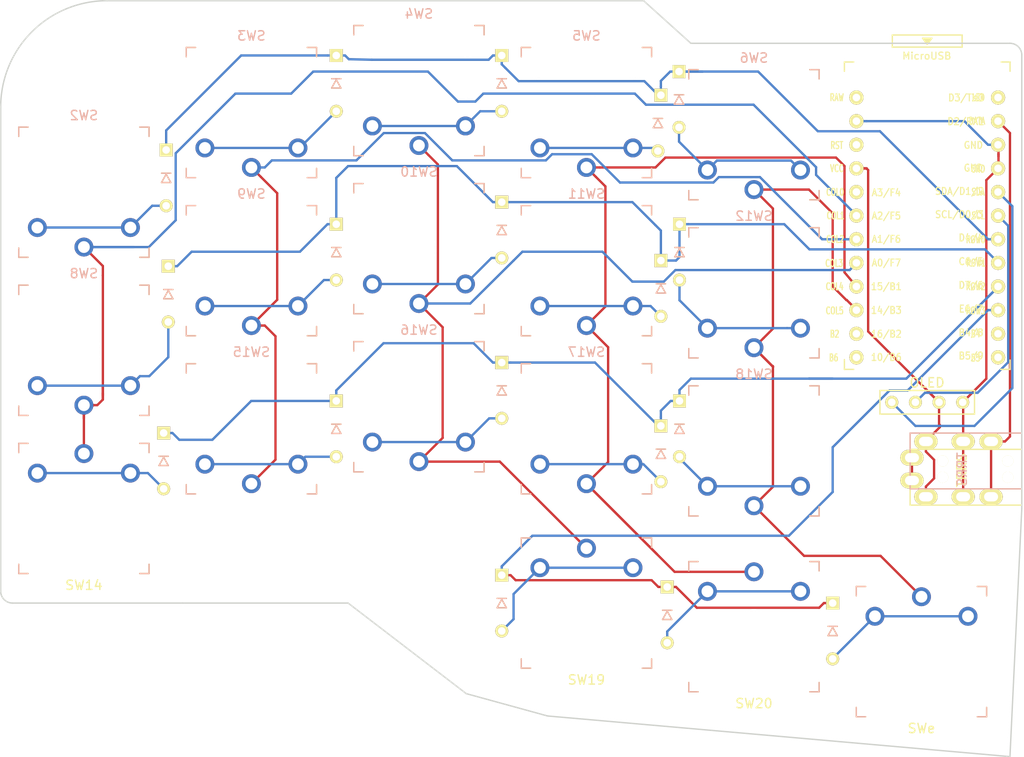
<source format=kicad_pcb>
(kicad_pcb (version 20171130) (host pcbnew "(5.1.5-0-10_14)")

  (general
    (thickness 1.6)
    (drawings 14)
    (tracks 309)
    (zones 0)
    (modules 39)
    (nets 42)
  )

  (page A4)
  (title_block
    (title "Crab")
    (date 2020-01-01)
    (rev 1.0)
    (company broomlabs)
  )

  (layers
    (0 F.Cu signal)
    (31 B.Cu signal)
    (32 B.Adhes user)
    (33 F.Adhes user)
    (34 B.Paste user hide)
    (35 F.Paste user)
    (36 B.SilkS user hide)
    (37 F.SilkS user hide)
    (38 B.Mask user hide)
    (39 F.Mask user)
    (40 Dwgs.User user)
    (41 Cmts.User user)
    (42 Eco1.User user)
    (43 Eco2.User user hide)
    (44 Edge.Cuts user)
    (45 Margin user)
    (46 B.CrtYd user)
    (47 F.CrtYd user)
    (48 B.Fab user hide)
    (49 F.Fab user)
  )

  (setup
    (last_trace_width 0.25)
    (user_trace_width 0.5)
    (trace_clearance 0.2)
    (zone_clearance 0.508)
    (zone_45_only no)
    (trace_min 0.2)
    (via_size 0.6)
    (via_drill 0.4)
    (via_min_size 0.4)
    (via_min_drill 0.3)
    (uvia_size 0.3)
    (uvia_drill 0.1)
    (uvias_allowed no)
    (uvia_min_size 0.2)
    (uvia_min_drill 0.1)
    (edge_width 0.15)
    (segment_width 0.15)
    (pcb_text_width 0.3)
    (pcb_text_size 1.5 1.5)
    (mod_edge_width 0.15)
    (mod_text_size 1 1)
    (mod_text_width 0.15)
    (pad_size 1.397 1.397)
    (pad_drill 0.8128)
    (pad_to_mask_clearance 0.2)
    (aux_axis_origin 145.73 12.66)
    (visible_elements FFFFEFFF)
    (pcbplotparams
      (layerselection 0x010f0_ffffffff)
      (usegerberextensions true)
      (usegerberattributes false)
      (usegerberadvancedattributes false)
      (creategerberjobfile false)
      (excludeedgelayer true)
      (linewidth 0.150000)
      (plotframeref false)
      (viasonmask false)
      (mode 1)
      (useauxorigin false)
      (hpglpennumber 1)
      (hpglpenspeed 20)
      (hpglpendiameter 15.000000)
      (psnegative false)
      (psa4output false)
      (plotreference true)
      (plotvalue true)
      (plotinvisibletext false)
      (padsonsilk false)
      (subtractmaskfromsilk false)
      (outputformat 1)
      (mirror false)
      (drillshape 0)
      (scaleselection 1)
      (outputdirectory "gerber/"))
  )

  (net 0 "")
  (net 1 row0)
  (net 2 row1)
  (net 3 "Net-(D2-Pad2)")
  (net 4 row2)
  (net 5 "Net-(D3-Pad2)")
  (net 6 row3)
  (net 7 "Net-(D4-Pad2)")
  (net 8 "Net-(D5-Pad2)")
  (net 9 "Net-(D6-Pad2)")
  (net 10 "Net-(D8-Pad2)")
  (net 11 "Net-(D9-Pad2)")
  (net 12 "Net-(D10-Pad2)")
  (net 13 "Net-(D11-Pad2)")
  (net 14 "Net-(D12-Pad2)")
  (net 15 "Net-(D14-Pad2)")
  (net 16 "Net-(D15-Pad2)")
  (net 17 "Net-(D16-Pad2)")
  (net 18 "Net-(D17-Pad2)")
  (net 19 "Net-(D18-Pad2)")
  (net 20 "Net-(D19-Pad2)")
  (net 21 "Net-(D20-Pad2)")
  (net 22 "Net-(D21-Pad2)")
  (net 23 GND)
  (net 24 VCC)
  (net 25 col0)
  (net 26 col1)
  (net 27 col2)
  (net 28 col3)
  (net 29 col4)
  (net 30 col5)
  (net 31 LED)
  (net 32 data)
  (net 33 reset)
  (net 34 SCL)
  (net 35 SDA)
  (net 36 "Net-(U1-Pad14)")
  (net 37 "Net-(U1-Pad13)")
  (net 38 "Net-(U1-Pad12)")
  (net 39 "Net-(U1-Pad11)")
  (net 40 "Net-(J1-PadA)")
  (net 41 "Net-(U1-Pad24)")

  (net_class Default "これは標準のネット クラスです。"
    (clearance 0.2)
    (trace_width 0.25)
    (via_dia 0.6)
    (via_drill 0.4)
    (uvia_dia 0.3)
    (uvia_drill 0.1)
    (add_net GND)
    (add_net LED)
    (add_net "Net-(D10-Pad2)")
    (add_net "Net-(D11-Pad2)")
    (add_net "Net-(D12-Pad2)")
    (add_net "Net-(D14-Pad2)")
    (add_net "Net-(D15-Pad2)")
    (add_net "Net-(D16-Pad2)")
    (add_net "Net-(D17-Pad2)")
    (add_net "Net-(D18-Pad2)")
    (add_net "Net-(D19-Pad2)")
    (add_net "Net-(D2-Pad2)")
    (add_net "Net-(D20-Pad2)")
    (add_net "Net-(D21-Pad2)")
    (add_net "Net-(D3-Pad2)")
    (add_net "Net-(D4-Pad2)")
    (add_net "Net-(D5-Pad2)")
    (add_net "Net-(D6-Pad2)")
    (add_net "Net-(D8-Pad2)")
    (add_net "Net-(D9-Pad2)")
    (add_net "Net-(J1-PadA)")
    (add_net "Net-(U1-Pad11)")
    (add_net "Net-(U1-Pad12)")
    (add_net "Net-(U1-Pad13)")
    (add_net "Net-(U1-Pad14)")
    (add_net "Net-(U1-Pad24)")
    (add_net SCL)
    (add_net SDA)
    (add_net VCC)
    (add_net col0)
    (add_net col1)
    (add_net col2)
    (add_net col3)
    (add_net col4)
    (add_net col5)
    (add_net data)
    (add_net reset)
    (add_net row0)
    (add_net row1)
    (add_net row2)
    (add_net row3)
  )

  (module "Choc Footprints:SW_PG1350_reversible" (layer B.Cu) (tedit 5DD501D8) (tstamp 5C238836)
    (at 116 83.82)
    (descr "Kailh \"Choc\" PG1350 keyswitch, able to be mounted on front or back of PCB")
    (tags kailh,choc)
    (path /5A5E37A4)
    (fp_text reference SW20 (at 4.600001 -6) (layer Dwgs.User) hide
      (effects (font (size 1 1) (thickness 0.15)))
    )
    (fp_text value SW_PUSH (at -0.5 -6) (layer Dwgs.User) hide
      (effects (font (size 1 1) (thickness 0.15)))
    )
    (fp_text user %R (at 0 0) (layer B.Fab)
      (effects (font (size 1 1) (thickness 0.15)) (justify mirror))
    )
    (fp_text user %R (at 0 0) (layer B.Fab)
      (effects (font (size 1 1) (thickness 0.15)) (justify mirror))
    )
    (fp_line (start -7.5 -7.5) (end -7.5 7.5) (layer B.Fab) (width 0.15))
    (fp_line (start 7.5 7.5) (end 7.5 -7.5) (layer B.Fab) (width 0.15))
    (fp_line (start 7.5 -7.5) (end -7.5 -7.5) (layer B.Fab) (width 0.15))
    (fp_line (start -7.5 7.5) (end 7.5 7.5) (layer B.Fab) (width 0.15))
    (fp_text user %V (at 0 -8.255) (layer F.Fab)
      (effects (font (size 1 1) (thickness 0.15)))
    )
    (fp_text user %R (at 0 8.255) (layer F.SilkS)
      (effects (font (size 1 1) (thickness 0.15)))
    )
    (fp_line (start -7.5 -7.5) (end -7.5 7.5) (layer F.Fab) (width 0.15))
    (fp_line (start 7.5 -7.5) (end -7.5 -7.5) (layer F.Fab) (width 0.15))
    (fp_line (start 7.5 7.5) (end 7.5 -7.5) (layer F.Fab) (width 0.15))
    (fp_line (start -7.5 7.5) (end 7.5 7.5) (layer F.Fab) (width 0.15))
    (fp_line (start -6.9 -6.9) (end -6.9 6.9) (layer Eco2.User) (width 0.15))
    (fp_line (start 6.9 6.9) (end 6.9 -6.9) (layer Eco2.User) (width 0.15))
    (fp_line (start 6.9 6.9) (end -6.9 6.9) (layer Eco2.User) (width 0.15))
    (fp_line (start -6.9 -6.9) (end 6.9 -6.9) (layer Eco2.User) (width 0.15))
    (fp_line (start 7 7) (end 7 6) (layer F.SilkS) (width 0.15))
    (fp_line (start 6 7) (end 7 7) (layer F.SilkS) (width 0.15))
    (fp_line (start 7 -7) (end 6 -7) (layer F.SilkS) (width 0.15))
    (fp_line (start 7 -6) (end 7 -7) (layer F.SilkS) (width 0.15))
    (fp_line (start -7 -7) (end -7 -6) (layer F.SilkS) (width 0.15))
    (fp_line (start -6 -7) (end -7 -7) (layer F.SilkS) (width 0.15))
    (fp_line (start -7 7) (end -6 7) (layer F.SilkS) (width 0.15))
    (fp_line (start -7 6) (end -7 7) (layer F.SilkS) (width 0.15))
    (fp_line (start -2.6 3.1) (end -2.6 6.3) (layer Eco2.User) (width 0.15))
    (fp_line (start 2.6 6.3) (end -2.6 6.3) (layer Eco2.User) (width 0.15))
    (fp_line (start 2.6 3.1) (end 2.6 6.3) (layer Eco2.User) (width 0.15))
    (fp_line (start -2.6 3.1) (end 2.6 3.1) (layer Eco2.User) (width 0.15))
    (fp_line (start -7 7) (end -6 7) (layer B.SilkS) (width 0.15))
    (fp_line (start -7 6) (end -7 7) (layer B.SilkS) (width 0.15))
    (fp_line (start -7 -7) (end -7 -6) (layer B.SilkS) (width 0.15))
    (fp_line (start -6 -7) (end -7 -7) (layer B.SilkS) (width 0.15))
    (fp_line (start 7 -7) (end 6 -7) (layer B.SilkS) (width 0.15))
    (fp_line (start 7 -6) (end 7 -7) (layer B.SilkS) (width 0.15))
    (fp_line (start 7 7) (end 7 6) (layer B.SilkS) (width 0.15))
    (fp_line (start 6 7) (end 7 7) (layer B.SilkS) (width 0.15))
    (pad "" np_thru_hole circle (at -5.5 0) (size 1.7018 1.7018) (drill 1.7018) (layers *.Cu *.Mask))
    (pad "" np_thru_hole circle (at 5.5 0) (size 1.7018 1.7018) (drill 1.7018) (layers *.Cu *.Mask))
    (pad "" np_thru_hole circle (at 5.22 4.2) (size 0.9906 0.9906) (drill 0.9906) (layers *.Cu *.Mask))
    (pad 1 thru_hole circle (at 0 -5.9) (size 2.032 2.032) (drill 1.27) (layers *.Cu *.Mask)
      (net 29 col4))
    (pad 2 thru_hole circle (at -5 -3.8) (size 2.032 2.032) (drill 1.27) (layers *.Cu *.Mask)
      (net 21 "Net-(D20-Pad2)"))
    (pad "" np_thru_hole circle (at 0 0) (size 3.429 3.429) (drill 3.429) (layers *.Cu *.Mask))
    (pad 2 thru_hole circle (at 5 -3.8) (size 2.032 2.032) (drill 1.27) (layers *.Cu *.Mask)
      (net 21 "Net-(D20-Pad2)"))
    (pad "" np_thru_hole circle (at -5.22 4.2) (size 0.9906 0.9906) (drill 0.9906) (layers *.Cu *.Mask))
  )

  (module "Choc Footprints:SW_PG1350_reversible" (layer F.Cu) (tedit 5DD501D8) (tstamp 5C23880A)
    (at 116 64.92)
    (descr "Kailh \"Choc\" PG1350 keyswitch, able to be mounted on front or back of PCB")
    (tags kailh,choc)
    (path /5A5E35D5)
    (fp_text reference SW18 (at 4.6 6 180) (layer Dwgs.User) hide
      (effects (font (size 1 1) (thickness 0.15)))
    )
    (fp_text value SW_PUSH (at -0.5 6 180) (layer Dwgs.User) hide
      (effects (font (size 1 1) (thickness 0.15)))
    )
    (fp_text user %R (at 0 0) (layer F.Fab)
      (effects (font (size 1 1) (thickness 0.15)))
    )
    (fp_text user %R (at 0 0) (layer F.Fab)
      (effects (font (size 1 1) (thickness 0.15)))
    )
    (fp_line (start -7.5 7.5) (end -7.5 -7.5) (layer F.Fab) (width 0.15))
    (fp_line (start 7.5 -7.5) (end 7.5 7.5) (layer F.Fab) (width 0.15))
    (fp_line (start 7.5 7.5) (end -7.5 7.5) (layer F.Fab) (width 0.15))
    (fp_line (start -7.5 -7.5) (end 7.5 -7.5) (layer F.Fab) (width 0.15))
    (fp_text user %V (at 0 8.255) (layer B.Fab)
      (effects (font (size 1 1) (thickness 0.15)) (justify mirror))
    )
    (fp_text user %R (at 0 -8.255) (layer B.SilkS)
      (effects (font (size 1 1) (thickness 0.15)) (justify mirror))
    )
    (fp_line (start -7.5 7.5) (end -7.5 -7.5) (layer B.Fab) (width 0.15))
    (fp_line (start 7.5 7.5) (end -7.5 7.5) (layer B.Fab) (width 0.15))
    (fp_line (start 7.5 -7.5) (end 7.5 7.5) (layer B.Fab) (width 0.15))
    (fp_line (start -7.5 -7.5) (end 7.5 -7.5) (layer B.Fab) (width 0.15))
    (fp_line (start -6.9 6.9) (end -6.9 -6.9) (layer Eco2.User) (width 0.15))
    (fp_line (start 6.9 -6.9) (end 6.9 6.9) (layer Eco2.User) (width 0.15))
    (fp_line (start 6.9 -6.9) (end -6.9 -6.9) (layer Eco2.User) (width 0.15))
    (fp_line (start -6.9 6.9) (end 6.9 6.9) (layer Eco2.User) (width 0.15))
    (fp_line (start 7 -7) (end 7 -6) (layer B.SilkS) (width 0.15))
    (fp_line (start 6 -7) (end 7 -7) (layer B.SilkS) (width 0.15))
    (fp_line (start 7 7) (end 6 7) (layer B.SilkS) (width 0.15))
    (fp_line (start 7 6) (end 7 7) (layer B.SilkS) (width 0.15))
    (fp_line (start -7 7) (end -7 6) (layer B.SilkS) (width 0.15))
    (fp_line (start -6 7) (end -7 7) (layer B.SilkS) (width 0.15))
    (fp_line (start -7 -7) (end -6 -7) (layer B.SilkS) (width 0.15))
    (fp_line (start -7 -6) (end -7 -7) (layer B.SilkS) (width 0.15))
    (fp_line (start -2.6 -3.1) (end -2.6 -6.3) (layer Eco2.User) (width 0.15))
    (fp_line (start 2.6 -6.3) (end -2.6 -6.3) (layer Eco2.User) (width 0.15))
    (fp_line (start 2.6 -3.1) (end 2.6 -6.3) (layer Eco2.User) (width 0.15))
    (fp_line (start -2.6 -3.1) (end 2.6 -3.1) (layer Eco2.User) (width 0.15))
    (fp_line (start -7 -7) (end -6 -7) (layer F.SilkS) (width 0.15))
    (fp_line (start -7 -6) (end -7 -7) (layer F.SilkS) (width 0.15))
    (fp_line (start -7 7) (end -7 6) (layer F.SilkS) (width 0.15))
    (fp_line (start -6 7) (end -7 7) (layer F.SilkS) (width 0.15))
    (fp_line (start 7 7) (end 6 7) (layer F.SilkS) (width 0.15))
    (fp_line (start 7 6) (end 7 7) (layer F.SilkS) (width 0.15))
    (fp_line (start 7 -7) (end 7 -6) (layer F.SilkS) (width 0.15))
    (fp_line (start 6 -7) (end 7 -7) (layer F.SilkS) (width 0.15))
    (pad "" np_thru_hole circle (at -5.5 0) (size 1.7018 1.7018) (drill 1.7018) (layers *.Cu *.Mask))
    (pad "" np_thru_hole circle (at 5.5 0) (size 1.7018 1.7018) (drill 1.7018) (layers *.Cu *.Mask))
    (pad "" np_thru_hole circle (at 5.22 -4.2) (size 0.9906 0.9906) (drill 0.9906) (layers *.Cu *.Mask))
    (pad 1 thru_hole circle (at 0 5.9) (size 2.032 2.032) (drill 1.27) (layers *.Cu *.Mask)
      (net 30 col5))
    (pad 2 thru_hole circle (at -5 3.8) (size 2.032 2.032) (drill 1.27) (layers *.Cu *.Mask)
      (net 19 "Net-(D18-Pad2)"))
    (pad "" np_thru_hole circle (at 0 0) (size 3.429 3.429) (drill 3.429) (layers *.Cu *.Mask))
    (pad 2 thru_hole circle (at 5 3.8) (size 2.032 2.032) (drill 1.27) (layers *.Cu *.Mask)
      (net 19 "Net-(D18-Pad2)"))
    (pad "" np_thru_hole circle (at -5.22 -4.2) (size 0.9906 0.9906) (drill 0.9906) (layers *.Cu *.Mask))
  )

  (module kbd:D3_TH (layer F.Cu) (tedit 5E860F4D) (tstamp 5C238634)
    (at 108 62.545 270)
    (descr "Resitance 3 pas")
    (tags R)
    (path /5A5E35ED)
    (autoplace_cost180 10)
    (fp_text reference D18 (at -0.315 0.05 270) (layer F.Fab) hide
      (effects (font (size 0.5 0.5) (thickness 0.125)))
    )
    (fp_text value D (at -0.55 0 270) (layer F.Fab) hide
      (effects (font (size 0.5 0.5) (thickness 0.125)))
    )
    (fp_line (start -0.5 -0.5) (end -0.5 0.5) (layer F.SilkS) (width 0.15))
    (fp_line (start 0.5 0.5) (end -0.4 0) (layer F.SilkS) (width 0.15))
    (fp_line (start 0.5 -0.5) (end 0.5 0.5) (layer F.SilkS) (width 0.15))
    (fp_line (start -0.4 0) (end 0.5 -0.5) (layer F.SilkS) (width 0.15))
    (fp_line (start -0.5 -0.5) (end -0.5 0.5) (layer B.SilkS) (width 0.15))
    (fp_line (start 0.5 0.5) (end -0.4 0) (layer B.SilkS) (width 0.15))
    (fp_line (start 0.5 -0.5) (end 0.5 0.5) (layer B.SilkS) (width 0.15))
    (fp_line (start -0.4 0) (end 0.5 -0.5) (layer B.SilkS) (width 0.15))
    (pad 2 thru_hole circle (at 3 0 270) (size 1.397 1.397) (drill 0.8128) (layers *.Cu *.Mask F.SilkS)
      (net 19 "Net-(D18-Pad2)"))
    (pad 1 thru_hole rect (at -3 0 270) (size 1.397 1.397) (drill 0.8128) (layers *.Cu *.Mask F.SilkS)
      (net 4 row2))
    (model Diodes_SMD.3dshapes/SMB_Handsoldering.wrl
      (at (xyz 0 0 0))
      (scale (xyz 0.22 0.15 0.15))
      (rotate (xyz 0 0 180))
    )
  )

  (module foostan:OLED_1side (layer F.Cu) (tedit 5E862E55) (tstamp 5E8684DB)
    (at 130.81 59.69)
    (descr "Connecteur 6 pins")
    (tags "CONN DEV")
    (path /5A91DA4B)
    (fp_text reference J2 (at 3.7 2.1 180) (layer F.Fab)
      (effects (font (size 0.8128 0.8128) (thickness 0.15)))
    )
    (fp_text value OLED (at 3.6 3.3) (layer F.SilkS) hide
      (effects (font (size 0.8128 0.8128) (thickness 0.15)))
    )
    (fp_text user OLED (at 3.8 -2.1) (layer F.SilkS)
      (effects (font (size 1 1) (thickness 0.15)))
    )
    (fp_line (start -1.27 1.27) (end -1.27 -1.27) (layer F.SilkS) (width 0.15))
    (fp_line (start 8.89 -1.27) (end 8.89 1.27) (layer F.SilkS) (width 0.15))
    (fp_line (start -1.27 -1.27) (end 8.89 -1.27) (layer F.SilkS) (width 0.15))
    (fp_line (start -1.27 1.27) (end 8.89 1.27) (layer F.SilkS) (width 0.15))
    (pad 4 thru_hole circle (at 7.62 0) (size 1.397 1.397) (drill 0.8128) (layers *.Cu *.Mask F.SilkS)
      (net 23 GND))
    (pad 3 thru_hole circle (at 5.08 0) (size 1.397 1.397) (drill 0.8128) (layers *.Cu *.Mask F.SilkS)
      (net 24 VCC))
    (pad 2 thru_hole circle (at 2.54 0) (size 1.397 1.397) (drill 0.8128) (layers *.Cu *.Mask F.SilkS)
      (net 34 SCL))
    (pad 1 thru_hole circle (at 0 0) (size 1.397 1.397) (drill 0.8128) (layers *.Cu *.Mask F.SilkS)
      (net 35 SDA))
  )

  (module "Choc Footprints:SW_PG1350_reversible" (layer B.Cu) (tedit 5DD501D8) (tstamp 5C238820)
    (at 98 81.28)
    (descr "Kailh \"Choc\" PG1350 keyswitch, able to be mounted on front or back of PCB")
    (tags kailh,choc)
    (path /5A5E37EC)
    (fp_text reference SW19 (at 4.6 -6 -180) (layer Dwgs.User) hide
      (effects (font (size 1 1) (thickness 0.15)))
    )
    (fp_text value SW_PUSH (at -0.5 -6 -180) (layer Dwgs.User) hide
      (effects (font (size 1 1) (thickness 0.15)))
    )
    (fp_text user %R (at 0 0) (layer B.Fab)
      (effects (font (size 1 1) (thickness 0.15)) (justify mirror))
    )
    (fp_text user %R (at 0 0) (layer B.Fab)
      (effects (font (size 1 1) (thickness 0.15)) (justify mirror))
    )
    (fp_line (start -7.5 -7.5) (end -7.5 7.5) (layer B.Fab) (width 0.15))
    (fp_line (start 7.5 7.5) (end 7.5 -7.5) (layer B.Fab) (width 0.15))
    (fp_line (start 7.5 -7.5) (end -7.5 -7.5) (layer B.Fab) (width 0.15))
    (fp_line (start -7.5 7.5) (end 7.5 7.5) (layer B.Fab) (width 0.15))
    (fp_text user %V (at 0 -8.255) (layer F.Fab)
      (effects (font (size 1 1) (thickness 0.15)))
    )
    (fp_text user %R (at 0 8.255) (layer F.SilkS)
      (effects (font (size 1 1) (thickness 0.15)))
    )
    (fp_line (start -7.5 -7.5) (end -7.5 7.5) (layer F.Fab) (width 0.15))
    (fp_line (start 7.5 -7.5) (end -7.5 -7.5) (layer F.Fab) (width 0.15))
    (fp_line (start 7.5 7.5) (end 7.5 -7.5) (layer F.Fab) (width 0.15))
    (fp_line (start -7.5 7.5) (end 7.5 7.5) (layer F.Fab) (width 0.15))
    (fp_line (start -6.9 -6.9) (end -6.9 6.9) (layer Eco2.User) (width 0.15))
    (fp_line (start 6.9 6.9) (end 6.9 -6.9) (layer Eco2.User) (width 0.15))
    (fp_line (start 6.9 6.9) (end -6.9 6.9) (layer Eco2.User) (width 0.15))
    (fp_line (start -6.9 -6.9) (end 6.9 -6.9) (layer Eco2.User) (width 0.15))
    (fp_line (start 7 7) (end 7 6) (layer F.SilkS) (width 0.15))
    (fp_line (start 6 7) (end 7 7) (layer F.SilkS) (width 0.15))
    (fp_line (start 7 -7) (end 6 -7) (layer F.SilkS) (width 0.15))
    (fp_line (start 7 -6) (end 7 -7) (layer F.SilkS) (width 0.15))
    (fp_line (start -7 -7) (end -7 -6) (layer F.SilkS) (width 0.15))
    (fp_line (start -6 -7) (end -7 -7) (layer F.SilkS) (width 0.15))
    (fp_line (start -7 7) (end -6 7) (layer F.SilkS) (width 0.15))
    (fp_line (start -7 6) (end -7 7) (layer F.SilkS) (width 0.15))
    (fp_line (start -2.6 3.1) (end -2.6 6.3) (layer Eco2.User) (width 0.15))
    (fp_line (start 2.6 6.3) (end -2.6 6.3) (layer Eco2.User) (width 0.15))
    (fp_line (start 2.6 3.1) (end 2.6 6.3) (layer Eco2.User) (width 0.15))
    (fp_line (start -2.6 3.1) (end 2.6 3.1) (layer Eco2.User) (width 0.15))
    (fp_line (start -7 7) (end -6 7) (layer B.SilkS) (width 0.15))
    (fp_line (start -7 6) (end -7 7) (layer B.SilkS) (width 0.15))
    (fp_line (start -7 -7) (end -7 -6) (layer B.SilkS) (width 0.15))
    (fp_line (start -6 -7) (end -7 -7) (layer B.SilkS) (width 0.15))
    (fp_line (start 7 -7) (end 6 -7) (layer B.SilkS) (width 0.15))
    (fp_line (start 7 -6) (end 7 -7) (layer B.SilkS) (width 0.15))
    (fp_line (start 7 7) (end 7 6) (layer B.SilkS) (width 0.15))
    (fp_line (start 6 7) (end 7 7) (layer B.SilkS) (width 0.15))
    (pad "" np_thru_hole circle (at -5.5 0) (size 1.7018 1.7018) (drill 1.7018) (layers *.Cu *.Mask))
    (pad "" np_thru_hole circle (at 5.5 0) (size 1.7018 1.7018) (drill 1.7018) (layers *.Cu *.Mask))
    (pad "" np_thru_hole circle (at 5.22 4.2) (size 0.9906 0.9906) (drill 0.9906) (layers *.Cu *.Mask))
    (pad 1 thru_hole circle (at 0 -5.9) (size 2.032 2.032) (drill 1.27) (layers *.Cu *.Mask)
      (net 28 col3))
    (pad 2 thru_hole circle (at -5 -3.8) (size 2.032 2.032) (drill 1.27) (layers *.Cu *.Mask)
      (net 20 "Net-(D19-Pad2)"))
    (pad "" np_thru_hole circle (at 0 0) (size 3.429 3.429) (drill 3.429) (layers *.Cu *.Mask))
    (pad 2 thru_hole circle (at 5 -3.8) (size 2.032 2.032) (drill 1.27) (layers *.Cu *.Mask)
      (net 20 "Net-(D19-Pad2)"))
    (pad "" np_thru_hole circle (at -5.22 4.2) (size 0.9906 0.9906) (drill 0.9906) (layers *.Cu *.Mask))
  )

  (module "Choc Footprints:SW_PG1350_reversible" (layer B.Cu) (tedit 5DD501D8) (tstamp 5C23884C)
    (at 134 86.5)
    (descr "Kailh \"Choc\" PG1350 keyswitch, able to be mounted on front or back of PCB")
    (tags kailh,choc)
    (path /5A5E37B0)
    (fp_text reference SWe (at 4.6 -6 -180) (layer Dwgs.User) hide
      (effects (font (size 1 1) (thickness 0.15)))
    )
    (fp_text value SW_PUSH (at -0.5 -6 -180) (layer Dwgs.User) hide
      (effects (font (size 1 1) (thickness 0.15)))
    )
    (fp_line (start 6 7) (end 7 7) (layer B.SilkS) (width 0.15))
    (fp_line (start 7 7) (end 7 6) (layer B.SilkS) (width 0.15))
    (fp_line (start 7 -6) (end 7 -7) (layer B.SilkS) (width 0.15))
    (fp_line (start 7 -7) (end 6 -7) (layer B.SilkS) (width 0.15))
    (fp_line (start -6 -7) (end -7 -7) (layer B.SilkS) (width 0.15))
    (fp_line (start -7 -7) (end -7 -6) (layer B.SilkS) (width 0.15))
    (fp_line (start -7 6) (end -7 7) (layer B.SilkS) (width 0.15))
    (fp_line (start -7 7) (end -6 7) (layer B.SilkS) (width 0.15))
    (fp_line (start -2.6 3.1) (end 2.6 3.1) (layer Eco2.User) (width 0.15))
    (fp_line (start 2.6 3.1) (end 2.6 6.3) (layer Eco2.User) (width 0.15))
    (fp_line (start 2.6 6.3) (end -2.6 6.3) (layer Eco2.User) (width 0.15))
    (fp_line (start -2.6 3.1) (end -2.6 6.3) (layer Eco2.User) (width 0.15))
    (fp_line (start -7 6) (end -7 7) (layer F.SilkS) (width 0.15))
    (fp_line (start -7 7) (end -6 7) (layer F.SilkS) (width 0.15))
    (fp_line (start -6 -7) (end -7 -7) (layer F.SilkS) (width 0.15))
    (fp_line (start -7 -7) (end -7 -6) (layer F.SilkS) (width 0.15))
    (fp_line (start 7 -6) (end 7 -7) (layer F.SilkS) (width 0.15))
    (fp_line (start 7 -7) (end 6 -7) (layer F.SilkS) (width 0.15))
    (fp_line (start 6 7) (end 7 7) (layer F.SilkS) (width 0.15))
    (fp_line (start 7 7) (end 7 6) (layer F.SilkS) (width 0.15))
    (fp_line (start -6.9 -6.9) (end 6.9 -6.9) (layer Eco2.User) (width 0.15))
    (fp_line (start 6.9 6.9) (end -6.9 6.9) (layer Eco2.User) (width 0.15))
    (fp_line (start 6.9 6.9) (end 6.9 -6.9) (layer Eco2.User) (width 0.15))
    (fp_line (start -6.9 -6.9) (end -6.9 6.9) (layer Eco2.User) (width 0.15))
    (fp_line (start -7.5 7.5) (end 7.5 7.5) (layer F.Fab) (width 0.15))
    (fp_line (start 7.5 7.5) (end 7.5 -7.5) (layer F.Fab) (width 0.15))
    (fp_line (start 7.5 -7.5) (end -7.5 -7.5) (layer F.Fab) (width 0.15))
    (fp_line (start -7.5 -7.5) (end -7.5 7.5) (layer F.Fab) (width 0.15))
    (fp_text user %R (at 0 8.255) (layer F.SilkS)
      (effects (font (size 1 1) (thickness 0.15)))
    )
    (fp_text user %V (at 0 -8.255) (layer F.Fab)
      (effects (font (size 1 1) (thickness 0.15)))
    )
    (fp_line (start -7.5 7.5) (end 7.5 7.5) (layer B.Fab) (width 0.15))
    (fp_line (start 7.5 -7.5) (end -7.5 -7.5) (layer B.Fab) (width 0.15))
    (fp_line (start 7.5 7.5) (end 7.5 -7.5) (layer B.Fab) (width 0.15))
    (fp_line (start -7.5 -7.5) (end -7.5 7.5) (layer B.Fab) (width 0.15))
    (fp_text user %R (at 0 0) (layer B.Fab)
      (effects (font (size 1 1) (thickness 0.15)) (justify mirror))
    )
    (fp_text user %R (at 0 0) (layer F.Fab)
      (effects (font (size 1 1) (thickness 0.15)))
    )
    (pad "" np_thru_hole circle (at -5.22 4.2) (size 0.9906 0.9906) (drill 0.9906) (layers *.Cu *.Mask))
    (pad 2 thru_hole circle (at 5 -3.8) (size 2.032 2.032) (drill 1.27) (layers *.Cu *.Mask)
      (net 22 "Net-(D21-Pad2)"))
    (pad "" np_thru_hole circle (at 0 0) (size 3.429 3.429) (drill 3.429) (layers *.Cu *.Mask))
    (pad 2 thru_hole circle (at -5 -3.8) (size 2.032 2.032) (drill 1.27) (layers *.Cu *.Mask)
      (net 22 "Net-(D21-Pad2)"))
    (pad 1 thru_hole circle (at 0 -5.9) (size 2.032 2.032) (drill 1.27) (layers *.Cu *.Mask)
      (net 30 col5))
    (pad "" np_thru_hole circle (at 5.22 4.2) (size 0.9906 0.9906) (drill 0.9906) (layers *.Cu *.Mask))
    (pad "" np_thru_hole circle (at 5.5 0) (size 1.7018 1.7018) (drill 1.7018) (layers *.Cu *.Mask))
    (pad "" np_thru_hole circle (at -5.5 0) (size 1.7018 1.7018) (drill 1.7018) (layers *.Cu *.Mask))
  )

  (module kbd:ProMicro_v3 (layer F.Cu) (tedit 5E3AA86E) (tstamp 5C238F3C)
    (at 134.62 41.4)
    (path /5A5E14C2)
    (fp_text reference U1 (at -0.1 -0.05 270) (layer F.SilkS) hide
      (effects (font (size 1 1) (thickness 0.15)))
    )
    (fp_text value ProMicro (at -0.45 -17) (layer F.Fab) hide
      (effects (font (size 1 1) (thickness 0.15)))
    )
    (fp_line (start 8.9 14.75) (end 7.89 14.75) (layer F.SilkS) (width 0.15))
    (fp_line (start -8.9 14.75) (end -7.9 14.75) (layer F.SilkS) (width 0.15))
    (fp_line (start 8.9 13.75) (end 8.9 14.75) (layer F.SilkS) (width 0.15))
    (fp_line (start -8.9 13.7) (end -8.9 14.75) (layer F.SilkS) (width 0.15))
    (fp_line (start 8.9 -18.3) (end 7.95 -18.3) (layer F.SilkS) (width 0.15))
    (fp_line (start -8.9 -18.3) (end -7.9 -18.3) (layer F.SilkS) (width 0.15))
    (fp_line (start 8.9 -18.3) (end 8.9 -17.3) (layer F.SilkS) (width 0.15))
    (fp_line (start -8.9 -18.3) (end -8.9 -17.3) (layer F.SilkS) (width 0.15))
    (fp_text user "" (at -1.2065 -16.256) (layer B.SilkS)
      (effects (font (size 1 1) (thickness 0.15)) (justify mirror))
    )
    (fp_text user "" (at -0.545 -17.4) (layer F.SilkS)
      (effects (font (size 1 1) (thickness 0.15)))
    )
    (fp_line (start -8.9 14.75) (end -8.9 -18.3) (layer F.Fab) (width 0.15))
    (fp_line (start 8.9 14.75) (end -8.9 14.75) (layer F.Fab) (width 0.15))
    (fp_line (start 8.9 -18.3) (end 8.9 14.75) (layer F.Fab) (width 0.15))
    (fp_line (start -8.9 -18.3) (end -3.75 -18.3) (layer F.Fab) (width 0.15))
    (fp_text user RAW (at -9.7155 -14.478 unlocked) (layer F.SilkS)
      (effects (font (size 0.75 0.5) (thickness 0.125)))
    )
    (fp_text user GND (at 5.461 -6.7945 unlocked) (layer F.SilkS)
      (effects (font (size 0.75 0.5) (thickness 0.125)))
    )
    (fp_text user RST (at -9.7155 -9.3345 unlocked) (layer F.SilkS)
      (effects (font (size 0.75 0.5) (thickness 0.125)))
    )
    (fp_text user VCC (at -9.7155 -6.858 unlocked) (layer F.SilkS)
      (effects (font (size 0.75 0.5) (thickness 0.125)))
    )
    (fp_text user A3/F4 (at -4.395 -4.25 unlocked) (layer F.SilkS)
      (effects (font (size 0.75 0.67) (thickness 0.125)))
    )
    (fp_text user A2/F5 (at -4.395 -1.75 unlocked) (layer F.SilkS)
      (effects (font (size 0.75 0.67) (thickness 0.125)))
    )
    (fp_text user A1/F6 (at -4.395 0.75 unlocked) (layer F.SilkS)
      (effects (font (size 0.75 0.67) (thickness 0.125)))
    )
    (fp_text user A0/F7 (at -4.395 3.3 unlocked) (layer F.SilkS)
      (effects (font (size 0.75 0.67) (thickness 0.125)))
    )
    (fp_text user 15/B1 (at -4.395 5.85 unlocked) (layer F.SilkS)
      (effects (font (size 0.75 0.67) (thickness 0.125)))
    )
    (fp_text user 14/B3 (at -4.395 8.4 unlocked) (layer F.SilkS)
      (effects (font (size 0.75 0.67) (thickness 0.125)))
    )
    (fp_text user 10/B6 (at -4.395 13.45 unlocked) (layer F.SilkS)
      (effects (font (size 0.75 0.67) (thickness 0.125)))
    )
    (fp_text user 16/B2 (at -4.395 10.95 unlocked) (layer F.SilkS)
      (effects (font (size 0.75 0.67) (thickness 0.125)))
    )
    (fp_text user E6/7 (at 4.705 8.25 unlocked) (layer F.SilkS)
      (effects (font (size 0.75 0.67) (thickness 0.125)))
    )
    (fp_text user D7/6 (at 4.705 5.7 unlocked) (layer F.SilkS)
      (effects (font (size 0.75 0.67) (thickness 0.125)))
    )
    (fp_text user GND (at 4.955 -9.35 unlocked) (layer F.SilkS)
      (effects (font (size 0.75 0.67) (thickness 0.125)))
    )
    (fp_text user GND (at 4.955 -6.9 unlocked) (layer F.SilkS)
      (effects (font (size 0.75 0.67) (thickness 0.125)))
    )
    (fp_text user D3/TX0 (at 4.155 -14.45 unlocked) (layer F.SilkS)
      (effects (font (size 0.75 0.67) (thickness 0.125)))
    )
    (fp_text user D4/4 (at 4.705 0.6 unlocked) (layer F.SilkS)
      (effects (font (size 0.75 0.67) (thickness 0.125)))
    )
    (fp_text user SDA/D1/2 (at 3.455 -4.4 unlocked) (layer F.SilkS)
      (effects (font (size 0.75 0.67) (thickness 0.125)))
    )
    (fp_text user SCL/D0/3 (at 3.455 -1.9 unlocked) (layer F.SilkS)
      (effects (font (size 0.75 0.67) (thickness 0.125)))
    )
    (fp_text user C6/5 (at 4.705 3.15 unlocked) (layer F.SilkS)
      (effects (font (size 0.75 0.67) (thickness 0.125)))
    )
    (fp_text user B5/9 (at 4.705 13.3 unlocked) (layer F.SilkS)
      (effects (font (size 0.75 0.67) (thickness 0.125)))
    )
    (fp_text user D2/RX1 (at 4.155 -11.9 unlocked) (layer F.SilkS)
      (effects (font (size 0.75 0.67) (thickness 0.125)))
    )
    (fp_text user B4/8 (at 4.705 10.8 unlocked) (layer F.SilkS)
      (effects (font (size 0.75 0.67) (thickness 0.125)))
    )
    (fp_line (start -3.75 -19.6) (end 3.75 -19.6) (layer F.Fab) (width 0.15))
    (fp_line (start 3.75 -19.6) (end 3.75 -18.3) (layer F.Fab) (width 0.15))
    (fp_line (start -3.75 -19.6) (end -3.75 -18.299039) (layer F.Fab) (width 0.15))
    (fp_line (start -3.75 -18.3) (end 3.75 -18.3) (layer F.Fab) (width 0.15))
    (fp_line (start 3.76 -18.3) (end 8.9 -18.3) (layer F.Fab) (width 0.15))
    (fp_line (start -3.75 -21.2) (end -3.75 -19.9) (layer F.SilkS) (width 0.15))
    (fp_line (start -3.75 -19.9) (end 3.75 -19.9) (layer F.SilkS) (width 0.15))
    (fp_line (start 3.75 -19.9) (end 3.75 -21.2) (layer F.SilkS) (width 0.15))
    (fp_line (start 3.75 -21.2) (end -3.75 -21.2) (layer F.SilkS) (width 0.15))
    (fp_line (start -0.5 -20.85) (end 0.5 -20.85) (layer F.SilkS) (width 0.15))
    (fp_line (start 0.5 -20.85) (end 0 -20.2) (layer F.SilkS) (width 0.15))
    (fp_line (start 0 -20.2) (end -0.5 -20.85) (layer F.SilkS) (width 0.15))
    (fp_line (start -0.35 -20.7) (end 0.35 -20.7) (layer F.SilkS) (width 0.15))
    (fp_line (start -0.25 -20.55) (end 0.25 -20.55) (layer F.SilkS) (width 0.15))
    (fp_line (start -0.15 -20.4) (end 0.15 -20.4) (layer F.SilkS) (width 0.15))
    (fp_text user MicroUSB (at -0.05 -18.95) (layer F.SilkS)
      (effects (font (size 0.75 0.75) (thickness 0.12)))
    )
    (fp_text user LED (at 5.5 -14.478) (layer F.SilkS)
      (effects (font (size 0.75 0.5) (thickness 0.125)))
    )
    (fp_text user DATA (at 5.35 -11.95) (layer F.SilkS)
      (effects (font (size 0.75 0.5) (thickness 0.125)))
    )
    (fp_text user COL3 (at -10 3.35) (layer F.SilkS)
      (effects (font (size 0.75 0.5) (thickness 0.125)))
    )
    (fp_text user ROW0 (at 5.2 0.8) (layer F.SilkS)
      (effects (font (size 0.75 0.5) (thickness 0.125)))
    )
    (fp_text user COL2 (at -9.9 0.762) (layer F.SilkS)
      (effects (font (size 0.75 0.5) (thickness 0.125)))
    )
    (fp_text user SCL (at 5.461 -1.778) (layer F.SilkS)
      (effects (font (size 0.75 0.5) (thickness 0.125)))
    )
    (fp_text user COL1 (at -9.85 -1.778) (layer F.SilkS)
      (effects (font (size 0.75 0.5) (thickness 0.125)))
    )
    (fp_text user SDA (at 5.461 -4.318) (layer F.SilkS)
      (effects (font (size 0.75 0.5) (thickness 0.125)))
    )
    (fp_text user COL0 (at -9.9 -4.3) (layer F.SilkS)
      (effects (font (size 0.75 0.5) (thickness 0.125)))
    )
    (fp_text user B6 (at -10.05 13.5) (layer F.SilkS)
      (effects (font (size 0.75 0.5) (thickness 0.125)))
    )
    (fp_text user B5 (at 5.2 13.5255) (layer F.SilkS)
      (effects (font (size 0.75 0.5) (thickness 0.125)))
    )
    (fp_text user B4 (at 5.2 10.922) (layer F.SilkS)
      (effects (font (size 0.75 0.5) (thickness 0.125)))
    )
    (fp_text user B2 (at -9.95 10.95) (layer F.SilkS)
      (effects (font (size 0.75 0.5) (thickness 0.125)))
    )
    (fp_text user ROW3 (at 5.2 8.4455) (layer F.SilkS)
      (effects (font (size 0.75 0.5) (thickness 0.125)))
    )
    (fp_text user COL5 (at -9.95 8.4455) (layer F.SilkS)
      (effects (font (size 0.75 0.5) (thickness 0.125)))
    )
    (fp_text user ROW2 (at 5.2 5.85) (layer F.SilkS)
      (effects (font (size 0.75 0.5) (thickness 0.125)))
    )
    (fp_text user COL4 (at -9.95 5.85) (layer F.SilkS)
      (effects (font (size 0.75 0.5) (thickness 0.125)))
    )
    (fp_text user ROW1 (at 5.25 3.302) (layer F.SilkS)
      (effects (font (size 0.75 0.5) (thickness 0.125)))
    )
    (pad 24 thru_hole circle (at -7.6086 -14.478) (size 1.524 1.524) (drill 0.8128) (layers *.Cu *.Mask F.SilkS)
      (net 41 "Net-(U1-Pad24)"))
    (pad 23 thru_hole circle (at -7.6086 -11.938) (size 1.524 1.524) (drill 0.8128) (layers *.Cu *.Mask F.SilkS)
      (net 23 GND))
    (pad 22 thru_hole circle (at -7.6086 -9.398) (size 1.524 1.524) (drill 0.8128) (layers *.Cu *.Mask F.SilkS)
      (net 33 reset))
    (pad 21 thru_hole circle (at -7.6086 -6.858) (size 1.524 1.524) (drill 0.8128) (layers *.Cu *.Mask F.SilkS)
      (net 24 VCC))
    (pad 20 thru_hole circle (at -7.6086 -4.318) (size 1.524 1.524) (drill 0.8128) (layers *.Cu *.Mask F.SilkS)
      (net 25 col0))
    (pad 19 thru_hole circle (at -7.6086 -1.778) (size 1.524 1.524) (drill 0.8128) (layers *.Cu *.Mask F.SilkS)
      (net 26 col1))
    (pad 18 thru_hole circle (at -7.6086 0.762) (size 1.524 1.524) (drill 0.8128) (layers *.Cu *.Mask F.SilkS)
      (net 27 col2))
    (pad 17 thru_hole circle (at -7.6086 3.302) (size 1.524 1.524) (drill 0.8128) (layers *.Cu *.Mask F.SilkS)
      (net 28 col3))
    (pad 16 thru_hole circle (at -7.6086 5.842) (size 1.524 1.524) (drill 0.8128) (layers *.Cu *.Mask F.SilkS)
      (net 29 col4))
    (pad 15 thru_hole circle (at -7.6086 8.382) (size 1.524 1.524) (drill 0.8128) (layers *.Cu *.Mask F.SilkS)
      (net 30 col5))
    (pad 14 thru_hole circle (at -7.6086 10.922) (size 1.524 1.524) (drill 0.8128) (layers *.Cu *.Mask F.SilkS)
      (net 36 "Net-(U1-Pad14)"))
    (pad 13 thru_hole circle (at -7.6086 13.462) (size 1.524 1.524) (drill 0.8128) (layers *.Cu *.Mask F.SilkS)
      (net 37 "Net-(U1-Pad13)"))
    (pad 12 thru_hole circle (at 7.6114 13.462) (size 1.524 1.524) (drill 0.8128) (layers *.Cu *.Mask F.SilkS)
      (net 38 "Net-(U1-Pad12)"))
    (pad 11 thru_hole circle (at 7.6114 10.922) (size 1.524 1.524) (drill 0.8128) (layers *.Cu *.Mask F.SilkS)
      (net 39 "Net-(U1-Pad11)"))
    (pad 10 thru_hole circle (at 7.6114 8.382) (size 1.524 1.524) (drill 0.8128) (layers *.Cu *.Mask F.SilkS)
      (net 6 row3))
    (pad 9 thru_hole circle (at 7.6114 5.842) (size 1.524 1.524) (drill 0.8128) (layers *.Cu *.Mask F.SilkS)
      (net 4 row2))
    (pad 8 thru_hole circle (at 7.6114 3.302) (size 1.524 1.524) (drill 0.8128) (layers *.Cu *.Mask F.SilkS)
      (net 2 row1))
    (pad 7 thru_hole circle (at 7.6114 0.762) (size 1.524 1.524) (drill 0.8128) (layers *.Cu *.Mask F.SilkS)
      (net 1 row0))
    (pad 6 thru_hole circle (at 7.6114 -1.778) (size 1.524 1.524) (drill 0.8128) (layers *.Cu *.Mask F.SilkS)
      (net 34 SCL))
    (pad 5 thru_hole circle (at 7.6114 -4.318) (size 1.524 1.524) (drill 0.8128) (layers *.Cu *.Mask F.SilkS)
      (net 35 SDA))
    (pad 4 thru_hole circle (at 7.6114 -6.858) (size 1.524 1.524) (drill 0.8128) (layers *.Cu *.Mask F.SilkS)
      (net 23 GND))
    (pad 3 thru_hole circle (at 7.6114 -9.398) (size 1.524 1.524) (drill 0.8128) (layers *.Cu *.Mask F.SilkS)
      (net 23 GND))
    (pad 2 thru_hole circle (at 7.6114 -11.938) (size 1.524 1.524) (drill 0.8128) (layers *.Cu *.Mask F.SilkS)
      (net 32 data))
    (pad 1 thru_hole circle (at 7.6114 -14.478) (size 1.524 1.524) (drill 0.8128) (layers *.Cu *.Mask F.SilkS)
      (net 31 LED))
  )

  (module "Choc Footprints:SW_PG1350_reversible" (layer F.Cu) (tedit 5DD501D8) (tstamp 5C2387F4)
    (at 98 62.545)
    (descr "Kailh \"Choc\" PG1350 keyswitch, able to be mounted on front or back of PCB")
    (tags kailh,choc)
    (path /5A5E35CF)
    (fp_text reference SW17 (at 4.6 6 180) (layer Dwgs.User) hide
      (effects (font (size 1 1) (thickness 0.15)))
    )
    (fp_text value SW_PUSH (at -0.5 6 180) (layer Dwgs.User) hide
      (effects (font (size 1 1) (thickness 0.15)))
    )
    (fp_text user %R (at 0 0) (layer F.Fab)
      (effects (font (size 1 1) (thickness 0.15)))
    )
    (fp_text user %R (at 0 0) (layer F.Fab)
      (effects (font (size 1 1) (thickness 0.15)))
    )
    (fp_line (start -7.5 7.5) (end -7.5 -7.5) (layer F.Fab) (width 0.15))
    (fp_line (start 7.5 -7.5) (end 7.5 7.5) (layer F.Fab) (width 0.15))
    (fp_line (start 7.5 7.5) (end -7.5 7.5) (layer F.Fab) (width 0.15))
    (fp_line (start -7.5 -7.5) (end 7.5 -7.5) (layer F.Fab) (width 0.15))
    (fp_text user %V (at 0 8.255) (layer B.Fab)
      (effects (font (size 1 1) (thickness 0.15)) (justify mirror))
    )
    (fp_text user %R (at 0 -8.255) (layer B.SilkS)
      (effects (font (size 1 1) (thickness 0.15)) (justify mirror))
    )
    (fp_line (start -7.5 7.5) (end -7.5 -7.5) (layer B.Fab) (width 0.15))
    (fp_line (start 7.5 7.5) (end -7.5 7.5) (layer B.Fab) (width 0.15))
    (fp_line (start 7.5 -7.5) (end 7.5 7.5) (layer B.Fab) (width 0.15))
    (fp_line (start -7.5 -7.5) (end 7.5 -7.5) (layer B.Fab) (width 0.15))
    (fp_line (start -6.9 6.9) (end -6.9 -6.9) (layer Eco2.User) (width 0.15))
    (fp_line (start 6.9 -6.9) (end 6.9 6.9) (layer Eco2.User) (width 0.15))
    (fp_line (start 6.9 -6.9) (end -6.9 -6.9) (layer Eco2.User) (width 0.15))
    (fp_line (start -6.9 6.9) (end 6.9 6.9) (layer Eco2.User) (width 0.15))
    (fp_line (start 7 -7) (end 7 -6) (layer B.SilkS) (width 0.15))
    (fp_line (start 6 -7) (end 7 -7) (layer B.SilkS) (width 0.15))
    (fp_line (start 7 7) (end 6 7) (layer B.SilkS) (width 0.15))
    (fp_line (start 7 6) (end 7 7) (layer B.SilkS) (width 0.15))
    (fp_line (start -7 7) (end -7 6) (layer B.SilkS) (width 0.15))
    (fp_line (start -6 7) (end -7 7) (layer B.SilkS) (width 0.15))
    (fp_line (start -7 -7) (end -6 -7) (layer B.SilkS) (width 0.15))
    (fp_line (start -7 -6) (end -7 -7) (layer B.SilkS) (width 0.15))
    (fp_line (start -2.6 -3.1) (end -2.6 -6.3) (layer Eco2.User) (width 0.15))
    (fp_line (start 2.6 -6.3) (end -2.6 -6.3) (layer Eco2.User) (width 0.15))
    (fp_line (start 2.6 -3.1) (end 2.6 -6.3) (layer Eco2.User) (width 0.15))
    (fp_line (start -2.6 -3.1) (end 2.6 -3.1) (layer Eco2.User) (width 0.15))
    (fp_line (start -7 -7) (end -6 -7) (layer F.SilkS) (width 0.15))
    (fp_line (start -7 -6) (end -7 -7) (layer F.SilkS) (width 0.15))
    (fp_line (start -7 7) (end -7 6) (layer F.SilkS) (width 0.15))
    (fp_line (start -6 7) (end -7 7) (layer F.SilkS) (width 0.15))
    (fp_line (start 7 7) (end 6 7) (layer F.SilkS) (width 0.15))
    (fp_line (start 7 6) (end 7 7) (layer F.SilkS) (width 0.15))
    (fp_line (start 7 -7) (end 7 -6) (layer F.SilkS) (width 0.15))
    (fp_line (start 6 -7) (end 7 -7) (layer F.SilkS) (width 0.15))
    (pad "" np_thru_hole circle (at -5.5 0) (size 1.7018 1.7018) (drill 1.7018) (layers *.Cu *.Mask))
    (pad "" np_thru_hole circle (at 5.5 0) (size 1.7018 1.7018) (drill 1.7018) (layers *.Cu *.Mask))
    (pad "" np_thru_hole circle (at 5.22 -4.2) (size 0.9906 0.9906) (drill 0.9906) (layers *.Cu *.Mask))
    (pad 1 thru_hole circle (at 0 5.9) (size 2.032 2.032) (drill 1.27) (layers *.Cu *.Mask)
      (net 29 col4))
    (pad 2 thru_hole circle (at -5 3.8) (size 2.032 2.032) (drill 1.27) (layers *.Cu *.Mask)
      (net 18 "Net-(D17-Pad2)"))
    (pad "" np_thru_hole circle (at 0 0) (size 3.429 3.429) (drill 3.429) (layers *.Cu *.Mask))
    (pad 2 thru_hole circle (at 5 3.8) (size 2.032 2.032) (drill 1.27) (layers *.Cu *.Mask)
      (net 18 "Net-(D17-Pad2)"))
    (pad "" np_thru_hole circle (at -5.22 -4.2) (size 0.9906 0.9906) (drill 0.9906) (layers *.Cu *.Mask))
  )

  (module "Choc Footprints:SW_PG1350_reversible" (layer F.Cu) (tedit 5DD501D8) (tstamp 5C2387DE)
    (at 80 60.17)
    (descr "Kailh \"Choc\" PG1350 keyswitch, able to be mounted on front or back of PCB")
    (tags kailh,choc)
    (path /5A5E35C9)
    (fp_text reference SW16 (at 4.6 6 180) (layer Dwgs.User) hide
      (effects (font (size 1 1) (thickness 0.15)))
    )
    (fp_text value SW_PUSH (at -0.5 6 180) (layer Dwgs.User) hide
      (effects (font (size 1 1) (thickness 0.15)))
    )
    (fp_text user %R (at 0 0) (layer F.Fab)
      (effects (font (size 1 1) (thickness 0.15)))
    )
    (fp_text user %R (at 0 0) (layer F.Fab)
      (effects (font (size 1 1) (thickness 0.15)))
    )
    (fp_line (start -7.5 7.5) (end -7.5 -7.5) (layer F.Fab) (width 0.15))
    (fp_line (start 7.5 -7.5) (end 7.5 7.5) (layer F.Fab) (width 0.15))
    (fp_line (start 7.5 7.5) (end -7.5 7.5) (layer F.Fab) (width 0.15))
    (fp_line (start -7.5 -7.5) (end 7.5 -7.5) (layer F.Fab) (width 0.15))
    (fp_text user %V (at 0 8.255) (layer B.Fab)
      (effects (font (size 1 1) (thickness 0.15)) (justify mirror))
    )
    (fp_text user %R (at 0 -8.255) (layer B.SilkS)
      (effects (font (size 1 1) (thickness 0.15)) (justify mirror))
    )
    (fp_line (start -7.5 7.5) (end -7.5 -7.5) (layer B.Fab) (width 0.15))
    (fp_line (start 7.5 7.5) (end -7.5 7.5) (layer B.Fab) (width 0.15))
    (fp_line (start 7.5 -7.5) (end 7.5 7.5) (layer B.Fab) (width 0.15))
    (fp_line (start -7.5 -7.5) (end 7.5 -7.5) (layer B.Fab) (width 0.15))
    (fp_line (start -6.9 6.9) (end -6.9 -6.9) (layer Eco2.User) (width 0.15))
    (fp_line (start 6.9 -6.9) (end 6.9 6.9) (layer Eco2.User) (width 0.15))
    (fp_line (start 6.9 -6.9) (end -6.9 -6.9) (layer Eco2.User) (width 0.15))
    (fp_line (start -6.9 6.9) (end 6.9 6.9) (layer Eco2.User) (width 0.15))
    (fp_line (start 7 -7) (end 7 -6) (layer B.SilkS) (width 0.15))
    (fp_line (start 6 -7) (end 7 -7) (layer B.SilkS) (width 0.15))
    (fp_line (start 7 7) (end 6 7) (layer B.SilkS) (width 0.15))
    (fp_line (start 7 6) (end 7 7) (layer B.SilkS) (width 0.15))
    (fp_line (start -7 7) (end -7 6) (layer B.SilkS) (width 0.15))
    (fp_line (start -6 7) (end -7 7) (layer B.SilkS) (width 0.15))
    (fp_line (start -7 -7) (end -6 -7) (layer B.SilkS) (width 0.15))
    (fp_line (start -7 -6) (end -7 -7) (layer B.SilkS) (width 0.15))
    (fp_line (start -2.6 -3.1) (end -2.6 -6.3) (layer Eco2.User) (width 0.15))
    (fp_line (start 2.6 -6.3) (end -2.6 -6.3) (layer Eco2.User) (width 0.15))
    (fp_line (start 2.6 -3.1) (end 2.6 -6.3) (layer Eco2.User) (width 0.15))
    (fp_line (start -2.6 -3.1) (end 2.6 -3.1) (layer Eco2.User) (width 0.15))
    (fp_line (start -7 -7) (end -6 -7) (layer F.SilkS) (width 0.15))
    (fp_line (start -7 -6) (end -7 -7) (layer F.SilkS) (width 0.15))
    (fp_line (start -7 7) (end -7 6) (layer F.SilkS) (width 0.15))
    (fp_line (start -6 7) (end -7 7) (layer F.SilkS) (width 0.15))
    (fp_line (start 7 7) (end 6 7) (layer F.SilkS) (width 0.15))
    (fp_line (start 7 6) (end 7 7) (layer F.SilkS) (width 0.15))
    (fp_line (start 7 -7) (end 7 -6) (layer F.SilkS) (width 0.15))
    (fp_line (start 6 -7) (end 7 -7) (layer F.SilkS) (width 0.15))
    (pad "" np_thru_hole circle (at -5.5 0) (size 1.7018 1.7018) (drill 1.7018) (layers *.Cu *.Mask))
    (pad "" np_thru_hole circle (at 5.5 0) (size 1.7018 1.7018) (drill 1.7018) (layers *.Cu *.Mask))
    (pad "" np_thru_hole circle (at 5.22 -4.2) (size 0.9906 0.9906) (drill 0.9906) (layers *.Cu *.Mask))
    (pad 1 thru_hole circle (at 0 5.9) (size 2.032 2.032) (drill 1.27) (layers *.Cu *.Mask)
      (net 28 col3))
    (pad 2 thru_hole circle (at -5 3.8) (size 2.032 2.032) (drill 1.27) (layers *.Cu *.Mask)
      (net 17 "Net-(D16-Pad2)"))
    (pad "" np_thru_hole circle (at 0 0) (size 3.429 3.429) (drill 3.429) (layers *.Cu *.Mask))
    (pad 2 thru_hole circle (at 5 3.8) (size 2.032 2.032) (drill 1.27) (layers *.Cu *.Mask)
      (net 17 "Net-(D16-Pad2)"))
    (pad "" np_thru_hole circle (at -5.22 -4.2) (size 0.9906 0.9906) (drill 0.9906) (layers *.Cu *.Mask))
  )

  (module "Choc Footprints:SW_PG1350_reversible" (layer F.Cu) (tedit 5DD501D8) (tstamp 5C2387C8)
    (at 62 62.545)
    (descr "Kailh \"Choc\" PG1350 keyswitch, able to be mounted on front or back of PCB")
    (tags kailh,choc)
    (path /5A5E35BD)
    (fp_text reference SW15 (at 4.6 6 180) (layer Dwgs.User) hide
      (effects (font (size 1 1) (thickness 0.15)))
    )
    (fp_text value SW_PUSH (at -0.5 6 180) (layer Dwgs.User) hide
      (effects (font (size 1 1) (thickness 0.15)))
    )
    (fp_text user %R (at 0 0) (layer F.Fab)
      (effects (font (size 1 1) (thickness 0.15)))
    )
    (fp_text user %R (at 0 0) (layer F.Fab)
      (effects (font (size 1 1) (thickness 0.15)))
    )
    (fp_line (start -7.5 7.5) (end -7.5 -7.5) (layer F.Fab) (width 0.15))
    (fp_line (start 7.5 -7.5) (end 7.5 7.5) (layer F.Fab) (width 0.15))
    (fp_line (start 7.5 7.5) (end -7.5 7.5) (layer F.Fab) (width 0.15))
    (fp_line (start -7.5 -7.5) (end 7.5 -7.5) (layer F.Fab) (width 0.15))
    (fp_text user %V (at 0 8.255) (layer B.Fab)
      (effects (font (size 1 1) (thickness 0.15)) (justify mirror))
    )
    (fp_text user %R (at 0 -8.255) (layer B.SilkS)
      (effects (font (size 1 1) (thickness 0.15)) (justify mirror))
    )
    (fp_line (start -7.5 7.5) (end -7.5 -7.5) (layer B.Fab) (width 0.15))
    (fp_line (start 7.5 7.5) (end -7.5 7.5) (layer B.Fab) (width 0.15))
    (fp_line (start 7.5 -7.5) (end 7.5 7.5) (layer B.Fab) (width 0.15))
    (fp_line (start -7.5 -7.5) (end 7.5 -7.5) (layer B.Fab) (width 0.15))
    (fp_line (start -6.9 6.9) (end -6.9 -6.9) (layer Eco2.User) (width 0.15))
    (fp_line (start 6.9 -6.9) (end 6.9 6.9) (layer Eco2.User) (width 0.15))
    (fp_line (start 6.9 -6.9) (end -6.9 -6.9) (layer Eco2.User) (width 0.15))
    (fp_line (start -6.9 6.9) (end 6.9 6.9) (layer Eco2.User) (width 0.15))
    (fp_line (start 7 -7) (end 7 -6) (layer B.SilkS) (width 0.15))
    (fp_line (start 6 -7) (end 7 -7) (layer B.SilkS) (width 0.15))
    (fp_line (start 7 7) (end 6 7) (layer B.SilkS) (width 0.15))
    (fp_line (start 7 6) (end 7 7) (layer B.SilkS) (width 0.15))
    (fp_line (start -7 7) (end -7 6) (layer B.SilkS) (width 0.15))
    (fp_line (start -6 7) (end -7 7) (layer B.SilkS) (width 0.15))
    (fp_line (start -7 -7) (end -6 -7) (layer B.SilkS) (width 0.15))
    (fp_line (start -7 -6) (end -7 -7) (layer B.SilkS) (width 0.15))
    (fp_line (start -2.6 -3.1) (end -2.6 -6.3) (layer Eco2.User) (width 0.15))
    (fp_line (start 2.6 -6.3) (end -2.6 -6.3) (layer Eco2.User) (width 0.15))
    (fp_line (start 2.6 -3.1) (end 2.6 -6.3) (layer Eco2.User) (width 0.15))
    (fp_line (start -2.6 -3.1) (end 2.6 -3.1) (layer Eco2.User) (width 0.15))
    (fp_line (start -7 -7) (end -6 -7) (layer F.SilkS) (width 0.15))
    (fp_line (start -7 -6) (end -7 -7) (layer F.SilkS) (width 0.15))
    (fp_line (start -7 7) (end -7 6) (layer F.SilkS) (width 0.15))
    (fp_line (start -6 7) (end -7 7) (layer F.SilkS) (width 0.15))
    (fp_line (start 7 7) (end 6 7) (layer F.SilkS) (width 0.15))
    (fp_line (start 7 6) (end 7 7) (layer F.SilkS) (width 0.15))
    (fp_line (start 7 -7) (end 7 -6) (layer F.SilkS) (width 0.15))
    (fp_line (start 6 -7) (end 7 -7) (layer F.SilkS) (width 0.15))
    (pad "" np_thru_hole circle (at -5.5 0) (size 1.7018 1.7018) (drill 1.7018) (layers *.Cu *.Mask))
    (pad "" np_thru_hole circle (at 5.5 0) (size 1.7018 1.7018) (drill 1.7018) (layers *.Cu *.Mask))
    (pad "" np_thru_hole circle (at 5.22 -4.2) (size 0.9906 0.9906) (drill 0.9906) (layers *.Cu *.Mask))
    (pad 1 thru_hole circle (at 0 5.9) (size 2.032 2.032) (drill 1.27) (layers *.Cu *.Mask)
      (net 27 col2))
    (pad 2 thru_hole circle (at -5 3.8) (size 2.032 2.032) (drill 1.27) (layers *.Cu *.Mask)
      (net 16 "Net-(D15-Pad2)"))
    (pad "" np_thru_hole circle (at 0 0) (size 3.429 3.429) (drill 3.429) (layers *.Cu *.Mask))
    (pad 2 thru_hole circle (at 5 3.8) (size 2.032 2.032) (drill 1.27) (layers *.Cu *.Mask)
      (net 16 "Net-(D15-Pad2)"))
    (pad "" np_thru_hole circle (at -5.22 -4.2) (size 0.9906 0.9906) (drill 0.9906) (layers *.Cu *.Mask))
  )

  (module "Choc Footprints:SW_PG1350_reversible" (layer B.Cu) (tedit 5DD501D8) (tstamp 5C2387B2)
    (at 44 71.105)
    (descr "Kailh \"Choc\" PG1350 keyswitch, able to be mounted on front or back of PCB")
    (tags kailh,choc)
    (path /5A5E35B1)
    (fp_text reference SW14 (at 4.6 -6 -180) (layer Dwgs.User) hide
      (effects (font (size 1 1) (thickness 0.15)))
    )
    (fp_text value SW_PUSH (at -0.5 -6 -180) (layer Dwgs.User) hide
      (effects (font (size 1 1) (thickness 0.15)))
    )
    (fp_line (start 6 7) (end 7 7) (layer B.SilkS) (width 0.15))
    (fp_line (start 7 7) (end 7 6) (layer B.SilkS) (width 0.15))
    (fp_line (start 7 -6) (end 7 -7) (layer B.SilkS) (width 0.15))
    (fp_line (start 7 -7) (end 6 -7) (layer B.SilkS) (width 0.15))
    (fp_line (start -6 -7) (end -7 -7) (layer B.SilkS) (width 0.15))
    (fp_line (start -7 -7) (end -7 -6) (layer B.SilkS) (width 0.15))
    (fp_line (start -7 6) (end -7 7) (layer B.SilkS) (width 0.15))
    (fp_line (start -7 7) (end -6 7) (layer B.SilkS) (width 0.15))
    (fp_line (start -2.6 3.1) (end 2.6 3.1) (layer Eco2.User) (width 0.15))
    (fp_line (start 2.6 3.1) (end 2.6 6.3) (layer Eco2.User) (width 0.15))
    (fp_line (start 2.6 6.3) (end -2.6 6.3) (layer Eco2.User) (width 0.15))
    (fp_line (start -2.6 3.1) (end -2.6 6.3) (layer Eco2.User) (width 0.15))
    (fp_line (start -7 6) (end -7 7) (layer F.SilkS) (width 0.15))
    (fp_line (start -7 7) (end -6 7) (layer F.SilkS) (width 0.15))
    (fp_line (start -6 -7) (end -7 -7) (layer F.SilkS) (width 0.15))
    (fp_line (start -7 -7) (end -7 -6) (layer F.SilkS) (width 0.15))
    (fp_line (start 7 -6) (end 7 -7) (layer F.SilkS) (width 0.15))
    (fp_line (start 7 -7) (end 6 -7) (layer F.SilkS) (width 0.15))
    (fp_line (start 6 7) (end 7 7) (layer F.SilkS) (width 0.15))
    (fp_line (start 7 7) (end 7 6) (layer F.SilkS) (width 0.15))
    (fp_line (start -6.9 -6.9) (end 6.9 -6.9) (layer Eco2.User) (width 0.15))
    (fp_line (start 6.9 6.9) (end -6.9 6.9) (layer Eco2.User) (width 0.15))
    (fp_line (start 6.9 6.9) (end 6.9 -6.9) (layer Eco2.User) (width 0.15))
    (fp_line (start -6.9 -6.9) (end -6.9 6.9) (layer Eco2.User) (width 0.15))
    (fp_line (start -7.5 7.5) (end 7.5 7.5) (layer F.Fab) (width 0.15))
    (fp_line (start 7.5 7.5) (end 7.5 -7.5) (layer F.Fab) (width 0.15))
    (fp_line (start 7.5 -7.5) (end -7.5 -7.5) (layer F.Fab) (width 0.15))
    (fp_line (start -7.5 -7.5) (end -7.5 7.5) (layer F.Fab) (width 0.15))
    (fp_text user %R (at 0 8.255) (layer F.SilkS)
      (effects (font (size 1 1) (thickness 0.15)))
    )
    (fp_text user %V (at 0 -8.255) (layer F.Fab)
      (effects (font (size 1 1) (thickness 0.15)))
    )
    (fp_line (start -7.5 7.5) (end 7.5 7.5) (layer B.Fab) (width 0.15))
    (fp_line (start 7.5 -7.5) (end -7.5 -7.5) (layer B.Fab) (width 0.15))
    (fp_line (start 7.5 7.5) (end 7.5 -7.5) (layer B.Fab) (width 0.15))
    (fp_line (start -7.5 -7.5) (end -7.5 7.5) (layer B.Fab) (width 0.15))
    (fp_text user %R (at 0 0) (layer B.Fab)
      (effects (font (size 1 1) (thickness 0.15)) (justify mirror))
    )
    (fp_text user %R (at 0 0) (layer B.Fab)
      (effects (font (size 1 1) (thickness 0.15)) (justify mirror))
    )
    (pad "" np_thru_hole circle (at -5.22 4.2) (size 0.9906 0.9906) (drill 0.9906) (layers *.Cu *.Mask))
    (pad 2 thru_hole circle (at 5 -3.8) (size 2.032 2.032) (drill 1.27) (layers *.Cu *.Mask)
      (net 15 "Net-(D14-Pad2)"))
    (pad "" np_thru_hole circle (at 0 0) (size 3.429 3.429) (drill 3.429) (layers *.Cu *.Mask))
    (pad 2 thru_hole circle (at -5 -3.8) (size 2.032 2.032) (drill 1.27) (layers *.Cu *.Mask)
      (net 15 "Net-(D14-Pad2)"))
    (pad 1 thru_hole circle (at 0 -5.9) (size 2.032 2.032) (drill 1.27) (layers *.Cu *.Mask)
      (net 26 col1))
    (pad "" np_thru_hole circle (at 5.22 4.2) (size 0.9906 0.9906) (drill 0.9906) (layers *.Cu *.Mask))
    (pad "" np_thru_hole circle (at 5.5 0) (size 1.7018 1.7018) (drill 1.7018) (layers *.Cu *.Mask))
    (pad "" np_thru_hole circle (at -5.5 0) (size 1.7018 1.7018) (drill 1.7018) (layers *.Cu *.Mask))
  )

  (module "Choc Footprints:SW_PG1350_reversible" (layer F.Cu) (tedit 5DD501D8) (tstamp 5C238786)
    (at 116 47.92)
    (descr "Kailh \"Choc\" PG1350 keyswitch, able to be mounted on front or back of PCB")
    (tags kailh,choc)
    (path /5A5E2D4A)
    (fp_text reference SW12 (at 4.6 6 180) (layer Dwgs.User) hide
      (effects (font (size 1 1) (thickness 0.15)))
    )
    (fp_text value SW_PUSH (at -0.5 6 180) (layer Dwgs.User) hide
      (effects (font (size 1 1) (thickness 0.15)))
    )
    (fp_text user %R (at 0 0) (layer F.Fab)
      (effects (font (size 1 1) (thickness 0.15)))
    )
    (fp_text user %R (at 0 0) (layer F.Fab)
      (effects (font (size 1 1) (thickness 0.15)))
    )
    (fp_line (start -7.5 7.5) (end -7.5 -7.5) (layer F.Fab) (width 0.15))
    (fp_line (start 7.5 -7.5) (end 7.5 7.5) (layer F.Fab) (width 0.15))
    (fp_line (start 7.5 7.5) (end -7.5 7.5) (layer F.Fab) (width 0.15))
    (fp_line (start -7.5 -7.5) (end 7.5 -7.5) (layer F.Fab) (width 0.15))
    (fp_text user %V (at 0 8.255) (layer B.Fab)
      (effects (font (size 1 1) (thickness 0.15)) (justify mirror))
    )
    (fp_text user %R (at 0 -8.255) (layer B.SilkS)
      (effects (font (size 1 1) (thickness 0.15)) (justify mirror))
    )
    (fp_line (start -7.5 7.5) (end -7.5 -7.5) (layer B.Fab) (width 0.15))
    (fp_line (start 7.5 7.5) (end -7.5 7.5) (layer B.Fab) (width 0.15))
    (fp_line (start 7.5 -7.5) (end 7.5 7.5) (layer B.Fab) (width 0.15))
    (fp_line (start -7.5 -7.5) (end 7.5 -7.5) (layer B.Fab) (width 0.15))
    (fp_line (start -6.9 6.9) (end -6.9 -6.9) (layer Eco2.User) (width 0.15))
    (fp_line (start 6.9 -6.9) (end 6.9 6.9) (layer Eco2.User) (width 0.15))
    (fp_line (start 6.9 -6.9) (end -6.9 -6.9) (layer Eco2.User) (width 0.15))
    (fp_line (start -6.9 6.9) (end 6.9 6.9) (layer Eco2.User) (width 0.15))
    (fp_line (start 7 -7) (end 7 -6) (layer B.SilkS) (width 0.15))
    (fp_line (start 6 -7) (end 7 -7) (layer B.SilkS) (width 0.15))
    (fp_line (start 7 7) (end 6 7) (layer B.SilkS) (width 0.15))
    (fp_line (start 7 6) (end 7 7) (layer B.SilkS) (width 0.15))
    (fp_line (start -7 7) (end -7 6) (layer B.SilkS) (width 0.15))
    (fp_line (start -6 7) (end -7 7) (layer B.SilkS) (width 0.15))
    (fp_line (start -7 -7) (end -6 -7) (layer B.SilkS) (width 0.15))
    (fp_line (start -7 -6) (end -7 -7) (layer B.SilkS) (width 0.15))
    (fp_line (start -2.6 -3.1) (end -2.6 -6.3) (layer Eco2.User) (width 0.15))
    (fp_line (start 2.6 -6.3) (end -2.6 -6.3) (layer Eco2.User) (width 0.15))
    (fp_line (start 2.6 -3.1) (end 2.6 -6.3) (layer Eco2.User) (width 0.15))
    (fp_line (start -2.6 -3.1) (end 2.6 -3.1) (layer Eco2.User) (width 0.15))
    (fp_line (start -7 -7) (end -6 -7) (layer F.SilkS) (width 0.15))
    (fp_line (start -7 -6) (end -7 -7) (layer F.SilkS) (width 0.15))
    (fp_line (start -7 7) (end -7 6) (layer F.SilkS) (width 0.15))
    (fp_line (start -6 7) (end -7 7) (layer F.SilkS) (width 0.15))
    (fp_line (start 7 7) (end 6 7) (layer F.SilkS) (width 0.15))
    (fp_line (start 7 6) (end 7 7) (layer F.SilkS) (width 0.15))
    (fp_line (start 7 -7) (end 7 -6) (layer F.SilkS) (width 0.15))
    (fp_line (start 6 -7) (end 7 -7) (layer F.SilkS) (width 0.15))
    (pad "" np_thru_hole circle (at -5.5 0) (size 1.7018 1.7018) (drill 1.7018) (layers *.Cu *.Mask))
    (pad "" np_thru_hole circle (at 5.5 0) (size 1.7018 1.7018) (drill 1.7018) (layers *.Cu *.Mask))
    (pad "" np_thru_hole circle (at 5.22 -4.2) (size 0.9906 0.9906) (drill 0.9906) (layers *.Cu *.Mask))
    (pad 1 thru_hole circle (at 0 5.9) (size 2.032 2.032) (drill 1.27) (layers *.Cu *.Mask)
      (net 30 col5))
    (pad 2 thru_hole circle (at -5 3.8) (size 2.032 2.032) (drill 1.27) (layers *.Cu *.Mask)
      (net 14 "Net-(D12-Pad2)"))
    (pad "" np_thru_hole circle (at 0 0) (size 3.429 3.429) (drill 3.429) (layers *.Cu *.Mask))
    (pad 2 thru_hole circle (at 5 3.8) (size 2.032 2.032) (drill 1.27) (layers *.Cu *.Mask)
      (net 14 "Net-(D12-Pad2)"))
    (pad "" np_thru_hole circle (at -5.22 -4.2) (size 0.9906 0.9906) (drill 0.9906) (layers *.Cu *.Mask))
  )

  (module "Choc Footprints:SW_PG1350_reversible" (layer F.Cu) (tedit 5DD501D8) (tstamp 5C238770)
    (at 98 45.54)
    (descr "Kailh \"Choc\" PG1350 keyswitch, able to be mounted on front or back of PCB")
    (tags kailh,choc)
    (path /5A5E2D44)
    (fp_text reference SW11 (at 4.6 6 180) (layer Dwgs.User) hide
      (effects (font (size 1 1) (thickness 0.15)))
    )
    (fp_text value SW_PUSH (at -0.5 6 180) (layer Dwgs.User) hide
      (effects (font (size 1 1) (thickness 0.15)))
    )
    (fp_text user %R (at 0 0) (layer F.Fab)
      (effects (font (size 1 1) (thickness 0.15)))
    )
    (fp_text user %R (at 0 0) (layer F.Fab)
      (effects (font (size 1 1) (thickness 0.15)))
    )
    (fp_line (start -7.5 7.5) (end -7.5 -7.5) (layer F.Fab) (width 0.15))
    (fp_line (start 7.5 -7.5) (end 7.5 7.5) (layer F.Fab) (width 0.15))
    (fp_line (start 7.5 7.5) (end -7.5 7.5) (layer F.Fab) (width 0.15))
    (fp_line (start -7.5 -7.5) (end 7.5 -7.5) (layer F.Fab) (width 0.15))
    (fp_text user %V (at 0 8.255) (layer B.Fab)
      (effects (font (size 1 1) (thickness 0.15)) (justify mirror))
    )
    (fp_text user %R (at 0 -8.255) (layer B.SilkS)
      (effects (font (size 1 1) (thickness 0.15)) (justify mirror))
    )
    (fp_line (start -7.5 7.5) (end -7.5 -7.5) (layer B.Fab) (width 0.15))
    (fp_line (start 7.5 7.5) (end -7.5 7.5) (layer B.Fab) (width 0.15))
    (fp_line (start 7.5 -7.5) (end 7.5 7.5) (layer B.Fab) (width 0.15))
    (fp_line (start -7.5 -7.5) (end 7.5 -7.5) (layer B.Fab) (width 0.15))
    (fp_line (start -6.9 6.9) (end -6.9 -6.9) (layer Eco2.User) (width 0.15))
    (fp_line (start 6.9 -6.9) (end 6.9 6.9) (layer Eco2.User) (width 0.15))
    (fp_line (start 6.9 -6.9) (end -6.9 -6.9) (layer Eco2.User) (width 0.15))
    (fp_line (start -6.9 6.9) (end 6.9 6.9) (layer Eco2.User) (width 0.15))
    (fp_line (start 7 -7) (end 7 -6) (layer B.SilkS) (width 0.15))
    (fp_line (start 6 -7) (end 7 -7) (layer B.SilkS) (width 0.15))
    (fp_line (start 7 7) (end 6 7) (layer B.SilkS) (width 0.15))
    (fp_line (start 7 6) (end 7 7) (layer B.SilkS) (width 0.15))
    (fp_line (start -7 7) (end -7 6) (layer B.SilkS) (width 0.15))
    (fp_line (start -6 7) (end -7 7) (layer B.SilkS) (width 0.15))
    (fp_line (start -7 -7) (end -6 -7) (layer B.SilkS) (width 0.15))
    (fp_line (start -7 -6) (end -7 -7) (layer B.SilkS) (width 0.15))
    (fp_line (start -2.6 -3.1) (end -2.6 -6.3) (layer Eco2.User) (width 0.15))
    (fp_line (start 2.6 -6.3) (end -2.6 -6.3) (layer Eco2.User) (width 0.15))
    (fp_line (start 2.6 -3.1) (end 2.6 -6.3) (layer Eco2.User) (width 0.15))
    (fp_line (start -2.6 -3.1) (end 2.6 -3.1) (layer Eco2.User) (width 0.15))
    (fp_line (start -7 -7) (end -6 -7) (layer F.SilkS) (width 0.15))
    (fp_line (start -7 -6) (end -7 -7) (layer F.SilkS) (width 0.15))
    (fp_line (start -7 7) (end -7 6) (layer F.SilkS) (width 0.15))
    (fp_line (start -6 7) (end -7 7) (layer F.SilkS) (width 0.15))
    (fp_line (start 7 7) (end 6 7) (layer F.SilkS) (width 0.15))
    (fp_line (start 7 6) (end 7 7) (layer F.SilkS) (width 0.15))
    (fp_line (start 7 -7) (end 7 -6) (layer F.SilkS) (width 0.15))
    (fp_line (start 6 -7) (end 7 -7) (layer F.SilkS) (width 0.15))
    (pad "" np_thru_hole circle (at -5.5 0) (size 1.7018 1.7018) (drill 1.7018) (layers *.Cu *.Mask))
    (pad "" np_thru_hole circle (at 5.5 0) (size 1.7018 1.7018) (drill 1.7018) (layers *.Cu *.Mask))
    (pad "" np_thru_hole circle (at 5.22 -4.2) (size 0.9906 0.9906) (drill 0.9906) (layers *.Cu *.Mask))
    (pad 1 thru_hole circle (at 0 5.9) (size 2.032 2.032) (drill 1.27) (layers *.Cu *.Mask)
      (net 29 col4))
    (pad 2 thru_hole circle (at -5 3.8) (size 2.032 2.032) (drill 1.27) (layers *.Cu *.Mask)
      (net 13 "Net-(D11-Pad2)"))
    (pad "" np_thru_hole circle (at 0 0) (size 3.429 3.429) (drill 3.429) (layers *.Cu *.Mask))
    (pad 2 thru_hole circle (at 5 3.8) (size 2.032 2.032) (drill 1.27) (layers *.Cu *.Mask)
      (net 13 "Net-(D11-Pad2)"))
    (pad "" np_thru_hole circle (at -5.22 -4.2) (size 0.9906 0.9906) (drill 0.9906) (layers *.Cu *.Mask))
  )

  (module "Choc Footprints:SW_PG1350_reversible" (layer F.Cu) (tedit 5DD501D8) (tstamp 5C23875A)
    (at 80 43.17)
    (descr "Kailh \"Choc\" PG1350 keyswitch, able to be mounted on front or back of PCB")
    (tags kailh,choc)
    (path /5A5E2D3E)
    (fp_text reference SW10 (at 4.6 6 180) (layer Dwgs.User) hide
      (effects (font (size 1 1) (thickness 0.15)))
    )
    (fp_text value SW_PUSH (at -0.5 6 180) (layer Dwgs.User) hide
      (effects (font (size 1 1) (thickness 0.15)))
    )
    (fp_text user %R (at 0 0) (layer F.Fab)
      (effects (font (size 1 1) (thickness 0.15)))
    )
    (fp_text user %R (at 0 0) (layer F.Fab)
      (effects (font (size 1 1) (thickness 0.15)))
    )
    (fp_line (start -7.5 7.5) (end -7.5 -7.5) (layer F.Fab) (width 0.15))
    (fp_line (start 7.5 -7.5) (end 7.5 7.5) (layer F.Fab) (width 0.15))
    (fp_line (start 7.5 7.5) (end -7.5 7.5) (layer F.Fab) (width 0.15))
    (fp_line (start -7.5 -7.5) (end 7.5 -7.5) (layer F.Fab) (width 0.15))
    (fp_text user %V (at 0 8.255) (layer B.Fab)
      (effects (font (size 1 1) (thickness 0.15)) (justify mirror))
    )
    (fp_text user %R (at 0 -8.255) (layer B.SilkS)
      (effects (font (size 1 1) (thickness 0.15)) (justify mirror))
    )
    (fp_line (start -7.5 7.5) (end -7.5 -7.5) (layer B.Fab) (width 0.15))
    (fp_line (start 7.5 7.5) (end -7.5 7.5) (layer B.Fab) (width 0.15))
    (fp_line (start 7.5 -7.5) (end 7.5 7.5) (layer B.Fab) (width 0.15))
    (fp_line (start -7.5 -7.5) (end 7.5 -7.5) (layer B.Fab) (width 0.15))
    (fp_line (start -6.9 6.9) (end -6.9 -6.9) (layer Eco2.User) (width 0.15))
    (fp_line (start 6.9 -6.9) (end 6.9 6.9) (layer Eco2.User) (width 0.15))
    (fp_line (start 6.9 -6.9) (end -6.9 -6.9) (layer Eco2.User) (width 0.15))
    (fp_line (start -6.9 6.9) (end 6.9 6.9) (layer Eco2.User) (width 0.15))
    (fp_line (start 7 -7) (end 7 -6) (layer B.SilkS) (width 0.15))
    (fp_line (start 6 -7) (end 7 -7) (layer B.SilkS) (width 0.15))
    (fp_line (start 7 7) (end 6 7) (layer B.SilkS) (width 0.15))
    (fp_line (start 7 6) (end 7 7) (layer B.SilkS) (width 0.15))
    (fp_line (start -7 7) (end -7 6) (layer B.SilkS) (width 0.15))
    (fp_line (start -6 7) (end -7 7) (layer B.SilkS) (width 0.15))
    (fp_line (start -7 -7) (end -6 -7) (layer B.SilkS) (width 0.15))
    (fp_line (start -7 -6) (end -7 -7) (layer B.SilkS) (width 0.15))
    (fp_line (start -2.6 -3.1) (end -2.6 -6.3) (layer Eco2.User) (width 0.15))
    (fp_line (start 2.6 -6.3) (end -2.6 -6.3) (layer Eco2.User) (width 0.15))
    (fp_line (start 2.6 -3.1) (end 2.6 -6.3) (layer Eco2.User) (width 0.15))
    (fp_line (start -2.6 -3.1) (end 2.6 -3.1) (layer Eco2.User) (width 0.15))
    (fp_line (start -7 -7) (end -6 -7) (layer F.SilkS) (width 0.15))
    (fp_line (start -7 -6) (end -7 -7) (layer F.SilkS) (width 0.15))
    (fp_line (start -7 7) (end -7 6) (layer F.SilkS) (width 0.15))
    (fp_line (start -6 7) (end -7 7) (layer F.SilkS) (width 0.15))
    (fp_line (start 7 7) (end 6 7) (layer F.SilkS) (width 0.15))
    (fp_line (start 7 6) (end 7 7) (layer F.SilkS) (width 0.15))
    (fp_line (start 7 -7) (end 7 -6) (layer F.SilkS) (width 0.15))
    (fp_line (start 6 -7) (end 7 -7) (layer F.SilkS) (width 0.15))
    (pad "" np_thru_hole circle (at -5.5 0) (size 1.7018 1.7018) (drill 1.7018) (layers *.Cu *.Mask))
    (pad "" np_thru_hole circle (at 5.5 0) (size 1.7018 1.7018) (drill 1.7018) (layers *.Cu *.Mask))
    (pad "" np_thru_hole circle (at 5.22 -4.2) (size 0.9906 0.9906) (drill 0.9906) (layers *.Cu *.Mask))
    (pad 1 thru_hole circle (at 0 5.9) (size 2.032 2.032) (drill 1.27) (layers *.Cu *.Mask)
      (net 28 col3))
    (pad 2 thru_hole circle (at -5 3.8) (size 2.032 2.032) (drill 1.27) (layers *.Cu *.Mask)
      (net 12 "Net-(D10-Pad2)"))
    (pad "" np_thru_hole circle (at 0 0) (size 3.429 3.429) (drill 3.429) (layers *.Cu *.Mask))
    (pad 2 thru_hole circle (at 5 3.8) (size 2.032 2.032) (drill 1.27) (layers *.Cu *.Mask)
      (net 12 "Net-(D10-Pad2)"))
    (pad "" np_thru_hole circle (at -5.22 -4.2) (size 0.9906 0.9906) (drill 0.9906) (layers *.Cu *.Mask))
  )

  (module "Choc Footprints:SW_PG1350_reversible" (layer F.Cu) (tedit 5DD501D8) (tstamp 5C238744)
    (at 62 45.54)
    (descr "Kailh \"Choc\" PG1350 keyswitch, able to be mounted on front or back of PCB")
    (tags kailh,choc)
    (path /5A5E2D32)
    (fp_text reference SW9 (at 4.6 6 180) (layer Dwgs.User) hide
      (effects (font (size 1 1) (thickness 0.15)))
    )
    (fp_text value SW_PUSH (at -0.5 6 180) (layer Dwgs.User) hide
      (effects (font (size 1 1) (thickness 0.15)))
    )
    (fp_text user %R (at 0 0) (layer F.Fab)
      (effects (font (size 1 1) (thickness 0.15)))
    )
    (fp_text user %R (at 0 0) (layer F.Fab)
      (effects (font (size 1 1) (thickness 0.15)))
    )
    (fp_line (start -7.5 7.5) (end -7.5 -7.5) (layer F.Fab) (width 0.15))
    (fp_line (start 7.5 -7.5) (end 7.5 7.5) (layer F.Fab) (width 0.15))
    (fp_line (start 7.5 7.5) (end -7.5 7.5) (layer F.Fab) (width 0.15))
    (fp_line (start -7.5 -7.5) (end 7.5 -7.5) (layer F.Fab) (width 0.15))
    (fp_text user %V (at 0 8.255) (layer B.Fab)
      (effects (font (size 1 1) (thickness 0.15)) (justify mirror))
    )
    (fp_text user %R (at 0 -8.255) (layer B.SilkS)
      (effects (font (size 1 1) (thickness 0.15)) (justify mirror))
    )
    (fp_line (start -7.5 7.5) (end -7.5 -7.5) (layer B.Fab) (width 0.15))
    (fp_line (start 7.5 7.5) (end -7.5 7.5) (layer B.Fab) (width 0.15))
    (fp_line (start 7.5 -7.5) (end 7.5 7.5) (layer B.Fab) (width 0.15))
    (fp_line (start -7.5 -7.5) (end 7.5 -7.5) (layer B.Fab) (width 0.15))
    (fp_line (start -6.9 6.9) (end -6.9 -6.9) (layer Eco2.User) (width 0.15))
    (fp_line (start 6.9 -6.9) (end 6.9 6.9) (layer Eco2.User) (width 0.15))
    (fp_line (start 6.9 -6.9) (end -6.9 -6.9) (layer Eco2.User) (width 0.15))
    (fp_line (start -6.9 6.9) (end 6.9 6.9) (layer Eco2.User) (width 0.15))
    (fp_line (start 7 -7) (end 7 -6) (layer B.SilkS) (width 0.15))
    (fp_line (start 6 -7) (end 7 -7) (layer B.SilkS) (width 0.15))
    (fp_line (start 7 7) (end 6 7) (layer B.SilkS) (width 0.15))
    (fp_line (start 7 6) (end 7 7) (layer B.SilkS) (width 0.15))
    (fp_line (start -7 7) (end -7 6) (layer B.SilkS) (width 0.15))
    (fp_line (start -6 7) (end -7 7) (layer B.SilkS) (width 0.15))
    (fp_line (start -7 -7) (end -6 -7) (layer B.SilkS) (width 0.15))
    (fp_line (start -7 -6) (end -7 -7) (layer B.SilkS) (width 0.15))
    (fp_line (start -2.6 -3.1) (end -2.6 -6.3) (layer Eco2.User) (width 0.15))
    (fp_line (start 2.6 -6.3) (end -2.6 -6.3) (layer Eco2.User) (width 0.15))
    (fp_line (start 2.6 -3.1) (end 2.6 -6.3) (layer Eco2.User) (width 0.15))
    (fp_line (start -2.6 -3.1) (end 2.6 -3.1) (layer Eco2.User) (width 0.15))
    (fp_line (start -7 -7) (end -6 -7) (layer F.SilkS) (width 0.15))
    (fp_line (start -7 -6) (end -7 -7) (layer F.SilkS) (width 0.15))
    (fp_line (start -7 7) (end -7 6) (layer F.SilkS) (width 0.15))
    (fp_line (start -6 7) (end -7 7) (layer F.SilkS) (width 0.15))
    (fp_line (start 7 7) (end 6 7) (layer F.SilkS) (width 0.15))
    (fp_line (start 7 6) (end 7 7) (layer F.SilkS) (width 0.15))
    (fp_line (start 7 -7) (end 7 -6) (layer F.SilkS) (width 0.15))
    (fp_line (start 6 -7) (end 7 -7) (layer F.SilkS) (width 0.15))
    (pad "" np_thru_hole circle (at -5.5 0) (size 1.7018 1.7018) (drill 1.7018) (layers *.Cu *.Mask))
    (pad "" np_thru_hole circle (at 5.5 0) (size 1.7018 1.7018) (drill 1.7018) (layers *.Cu *.Mask))
    (pad "" np_thru_hole circle (at 5.22 -4.2) (size 0.9906 0.9906) (drill 0.9906) (layers *.Cu *.Mask))
    (pad 1 thru_hole circle (at 0 5.9) (size 2.032 2.032) (drill 1.27) (layers *.Cu *.Mask)
      (net 27 col2))
    (pad 2 thru_hole circle (at -5 3.8) (size 2.032 2.032) (drill 1.27) (layers *.Cu *.Mask)
      (net 11 "Net-(D9-Pad2)"))
    (pad "" np_thru_hole circle (at 0 0) (size 3.429 3.429) (drill 3.429) (layers *.Cu *.Mask))
    (pad 2 thru_hole circle (at 5 3.8) (size 2.032 2.032) (drill 1.27) (layers *.Cu *.Mask)
      (net 11 "Net-(D9-Pad2)"))
    (pad "" np_thru_hole circle (at -5.22 -4.2) (size 0.9906 0.9906) (drill 0.9906) (layers *.Cu *.Mask))
  )

  (module "Choc Footprints:SW_PG1350_reversible" (layer F.Cu) (tedit 5DD501D8) (tstamp 5C23872E)
    (at 44 54.1)
    (descr "Kailh \"Choc\" PG1350 keyswitch, able to be mounted on front or back of PCB")
    (tags kailh,choc)
    (path /5A5E2D26)
    (fp_text reference SW8 (at 4.6 6 180) (layer Dwgs.User) hide
      (effects (font (size 1 1) (thickness 0.15)))
    )
    (fp_text value SW_PUSH (at -0.5 6 180) (layer Dwgs.User) hide
      (effects (font (size 1 1) (thickness 0.15)))
    )
    (fp_line (start 6 -7) (end 7 -7) (layer F.SilkS) (width 0.15))
    (fp_line (start 7 -7) (end 7 -6) (layer F.SilkS) (width 0.15))
    (fp_line (start 7 6) (end 7 7) (layer F.SilkS) (width 0.15))
    (fp_line (start 7 7) (end 6 7) (layer F.SilkS) (width 0.15))
    (fp_line (start -6 7) (end -7 7) (layer F.SilkS) (width 0.15))
    (fp_line (start -7 7) (end -7 6) (layer F.SilkS) (width 0.15))
    (fp_line (start -7 -6) (end -7 -7) (layer F.SilkS) (width 0.15))
    (fp_line (start -7 -7) (end -6 -7) (layer F.SilkS) (width 0.15))
    (fp_line (start -2.6 -3.1) (end 2.6 -3.1) (layer Eco2.User) (width 0.15))
    (fp_line (start 2.6 -3.1) (end 2.6 -6.3) (layer Eco2.User) (width 0.15))
    (fp_line (start 2.6 -6.3) (end -2.6 -6.3) (layer Eco2.User) (width 0.15))
    (fp_line (start -2.6 -3.1) (end -2.6 -6.3) (layer Eco2.User) (width 0.15))
    (fp_line (start -7 -6) (end -7 -7) (layer B.SilkS) (width 0.15))
    (fp_line (start -7 -7) (end -6 -7) (layer B.SilkS) (width 0.15))
    (fp_line (start -6 7) (end -7 7) (layer B.SilkS) (width 0.15))
    (fp_line (start -7 7) (end -7 6) (layer B.SilkS) (width 0.15))
    (fp_line (start 7 6) (end 7 7) (layer B.SilkS) (width 0.15))
    (fp_line (start 7 7) (end 6 7) (layer B.SilkS) (width 0.15))
    (fp_line (start 6 -7) (end 7 -7) (layer B.SilkS) (width 0.15))
    (fp_line (start 7 -7) (end 7 -6) (layer B.SilkS) (width 0.15))
    (fp_line (start -6.9 6.9) (end 6.9 6.9) (layer Eco2.User) (width 0.15))
    (fp_line (start 6.9 -6.9) (end -6.9 -6.9) (layer Eco2.User) (width 0.15))
    (fp_line (start 6.9 -6.9) (end 6.9 6.9) (layer Eco2.User) (width 0.15))
    (fp_line (start -6.9 6.9) (end -6.9 -6.9) (layer Eco2.User) (width 0.15))
    (fp_line (start -7.5 -7.5) (end 7.5 -7.5) (layer B.Fab) (width 0.15))
    (fp_line (start 7.5 -7.5) (end 7.5 7.5) (layer B.Fab) (width 0.15))
    (fp_line (start 7.5 7.5) (end -7.5 7.5) (layer B.Fab) (width 0.15))
    (fp_line (start -7.5 7.5) (end -7.5 -7.5) (layer B.Fab) (width 0.15))
    (fp_text user %R (at 0 -8.255) (layer B.SilkS)
      (effects (font (size 1 1) (thickness 0.15)) (justify mirror))
    )
    (fp_text user %V (at 0 8.255) (layer B.Fab)
      (effects (font (size 1 1) (thickness 0.15)) (justify mirror))
    )
    (fp_line (start -7.5 -7.5) (end 7.5 -7.5) (layer F.Fab) (width 0.15))
    (fp_line (start 7.5 7.5) (end -7.5 7.5) (layer F.Fab) (width 0.15))
    (fp_line (start 7.5 -7.5) (end 7.5 7.5) (layer F.Fab) (width 0.15))
    (fp_line (start -7.5 7.5) (end -7.5 -7.5) (layer F.Fab) (width 0.15))
    (fp_text user %R (at 0 0) (layer F.Fab)
      (effects (font (size 1 1) (thickness 0.15)))
    )
    (fp_text user %R (at 0 0) (layer F.Fab)
      (effects (font (size 1 1) (thickness 0.15)))
    )
    (pad "" np_thru_hole circle (at -5.22 -4.2) (size 0.9906 0.9906) (drill 0.9906) (layers *.Cu *.Mask))
    (pad 2 thru_hole circle (at 5 3.8) (size 2.032 2.032) (drill 1.27) (layers *.Cu *.Mask)
      (net 10 "Net-(D8-Pad2)"))
    (pad "" np_thru_hole circle (at 0 0) (size 3.429 3.429) (drill 3.429) (layers *.Cu *.Mask))
    (pad 2 thru_hole circle (at -5 3.8) (size 2.032 2.032) (drill 1.27) (layers *.Cu *.Mask)
      (net 10 "Net-(D8-Pad2)"))
    (pad 1 thru_hole circle (at 0 5.9) (size 2.032 2.032) (drill 1.27) (layers *.Cu *.Mask)
      (net 26 col1))
    (pad "" np_thru_hole circle (at 5.22 -4.2) (size 0.9906 0.9906) (drill 0.9906) (layers *.Cu *.Mask))
    (pad "" np_thru_hole circle (at 5.5 0) (size 1.7018 1.7018) (drill 1.7018) (layers *.Cu *.Mask))
    (pad "" np_thru_hole circle (at -5.5 0) (size 1.7018 1.7018) (drill 1.7018) (layers *.Cu *.Mask))
  )

  (module "Choc Footprints:SW_PG1350_reversible" (layer F.Cu) (tedit 5DD501D8) (tstamp 5C238702)
    (at 116 30.92)
    (descr "Kailh \"Choc\" PG1350 keyswitch, able to be mounted on front or back of PCB")
    (tags kailh,choc)
    (path /5A5E295E)
    (fp_text reference SW6 (at 4.6 6 180) (layer Dwgs.User) hide
      (effects (font (size 1 1) (thickness 0.15)))
    )
    (fp_text value SW_PUSH (at -0.5 6 180) (layer Dwgs.User) hide
      (effects (font (size 1 1) (thickness 0.15)))
    )
    (fp_text user %R (at 0 0) (layer F.Fab)
      (effects (font (size 1 1) (thickness 0.15)))
    )
    (fp_text user %R (at 0 0) (layer F.Fab)
      (effects (font (size 1 1) (thickness 0.15)))
    )
    (fp_line (start -7.5 7.5) (end -7.5 -7.5) (layer F.Fab) (width 0.15))
    (fp_line (start 7.5 -7.5) (end 7.5 7.5) (layer F.Fab) (width 0.15))
    (fp_line (start 7.5 7.5) (end -7.5 7.5) (layer F.Fab) (width 0.15))
    (fp_line (start -7.5 -7.5) (end 7.5 -7.5) (layer F.Fab) (width 0.15))
    (fp_text user %V (at 0 8.255) (layer B.Fab)
      (effects (font (size 1 1) (thickness 0.15)) (justify mirror))
    )
    (fp_text user %R (at 0 -8.255) (layer B.SilkS)
      (effects (font (size 1 1) (thickness 0.15)) (justify mirror))
    )
    (fp_line (start -7.5 7.5) (end -7.5 -7.5) (layer B.Fab) (width 0.15))
    (fp_line (start 7.5 7.5) (end -7.5 7.5) (layer B.Fab) (width 0.15))
    (fp_line (start 7.5 -7.5) (end 7.5 7.5) (layer B.Fab) (width 0.15))
    (fp_line (start -7.5 -7.5) (end 7.5 -7.5) (layer B.Fab) (width 0.15))
    (fp_line (start -6.9 6.9) (end -6.9 -6.9) (layer Eco2.User) (width 0.15))
    (fp_line (start 6.9 -6.9) (end 6.9 6.9) (layer Eco2.User) (width 0.15))
    (fp_line (start 6.9 -6.9) (end -6.9 -6.9) (layer Eco2.User) (width 0.15))
    (fp_line (start -6.9 6.9) (end 6.9 6.9) (layer Eco2.User) (width 0.15))
    (fp_line (start 7 -7) (end 7 -6) (layer B.SilkS) (width 0.15))
    (fp_line (start 6 -7) (end 7 -7) (layer B.SilkS) (width 0.15))
    (fp_line (start 7 7) (end 6 7) (layer B.SilkS) (width 0.15))
    (fp_line (start 7 6) (end 7 7) (layer B.SilkS) (width 0.15))
    (fp_line (start -7 7) (end -7 6) (layer B.SilkS) (width 0.15))
    (fp_line (start -6 7) (end -7 7) (layer B.SilkS) (width 0.15))
    (fp_line (start -7 -7) (end -6 -7) (layer B.SilkS) (width 0.15))
    (fp_line (start -7 -6) (end -7 -7) (layer B.SilkS) (width 0.15))
    (fp_line (start -2.6 -3.1) (end -2.6 -6.3) (layer Eco2.User) (width 0.15))
    (fp_line (start 2.6 -6.3) (end -2.6 -6.3) (layer Eco2.User) (width 0.15))
    (fp_line (start 2.6 -3.1) (end 2.6 -6.3) (layer Eco2.User) (width 0.15))
    (fp_line (start -2.6 -3.1) (end 2.6 -3.1) (layer Eco2.User) (width 0.15))
    (fp_line (start -7 -7) (end -6 -7) (layer F.SilkS) (width 0.15))
    (fp_line (start -7 -6) (end -7 -7) (layer F.SilkS) (width 0.15))
    (fp_line (start -7 7) (end -7 6) (layer F.SilkS) (width 0.15))
    (fp_line (start -6 7) (end -7 7) (layer F.SilkS) (width 0.15))
    (fp_line (start 7 7) (end 6 7) (layer F.SilkS) (width 0.15))
    (fp_line (start 7 6) (end 7 7) (layer F.SilkS) (width 0.15))
    (fp_line (start 7 -7) (end 7 -6) (layer F.SilkS) (width 0.15))
    (fp_line (start 6 -7) (end 7 -7) (layer F.SilkS) (width 0.15))
    (pad "" np_thru_hole circle (at -5.5 0) (size 1.7018 1.7018) (drill 1.7018) (layers *.Cu *.Mask))
    (pad "" np_thru_hole circle (at 5.5 0) (size 1.7018 1.7018) (drill 1.7018) (layers *.Cu *.Mask))
    (pad "" np_thru_hole circle (at 5.22 -4.2) (size 0.9906 0.9906) (drill 0.9906) (layers *.Cu *.Mask))
    (pad 1 thru_hole circle (at 0 5.9) (size 2.032 2.032) (drill 1.27) (layers *.Cu *.Mask)
      (net 30 col5))
    (pad 2 thru_hole circle (at -5 3.8) (size 2.032 2.032) (drill 1.27) (layers *.Cu *.Mask)
      (net 9 "Net-(D6-Pad2)"))
    (pad "" np_thru_hole circle (at 0 0) (size 3.429 3.429) (drill 3.429) (layers *.Cu *.Mask))
    (pad 2 thru_hole circle (at 5 3.8) (size 2.032 2.032) (drill 1.27) (layers *.Cu *.Mask)
      (net 9 "Net-(D6-Pad2)"))
    (pad "" np_thru_hole circle (at -5.22 -4.2) (size 0.9906 0.9906) (drill 0.9906) (layers *.Cu *.Mask))
  )

  (module "Choc Footprints:SW_PG1350_reversible" (layer F.Cu) (tedit 5DD501D8) (tstamp 5C2386EC)
    (at 98 28.54)
    (descr "Kailh \"Choc\" PG1350 keyswitch, able to be mounted on front or back of PCB")
    (tags kailh,choc)
    (path /5A5E2933)
    (fp_text reference SW5 (at 4.6 6 180) (layer Dwgs.User) hide
      (effects (font (size 1 1) (thickness 0.15)))
    )
    (fp_text value SW_PUSH (at -0.5 6 180) (layer Dwgs.User) hide
      (effects (font (size 1 1) (thickness 0.15)))
    )
    (fp_text user %R (at 0 0) (layer F.Fab)
      (effects (font (size 1 1) (thickness 0.15)))
    )
    (fp_text user %R (at 0 0) (layer F.Fab)
      (effects (font (size 1 1) (thickness 0.15)))
    )
    (fp_line (start -7.5 7.5) (end -7.5 -7.5) (layer F.Fab) (width 0.15))
    (fp_line (start 7.5 -7.5) (end 7.5 7.5) (layer F.Fab) (width 0.15))
    (fp_line (start 7.5 7.5) (end -7.5 7.5) (layer F.Fab) (width 0.15))
    (fp_line (start -7.5 -7.5) (end 7.5 -7.5) (layer F.Fab) (width 0.15))
    (fp_text user %V (at 0 8.255) (layer B.Fab)
      (effects (font (size 1 1) (thickness 0.15)) (justify mirror))
    )
    (fp_text user %R (at 0 -8.255) (layer B.SilkS)
      (effects (font (size 1 1) (thickness 0.15)) (justify mirror))
    )
    (fp_line (start -7.5 7.5) (end -7.5 -7.5) (layer B.Fab) (width 0.15))
    (fp_line (start 7.5 7.5) (end -7.5 7.5) (layer B.Fab) (width 0.15))
    (fp_line (start 7.5 -7.5) (end 7.5 7.5) (layer B.Fab) (width 0.15))
    (fp_line (start -7.5 -7.5) (end 7.5 -7.5) (layer B.Fab) (width 0.15))
    (fp_line (start -6.9 6.9) (end -6.9 -6.9) (layer Eco2.User) (width 0.15))
    (fp_line (start 6.9 -6.9) (end 6.9 6.9) (layer Eco2.User) (width 0.15))
    (fp_line (start 6.9 -6.9) (end -6.9 -6.9) (layer Eco2.User) (width 0.15))
    (fp_line (start -6.9 6.9) (end 6.9 6.9) (layer Eco2.User) (width 0.15))
    (fp_line (start 7 -7) (end 7 -6) (layer B.SilkS) (width 0.15))
    (fp_line (start 6 -7) (end 7 -7) (layer B.SilkS) (width 0.15))
    (fp_line (start 7 7) (end 6 7) (layer B.SilkS) (width 0.15))
    (fp_line (start 7 6) (end 7 7) (layer B.SilkS) (width 0.15))
    (fp_line (start -7 7) (end -7 6) (layer B.SilkS) (width 0.15))
    (fp_line (start -6 7) (end -7 7) (layer B.SilkS) (width 0.15))
    (fp_line (start -7 -7) (end -6 -7) (layer B.SilkS) (width 0.15))
    (fp_line (start -7 -6) (end -7 -7) (layer B.SilkS) (width 0.15))
    (fp_line (start -2.6 -3.1) (end -2.6 -6.3) (layer Eco2.User) (width 0.15))
    (fp_line (start 2.6 -6.3) (end -2.6 -6.3) (layer Eco2.User) (width 0.15))
    (fp_line (start 2.6 -3.1) (end 2.6 -6.3) (layer Eco2.User) (width 0.15))
    (fp_line (start -2.6 -3.1) (end 2.6 -3.1) (layer Eco2.User) (width 0.15))
    (fp_line (start -7 -7) (end -6 -7) (layer F.SilkS) (width 0.15))
    (fp_line (start -7 -6) (end -7 -7) (layer F.SilkS) (width 0.15))
    (fp_line (start -7 7) (end -7 6) (layer F.SilkS) (width 0.15))
    (fp_line (start -6 7) (end -7 7) (layer F.SilkS) (width 0.15))
    (fp_line (start 7 7) (end 6 7) (layer F.SilkS) (width 0.15))
    (fp_line (start 7 6) (end 7 7) (layer F.SilkS) (width 0.15))
    (fp_line (start 7 -7) (end 7 -6) (layer F.SilkS) (width 0.15))
    (fp_line (start 6 -7) (end 7 -7) (layer F.SilkS) (width 0.15))
    (pad "" np_thru_hole circle (at -5.5 0) (size 1.7018 1.7018) (drill 1.7018) (layers *.Cu *.Mask))
    (pad "" np_thru_hole circle (at 5.5 0) (size 1.7018 1.7018) (drill 1.7018) (layers *.Cu *.Mask))
    (pad "" np_thru_hole circle (at 5.22 -4.2) (size 0.9906 0.9906) (drill 0.9906) (layers *.Cu *.Mask))
    (pad 1 thru_hole circle (at 0 5.9) (size 2.032 2.032) (drill 1.27) (layers *.Cu *.Mask)
      (net 29 col4))
    (pad 2 thru_hole circle (at -5 3.8) (size 2.032 2.032) (drill 1.27) (layers *.Cu *.Mask)
      (net 8 "Net-(D5-Pad2)"))
    (pad "" np_thru_hole circle (at 0 0) (size 3.429 3.429) (drill 3.429) (layers *.Cu *.Mask))
    (pad 2 thru_hole circle (at 5 3.8) (size 2.032 2.032) (drill 1.27) (layers *.Cu *.Mask)
      (net 8 "Net-(D5-Pad2)"))
    (pad "" np_thru_hole circle (at -5.22 -4.2) (size 0.9906 0.9906) (drill 0.9906) (layers *.Cu *.Mask))
  )

  (module "Choc Footprints:SW_PG1350_reversible" (layer F.Cu) (tedit 5DD501D8) (tstamp 5C2386D6)
    (at 80 26.18)
    (descr "Kailh \"Choc\" PG1350 keyswitch, able to be mounted on front or back of PCB")
    (tags kailh,choc)
    (path /5A5E2908)
    (fp_text reference SW4 (at 4.6 6 180) (layer Dwgs.User) hide
      (effects (font (size 1 1) (thickness 0.15)))
    )
    (fp_text value SW_PUSH (at -0.5 6 180) (layer Dwgs.User) hide
      (effects (font (size 1 1) (thickness 0.15)))
    )
    (fp_line (start 6 -7) (end 7 -7) (layer F.SilkS) (width 0.15))
    (fp_line (start 7 -7) (end 7 -6) (layer F.SilkS) (width 0.15))
    (fp_line (start 7 6) (end 7 7) (layer F.SilkS) (width 0.15))
    (fp_line (start 7 7) (end 6 7) (layer F.SilkS) (width 0.15))
    (fp_line (start -6 7) (end -7 7) (layer F.SilkS) (width 0.15))
    (fp_line (start -7 7) (end -7 6) (layer F.SilkS) (width 0.15))
    (fp_line (start -7 -6) (end -7 -7) (layer F.SilkS) (width 0.15))
    (fp_line (start -7 -7) (end -6 -7) (layer F.SilkS) (width 0.15))
    (fp_line (start -2.6 -3.1) (end 2.6 -3.1) (layer Eco2.User) (width 0.15))
    (fp_line (start 2.6 -3.1) (end 2.6 -6.3) (layer Eco2.User) (width 0.15))
    (fp_line (start 2.6 -6.3) (end -2.6 -6.3) (layer Eco2.User) (width 0.15))
    (fp_line (start -2.6 -3.1) (end -2.6 -6.3) (layer Eco2.User) (width 0.15))
    (fp_line (start -7 -6) (end -7 -7) (layer B.SilkS) (width 0.15))
    (fp_line (start -7 -7) (end -6 -7) (layer B.SilkS) (width 0.15))
    (fp_line (start -6 7) (end -7 7) (layer B.SilkS) (width 0.15))
    (fp_line (start -7 7) (end -7 6) (layer B.SilkS) (width 0.15))
    (fp_line (start 7 6) (end 7 7) (layer B.SilkS) (width 0.15))
    (fp_line (start 7 7) (end 6 7) (layer B.SilkS) (width 0.15))
    (fp_line (start 6 -7) (end 7 -7) (layer B.SilkS) (width 0.15))
    (fp_line (start 7 -7) (end 7 -6) (layer B.SilkS) (width 0.15))
    (fp_line (start -6.9 6.9) (end 6.9 6.9) (layer Eco2.User) (width 0.15))
    (fp_line (start 6.9 -6.9) (end -6.9 -6.9) (layer Eco2.User) (width 0.15))
    (fp_line (start 6.9 -6.9) (end 6.9 6.9) (layer Eco2.User) (width 0.15))
    (fp_line (start -6.9 6.9) (end -6.9 -6.9) (layer Eco2.User) (width 0.15))
    (fp_line (start -7.5 -7.5) (end 7.5 -7.5) (layer B.Fab) (width 0.15))
    (fp_line (start 7.5 -7.5) (end 7.5 7.5) (layer B.Fab) (width 0.15))
    (fp_line (start 7.5 7.5) (end -7.5 7.5) (layer B.Fab) (width 0.15))
    (fp_line (start -7.5 7.5) (end -7.5 -7.5) (layer B.Fab) (width 0.15))
    (fp_text user %R (at 0 -8.255) (layer B.SilkS)
      (effects (font (size 1 1) (thickness 0.15)) (justify mirror))
    )
    (fp_text user %V (at 0 8.255) (layer B.Fab)
      (effects (font (size 1 1) (thickness 0.15)) (justify mirror))
    )
    (fp_line (start -7.5 -7.5) (end 7.5 -7.5) (layer F.Fab) (width 0.15))
    (fp_line (start 7.5 7.5) (end -7.5 7.5) (layer F.Fab) (width 0.15))
    (fp_line (start 7.5 -7.5) (end 7.5 7.5) (layer F.Fab) (width 0.15))
    (fp_line (start -7.5 7.5) (end -7.5 -7.5) (layer F.Fab) (width 0.15))
    (fp_text user %R (at 0 0) (layer F.Fab)
      (effects (font (size 1 1) (thickness 0.15)))
    )
    (fp_text user %R (at 0 0) (layer F.Fab)
      (effects (font (size 1 1) (thickness 0.15)))
    )
    (pad "" np_thru_hole circle (at -5.22 -4.2) (size 0.9906 0.9906) (drill 0.9906) (layers *.Cu *.Mask))
    (pad 2 thru_hole circle (at 5 3.8) (size 2.032 2.032) (drill 1.27) (layers *.Cu *.Mask)
      (net 7 "Net-(D4-Pad2)"))
    (pad "" np_thru_hole circle (at 0 0) (size 3.429 3.429) (drill 3.429) (layers *.Cu *.Mask))
    (pad 2 thru_hole circle (at -5 3.8) (size 2.032 2.032) (drill 1.27) (layers *.Cu *.Mask)
      (net 7 "Net-(D4-Pad2)"))
    (pad 1 thru_hole circle (at 0 5.9) (size 2.032 2.032) (drill 1.27) (layers *.Cu *.Mask)
      (net 28 col3))
    (pad "" np_thru_hole circle (at 5.22 -4.2) (size 0.9906 0.9906) (drill 0.9906) (layers *.Cu *.Mask))
    (pad "" np_thru_hole circle (at 5.5 0) (size 1.7018 1.7018) (drill 1.7018) (layers *.Cu *.Mask))
    (pad "" np_thru_hole circle (at -5.5 0) (size 1.7018 1.7018) (drill 1.7018) (layers *.Cu *.Mask))
  )

  (module "Choc Footprints:SW_PG1350_reversible" (layer F.Cu) (tedit 5DD501D8) (tstamp 5C2386C0)
    (at 62 28.54)
    (descr "Kailh \"Choc\" PG1350 keyswitch, able to be mounted on front or back of PCB")
    (tags kailh,choc)
    (path /5A5E27F9)
    (fp_text reference SW3 (at 4.6 6 180) (layer Dwgs.User) hide
      (effects (font (size 1 1) (thickness 0.15)))
    )
    (fp_text value SW_PUSH (at -0.5 6 180) (layer Dwgs.User) hide
      (effects (font (size 1 1) (thickness 0.15)))
    )
    (fp_text user %R (at 0 0) (layer F.Fab)
      (effects (font (size 1 1) (thickness 0.15)))
    )
    (fp_text user %R (at 0 0) (layer F.Fab)
      (effects (font (size 1 1) (thickness 0.15)))
    )
    (fp_line (start -7.5 7.5) (end -7.5 -7.5) (layer F.Fab) (width 0.15))
    (fp_line (start 7.5 -7.5) (end 7.5 7.5) (layer F.Fab) (width 0.15))
    (fp_line (start 7.5 7.5) (end -7.5 7.5) (layer F.Fab) (width 0.15))
    (fp_line (start -7.5 -7.5) (end 7.5 -7.5) (layer F.Fab) (width 0.15))
    (fp_text user %V (at 0 8.255) (layer B.Fab)
      (effects (font (size 1 1) (thickness 0.15)) (justify mirror))
    )
    (fp_text user %R (at 0 -8.255) (layer B.SilkS)
      (effects (font (size 1 1) (thickness 0.15)) (justify mirror))
    )
    (fp_line (start -7.5 7.5) (end -7.5 -7.5) (layer B.Fab) (width 0.15))
    (fp_line (start 7.5 7.5) (end -7.5 7.5) (layer B.Fab) (width 0.15))
    (fp_line (start 7.5 -7.5) (end 7.5 7.5) (layer B.Fab) (width 0.15))
    (fp_line (start -7.5 -7.5) (end 7.5 -7.5) (layer B.Fab) (width 0.15))
    (fp_line (start -6.9 6.9) (end -6.9 -6.9) (layer Eco2.User) (width 0.15))
    (fp_line (start 6.9 -6.9) (end 6.9 6.9) (layer Eco2.User) (width 0.15))
    (fp_line (start 6.9 -6.9) (end -6.9 -6.9) (layer Eco2.User) (width 0.15))
    (fp_line (start -6.9 6.9) (end 6.9 6.9) (layer Eco2.User) (width 0.15))
    (fp_line (start 7 -7) (end 7 -6) (layer B.SilkS) (width 0.15))
    (fp_line (start 6 -7) (end 7 -7) (layer B.SilkS) (width 0.15))
    (fp_line (start 7 7) (end 6 7) (layer B.SilkS) (width 0.15))
    (fp_line (start 7 6) (end 7 7) (layer B.SilkS) (width 0.15))
    (fp_line (start -7 7) (end -7 6) (layer B.SilkS) (width 0.15))
    (fp_line (start -6 7) (end -7 7) (layer B.SilkS) (width 0.15))
    (fp_line (start -7 -7) (end -6 -7) (layer B.SilkS) (width 0.15))
    (fp_line (start -7 -6) (end -7 -7) (layer B.SilkS) (width 0.15))
    (fp_line (start -2.6 -3.1) (end -2.6 -6.3) (layer Eco2.User) (width 0.15))
    (fp_line (start 2.6 -6.3) (end -2.6 -6.3) (layer Eco2.User) (width 0.15))
    (fp_line (start 2.6 -3.1) (end 2.6 -6.3) (layer Eco2.User) (width 0.15))
    (fp_line (start -2.6 -3.1) (end 2.6 -3.1) (layer Eco2.User) (width 0.15))
    (fp_line (start -7 -7) (end -6 -7) (layer F.SilkS) (width 0.15))
    (fp_line (start -7 -6) (end -7 -7) (layer F.SilkS) (width 0.15))
    (fp_line (start -7 7) (end -7 6) (layer F.SilkS) (width 0.15))
    (fp_line (start -6 7) (end -7 7) (layer F.SilkS) (width 0.15))
    (fp_line (start 7 7) (end 6 7) (layer F.SilkS) (width 0.15))
    (fp_line (start 7 6) (end 7 7) (layer F.SilkS) (width 0.15))
    (fp_line (start 7 -7) (end 7 -6) (layer F.SilkS) (width 0.15))
    (fp_line (start 6 -7) (end 7 -7) (layer F.SilkS) (width 0.15))
    (pad "" np_thru_hole circle (at -5.5 0) (size 1.7018 1.7018) (drill 1.7018) (layers *.Cu *.Mask))
    (pad "" np_thru_hole circle (at 5.5 0) (size 1.7018 1.7018) (drill 1.7018) (layers *.Cu *.Mask))
    (pad "" np_thru_hole circle (at 5.22 -4.2) (size 0.9906 0.9906) (drill 0.9906) (layers *.Cu *.Mask))
    (pad 1 thru_hole circle (at 0 5.9) (size 2.032 2.032) (drill 1.27) (layers *.Cu *.Mask)
      (net 27 col2))
    (pad 2 thru_hole circle (at -5 3.8) (size 2.032 2.032) (drill 1.27) (layers *.Cu *.Mask)
      (net 5 "Net-(D3-Pad2)"))
    (pad "" np_thru_hole circle (at 0 0) (size 3.429 3.429) (drill 3.429) (layers *.Cu *.Mask))
    (pad 2 thru_hole circle (at 5 3.8) (size 2.032 2.032) (drill 1.27) (layers *.Cu *.Mask)
      (net 5 "Net-(D3-Pad2)"))
    (pad "" np_thru_hole circle (at -5.22 -4.2) (size 0.9906 0.9906) (drill 0.9906) (layers *.Cu *.Mask))
  )

  (module "Choc Footprints:SW_PG1350_reversible" (layer F.Cu) (tedit 5DD501D8) (tstamp 5C2386AA)
    (at 44 37.1)
    (descr "Kailh \"Choc\" PG1350 keyswitch, able to be mounted on front or back of PCB")
    (tags kailh,choc)
    (path /5A5E2699)
    (fp_text reference SW2 (at 4.6 6 180) (layer Dwgs.User) hide
      (effects (font (size 1 1) (thickness 0.15)))
    )
    (fp_text value SW_PUSH (at -0.5 6 180) (layer Dwgs.User) hide
      (effects (font (size 1 1) (thickness 0.15)))
    )
    (fp_line (start 6 -7) (end 7 -7) (layer F.SilkS) (width 0.15))
    (fp_line (start 7 -7) (end 7 -6) (layer F.SilkS) (width 0.15))
    (fp_line (start 7 6) (end 7 7) (layer F.SilkS) (width 0.15))
    (fp_line (start 7 7) (end 6 7) (layer F.SilkS) (width 0.15))
    (fp_line (start -6 7) (end -7 7) (layer F.SilkS) (width 0.15))
    (fp_line (start -7 7) (end -7 6) (layer F.SilkS) (width 0.15))
    (fp_line (start -7 -6) (end -7 -7) (layer F.SilkS) (width 0.15))
    (fp_line (start -7 -7) (end -6 -7) (layer F.SilkS) (width 0.15))
    (fp_line (start -2.6 -3.1) (end 2.6 -3.1) (layer Eco2.User) (width 0.15))
    (fp_line (start 2.6 -3.1) (end 2.6 -6.3) (layer Eco2.User) (width 0.15))
    (fp_line (start 2.6 -6.3) (end -2.6 -6.3) (layer Eco2.User) (width 0.15))
    (fp_line (start -2.6 -3.1) (end -2.6 -6.3) (layer Eco2.User) (width 0.15))
    (fp_line (start -7 -6) (end -7 -7) (layer B.SilkS) (width 0.15))
    (fp_line (start -7 -7) (end -6 -7) (layer B.SilkS) (width 0.15))
    (fp_line (start -6 7) (end -7 7) (layer B.SilkS) (width 0.15))
    (fp_line (start -7 7) (end -7 6) (layer B.SilkS) (width 0.15))
    (fp_line (start 7 6) (end 7 7) (layer B.SilkS) (width 0.15))
    (fp_line (start 7 7) (end 6 7) (layer B.SilkS) (width 0.15))
    (fp_line (start 6 -7) (end 7 -7) (layer B.SilkS) (width 0.15))
    (fp_line (start 7 -7) (end 7 -6) (layer B.SilkS) (width 0.15))
    (fp_line (start -6.9 6.9) (end 6.9 6.9) (layer Eco2.User) (width 0.15))
    (fp_line (start 6.9 -6.9) (end -6.9 -6.9) (layer Eco2.User) (width 0.15))
    (fp_line (start 6.9 -6.9) (end 6.9 6.9) (layer Eco2.User) (width 0.15))
    (fp_line (start -6.9 6.9) (end -6.9 -6.9) (layer Eco2.User) (width 0.15))
    (fp_line (start -7.5 -7.5) (end 7.5 -7.5) (layer B.Fab) (width 0.15))
    (fp_line (start 7.5 -7.5) (end 7.5 7.5) (layer B.Fab) (width 0.15))
    (fp_line (start 7.5 7.5) (end -7.5 7.5) (layer B.Fab) (width 0.15))
    (fp_line (start -7.5 7.5) (end -7.5 -7.5) (layer B.Fab) (width 0.15))
    (fp_text user %R (at 0 -8.255) (layer B.SilkS)
      (effects (font (size 1 1) (thickness 0.15)) (justify mirror))
    )
    (fp_text user %V (at 0 8.255) (layer B.Fab)
      (effects (font (size 1 1) (thickness 0.15)) (justify mirror))
    )
    (fp_line (start -7.5 -7.5) (end 7.5 -7.5) (layer F.Fab) (width 0.15))
    (fp_line (start 7.5 7.5) (end -7.5 7.5) (layer F.Fab) (width 0.15))
    (fp_line (start 7.5 -7.5) (end 7.5 7.5) (layer F.Fab) (width 0.15))
    (fp_line (start -7.5 7.5) (end -7.5 -7.5) (layer F.Fab) (width 0.15))
    (fp_text user %R (at 0 0) (layer F.Fab)
      (effects (font (size 1 1) (thickness 0.15)))
    )
    (fp_text user %R (at 0 0) (layer F.Fab)
      (effects (font (size 1 1) (thickness 0.15)))
    )
    (pad "" np_thru_hole circle (at -5.22 -4.2) (size 0.9906 0.9906) (drill 0.9906) (layers *.Cu *.Mask))
    (pad 2 thru_hole circle (at 5 3.8) (size 2.032 2.032) (drill 1.27) (layers *.Cu *.Mask)
      (net 3 "Net-(D2-Pad2)"))
    (pad "" np_thru_hole circle (at 0 0) (size 3.429 3.429) (drill 3.429) (layers *.Cu *.Mask))
    (pad 2 thru_hole circle (at -5 3.8) (size 2.032 2.032) (drill 1.27) (layers *.Cu *.Mask)
      (net 3 "Net-(D2-Pad2)"))
    (pad 1 thru_hole circle (at 0 5.9) (size 2.032 2.032) (drill 1.27) (layers *.Cu *.Mask)
      (net 26 col1))
    (pad "" np_thru_hole circle (at 5.22 -4.2) (size 0.9906 0.9906) (drill 0.9906) (layers *.Cu *.Mask))
    (pad "" np_thru_hole circle (at 5.5 0) (size 1.7018 1.7018) (drill 1.7018) (layers *.Cu *.Mask))
    (pad "" np_thru_hole circle (at -5.5 0) (size 1.7018 1.7018) (drill 1.7018) (layers *.Cu *.Mask))
  )

  (module kbd:MJ-4PP-9 (layer F.Cu) (tedit 5B986A1E) (tstamp 5C238668)
    (at 144.78 67.75 270)
    (path /5ACD605D)
    (fp_text reference J1 (at -0.85 4.95 270) (layer F.Fab)
      (effects (font (size 1 1) (thickness 0.15)))
    )
    (fp_text value MJ-4PP-9 (at 0 14 270) (layer F.Fab) hide
      (effects (font (size 1 1) (thickness 0.15)))
    )
    (fp_text user TRRS (at -0.75 6.45 270) (layer F.SilkS)
      (effects (font (size 1 1) (thickness 0.15)))
    )
    (fp_line (start -3 12) (end -3 0) (layer F.SilkS) (width 0.15))
    (fp_line (start 3 12) (end -3 12) (layer F.SilkS) (width 0.15))
    (fp_line (start 3 0) (end 3 12) (layer F.SilkS) (width 0.15))
    (fp_line (start -3 0) (end 3 0) (layer F.SilkS) (width 0.15))
    (fp_line (start -4.75 0) (end 1.25 0) (layer B.SilkS) (width 0.15))
    (fp_line (start 1.25 0) (end 1.25 12) (layer B.SilkS) (width 0.15))
    (fp_line (start 1.25 12) (end -4.75 12) (layer B.SilkS) (width 0.15))
    (fp_line (start -4.75 12) (end -4.75 0) (layer B.SilkS) (width 0.15))
    (fp_text user TRRS (at -0.8255 6.4135 90) (layer B.SilkS)
      (effects (font (size 1 1) (thickness 0.15)) (justify mirror))
    )
    (pad A thru_hole oval (at -2.1 11.8 270) (size 1.7 2.5) (drill oval 1 1.5) (layers *.Cu *.Mask F.SilkS)
      (net 40 "Net-(J1-PadA)") (clearance 0.15))
    (pad D thru_hole oval (at 2.1 10.3 270) (size 1.7 2.5) (drill oval 1 1.5) (layers *.Cu *.Mask F.SilkS)
      (net 24 VCC) (clearance 0.15))
    (pad C thru_hole oval (at 2.1 6.3 270) (size 1.7 2.5) (drill oval 1 1.5) (layers *.Cu *.Mask F.SilkS)
      (net 23 GND))
    (pad B thru_hole oval (at 2.1 3.3 270) (size 1.7 2.5) (drill oval 1 1.5) (layers *.Cu *.Mask F.SilkS)
      (net 32 data))
    (pad "" np_thru_hole circle (at 0 8.5 270) (size 1.2 1.2) (drill 1.2) (layers *.Cu *.Mask F.SilkS))
    (pad "" np_thru_hole circle (at 0 1.5 270) (size 1.2 1.2) (drill 1.2) (layers *.Cu *.Mask F.SilkS))
    (pad C thru_hole oval (at -3.85 6.3 270) (size 1.7 2.5) (drill oval 1 1.5) (layers *.Cu *.Mask F.SilkS)
      (net 23 GND))
    (pad B thru_hole oval (at -3.85 3.3 270) (size 1.7 2.5) (drill oval 1 1.5) (layers *.Cu *.Mask F.SilkS)
      (net 32 data))
    (pad A thru_hole oval (at 0.35 11.8 270) (size 1.7 2.5) (drill oval 1 1.5) (layers *.Cu *.Mask F.SilkS)
      (net 40 "Net-(J1-PadA)") (clearance 0.15))
    (pad D thru_hole oval (at -3.85 10.3 270) (size 1.7 2.5) (drill oval 1 1.5) (layers *.Cu *.Mask F.SilkS)
      (net 24 VCC) (clearance 0.15))
    (pad "" np_thru_hole circle (at -1.75 1.5 270) (size 1.2 1.2) (drill 1.2) (layers *.Cu *.Mask F.SilkS))
    (pad "" np_thru_hole circle (at -1.75 8.5 270) (size 1.2 1.2) (drill 1.2) (layers *.Cu *.Mask F.SilkS))
    (model "../../../../../../Users/pluis/Documents/Magic Briefcase/Documents/KiCad/3d/AB2_TRS_3p5MM_PTH.wrl"
      (at (xyz 0 0 0))
      (scale (xyz 0.42 0.42 0.42))
      (rotate (xyz 0 0 90))
    )
  )

  (module kbd:D3_TH (layer F.Cu) (tedit 5E860FC4) (tstamp 5C238564)
    (at 52.84 35.56 270)
    (descr "Resitance 3 pas")
    (tags R)
    (path /5A5E26C6)
    (autoplace_cost180 10)
    (fp_text reference D2 (at 0.55 0 270) (layer F.Fab) hide
      (effects (font (size 0.5 0.5) (thickness 0.125)))
    )
    (fp_text value D (at -0.55 0 270) (layer F.Fab) hide
      (effects (font (size 0.5 0.5) (thickness 0.125)))
    )
    (fp_line (start -0.5 -0.5) (end -0.5 0.5) (layer F.SilkS) (width 0.15))
    (fp_line (start 0.5 0.5) (end -0.4 0) (layer F.SilkS) (width 0.15))
    (fp_line (start 0.5 -0.5) (end 0.5 0.5) (layer F.SilkS) (width 0.15))
    (fp_line (start -0.4 0) (end 0.5 -0.5) (layer F.SilkS) (width 0.15))
    (fp_line (start -0.5 -0.5) (end -0.5 0.5) (layer B.SilkS) (width 0.15))
    (fp_line (start 0.5 0.5) (end -0.4 0) (layer B.SilkS) (width 0.15))
    (fp_line (start 0.5 -0.5) (end 0.5 0.5) (layer B.SilkS) (width 0.15))
    (fp_line (start -0.4 0) (end 0.5 -0.5) (layer B.SilkS) (width 0.15))
    (pad 2 thru_hole circle (at 3 0 270) (size 1.397 1.397) (drill 0.8128) (layers *.Cu *.Mask F.SilkS)
      (net 3 "Net-(D2-Pad2)"))
    (pad 1 thru_hole rect (at -3 0 270) (size 1.397 1.397) (drill 0.8128) (layers *.Cu *.Mask F.SilkS)
      (net 1 row0))
    (model Diodes_SMD.3dshapes/SMB_Handsoldering.wrl
      (at (xyz 0 0 0))
      (scale (xyz 0.22 0.15 0.15))
      (rotate (xyz 0 0 180))
    )
  )

  (module kbd:D3_TH (layer F.Cu) (tedit 5E860FA9) (tstamp 5C238571)
    (at 71.12 25.4 270)
    (descr "Resitance 3 pas")
    (tags R)
    (path /5A5E281F)
    (autoplace_cost180 10)
    (fp_text reference D3 (at 0.55 0 270) (layer F.Fab) hide
      (effects (font (size 0.5 0.5) (thickness 0.125)))
    )
    (fp_text value D (at -0.55 0 270) (layer F.Fab) hide
      (effects (font (size 0.5 0.5) (thickness 0.125)))
    )
    (fp_line (start -0.4 0) (end 0.5 -0.5) (layer B.SilkS) (width 0.15))
    (fp_line (start 0.5 -0.5) (end 0.5 0.5) (layer B.SilkS) (width 0.15))
    (fp_line (start 0.5 0.5) (end -0.4 0) (layer B.SilkS) (width 0.15))
    (fp_line (start -0.5 -0.5) (end -0.5 0.5) (layer B.SilkS) (width 0.15))
    (fp_line (start -0.4 0) (end 0.5 -0.5) (layer F.SilkS) (width 0.15))
    (fp_line (start 0.5 -0.5) (end 0.5 0.5) (layer F.SilkS) (width 0.15))
    (fp_line (start 0.5 0.5) (end -0.4 0) (layer F.SilkS) (width 0.15))
    (fp_line (start -0.5 -0.5) (end -0.5 0.5) (layer F.SilkS) (width 0.15))
    (pad 1 thru_hole rect (at -3 0 270) (size 1.397 1.397) (drill 0.8128) (layers *.Cu *.Mask F.SilkS)
      (net 1 row0))
    (pad 2 thru_hole circle (at 3 0 270) (size 1.397 1.397) (drill 0.8128) (layers *.Cu *.Mask F.SilkS)
      (net 5 "Net-(D3-Pad2)"))
    (model Diodes_SMD.3dshapes/SMB_Handsoldering.wrl
      (at (xyz 0 0 0))
      (scale (xyz 0.22 0.15 0.15))
      (rotate (xyz 0 0 180))
    )
  )

  (module kbd:D3_TH (layer F.Cu) (tedit 5E86118B) (tstamp 5C23857E)
    (at 88.9 25.4 270)
    (descr "Resitance 3 pas")
    (tags R)
    (path /5A5E29BF)
    (autoplace_cost180 10)
    (fp_text reference D4 (at 0.55 0 270) (layer F.Fab) hide
      (effects (font (size 0.5 0.5) (thickness 0.125)))
    )
    (fp_text value D (at -0.55 0 270) (layer F.Fab) hide
      (effects (font (size 0.5 0.5) (thickness 0.125)))
    )
    (fp_line (start -0.5 -0.5) (end -0.5 0.5) (layer F.SilkS) (width 0.15))
    (fp_line (start 0.5 0.5) (end -0.4 0) (layer F.SilkS) (width 0.15))
    (fp_line (start 0.5 -0.5) (end 0.5 0.5) (layer F.SilkS) (width 0.15))
    (fp_line (start -0.4 0) (end 0.5 -0.5) (layer F.SilkS) (width 0.15))
    (fp_line (start -0.5 -0.5) (end -0.5 0.5) (layer B.SilkS) (width 0.15))
    (fp_line (start 0.5 0.5) (end -0.4 0) (layer B.SilkS) (width 0.15))
    (fp_line (start 0.5 -0.5) (end 0.5 0.5) (layer B.SilkS) (width 0.15))
    (fp_line (start -0.4 0) (end 0.5 -0.5) (layer B.SilkS) (width 0.15))
    (pad 2 thru_hole circle (at 3 0 270) (size 1.397 1.397) (drill 0.8128) (layers *.Cu *.Mask F.SilkS)
      (net 7 "Net-(D4-Pad2)"))
    (pad 1 thru_hole rect (at -3 0 270) (size 1.397 1.397) (drill 0.8128) (layers *.Cu *.Mask F.SilkS)
      (net 1 row0))
    (model Diodes_SMD.3dshapes/SMB_Handsoldering.wrl
      (at (xyz 0 0 0))
      (scale (xyz 0.22 0.15 0.15))
      (rotate (xyz 0 0 180))
    )
  )

  (module kbd:D3_TH (layer F.Cu) (tedit 5E9D78CE) (tstamp 5C23858B)
    (at 105.68 29.67 270)
    (descr "Resitance 3 pas")
    (tags R)
    (path /5A5E29F2)
    (autoplace_cost180 10)
    (fp_text reference D5 (at 0.55 0 270) (layer F.Fab) hide
      (effects (font (size 0.5 0.5) (thickness 0.125)))
    )
    (fp_text value D (at -0.55 0 270) (layer F.Fab) hide
      (effects (font (size 0.5 0.5) (thickness 0.125)))
    )
    (fp_line (start -0.5 -0.5) (end -0.5 0.5) (layer F.SilkS) (width 0.15))
    (fp_line (start 0.5 0.5) (end -0.4 0) (layer F.SilkS) (width 0.15))
    (fp_line (start 0.5 -0.5) (end 0.5 0.5) (layer F.SilkS) (width 0.15))
    (fp_line (start -0.4 0) (end 0.5 -0.5) (layer F.SilkS) (width 0.15))
    (fp_line (start -0.5 -0.5) (end -0.5 0.5) (layer B.SilkS) (width 0.15))
    (fp_line (start 0.5 0.5) (end -0.4 0) (layer B.SilkS) (width 0.15))
    (fp_line (start 0.5 -0.5) (end 0.5 0.5) (layer B.SilkS) (width 0.15))
    (fp_line (start -0.4 0) (end 0.5 -0.5) (layer B.SilkS) (width 0.15))
    (pad 2 thru_hole circle (at 3 0 270) (size 1.397 1.397) (drill 0.8128) (layers *.Cu *.Mask F.SilkS)
      (net 8 "Net-(D5-Pad2)"))
    (pad 1 thru_hole rect (at -3 -0.32 270) (size 1.397 1.397) (drill 0.8128) (layers *.Cu *.Mask F.SilkS)
      (net 1 row0))
    (model Diodes_SMD.3dshapes/SMB_Handsoldering.wrl
      (at (xyz 0 0 0))
      (scale (xyz 0.22 0.15 0.15))
      (rotate (xyz 0 0 180))
    )
  )

  (module kbd:D3_TH (layer F.Cu) (tedit 5E860F22) (tstamp 5C238598)
    (at 107.95 27.13 270)
    (descr "Resitance 3 pas")
    (tags R)
    (path /5A5E2A33)
    (autoplace_cost180 10)
    (fp_text reference D6 (at 0.55 0 270) (layer F.Fab) hide
      (effects (font (size 0.5 0.5) (thickness 0.125)))
    )
    (fp_text value D (at -0.55 0 270) (layer F.Fab) hide
      (effects (font (size 0.5 0.5) (thickness 0.125)))
    )
    (fp_line (start -0.5 -0.5) (end -0.5 0.5) (layer F.SilkS) (width 0.15))
    (fp_line (start 0.5 0.5) (end -0.4 0) (layer F.SilkS) (width 0.15))
    (fp_line (start 0.5 -0.5) (end 0.5 0.5) (layer F.SilkS) (width 0.15))
    (fp_line (start -0.4 0) (end 0.5 -0.5) (layer F.SilkS) (width 0.15))
    (fp_line (start -0.5 -0.5) (end -0.5 0.5) (layer B.SilkS) (width 0.15))
    (fp_line (start 0.5 0.5) (end -0.4 0) (layer B.SilkS) (width 0.15))
    (fp_line (start 0.5 -0.5) (end 0.5 0.5) (layer B.SilkS) (width 0.15))
    (fp_line (start -0.4 0) (end 0.5 -0.5) (layer B.SilkS) (width 0.15))
    (pad 2 thru_hole circle (at 3 0 270) (size 1.397 1.397) (drill 0.8128) (layers *.Cu *.Mask F.SilkS)
      (net 9 "Net-(D6-Pad2)"))
    (pad 1 thru_hole rect (at -3 0 270) (size 1.397 1.397) (drill 0.8128) (layers *.Cu *.Mask F.SilkS)
      (net 1 row0))
    (model Diodes_SMD.3dshapes/SMB_Handsoldering.wrl
      (at (xyz 0 0 0))
      (scale (xyz 0.22 0.15 0.15))
      (rotate (xyz 0 0 180))
    )
  )

  (module kbd:D3_TH (layer F.Cu) (tedit 5E860FCB) (tstamp 5C2385B2)
    (at 53.07 48.06 270)
    (descr "Resitance 3 pas")
    (tags R)
    (path /5A5E2D2C)
    (autoplace_cost180 10)
    (fp_text reference D8 (at 0.55 0 270) (layer F.Fab) hide
      (effects (font (size 0.5 0.5) (thickness 0.125)))
    )
    (fp_text value D (at -0.55 0 270) (layer F.Fab) hide
      (effects (font (size 0.5 0.5) (thickness 0.125)))
    )
    (fp_line (start -0.5 -0.5) (end -0.5 0.5) (layer F.SilkS) (width 0.15))
    (fp_line (start 0.5 0.5) (end -0.4 0) (layer F.SilkS) (width 0.15))
    (fp_line (start 0.5 -0.5) (end 0.5 0.5) (layer F.SilkS) (width 0.15))
    (fp_line (start -0.4 0) (end 0.5 -0.5) (layer F.SilkS) (width 0.15))
    (fp_line (start -0.5 -0.5) (end -0.5 0.5) (layer B.SilkS) (width 0.15))
    (fp_line (start 0.5 0.5) (end -0.4 0) (layer B.SilkS) (width 0.15))
    (fp_line (start 0.5 -0.5) (end 0.5 0.5) (layer B.SilkS) (width 0.15))
    (fp_line (start -0.4 0) (end 0.5 -0.5) (layer B.SilkS) (width 0.15))
    (pad 2 thru_hole circle (at 3 0 270) (size 1.397 1.397) (drill 0.8128) (layers *.Cu *.Mask F.SilkS)
      (net 10 "Net-(D8-Pad2)"))
    (pad 1 thru_hole rect (at -3 0 270) (size 1.397 1.397) (drill 0.8128) (layers *.Cu *.Mask F.SilkS)
      (net 2 row1))
    (model Diodes_SMD.3dshapes/SMB_Handsoldering.wrl
      (at (xyz 0 0 0))
      (scale (xyz 0.22 0.15 0.15))
      (rotate (xyz 0 0 180))
    )
  )

  (module kbd:D3_TH (layer F.Cu) (tedit 5E860FB1) (tstamp 5C2385BF)
    (at 71.12 43.545 270)
    (descr "Resitance 3 pas")
    (tags R)
    (path /5A5E2D38)
    (autoplace_cost180 10)
    (fp_text reference D9 (at 0.55 0 270) (layer F.Fab) hide
      (effects (font (size 0.5 0.5) (thickness 0.125)))
    )
    (fp_text value D (at -0.55 0 270) (layer F.Fab) hide
      (effects (font (size 0.5 0.5) (thickness 0.125)))
    )
    (fp_line (start -0.4 0) (end 0.5 -0.5) (layer B.SilkS) (width 0.15))
    (fp_line (start 0.5 -0.5) (end 0.5 0.5) (layer B.SilkS) (width 0.15))
    (fp_line (start 0.5 0.5) (end -0.4 0) (layer B.SilkS) (width 0.15))
    (fp_line (start -0.5 -0.5) (end -0.5 0.5) (layer B.SilkS) (width 0.15))
    (fp_line (start -0.4 0) (end 0.5 -0.5) (layer F.SilkS) (width 0.15))
    (fp_line (start 0.5 -0.5) (end 0.5 0.5) (layer F.SilkS) (width 0.15))
    (fp_line (start 0.5 0.5) (end -0.4 0) (layer F.SilkS) (width 0.15))
    (fp_line (start -0.5 -0.5) (end -0.5 0.5) (layer F.SilkS) (width 0.15))
    (pad 1 thru_hole rect (at -3 0 270) (size 1.397 1.397) (drill 0.8128) (layers *.Cu *.Mask F.SilkS)
      (net 2 row1))
    (pad 2 thru_hole circle (at 3 0 270) (size 1.397 1.397) (drill 0.8128) (layers *.Cu *.Mask F.SilkS)
      (net 11 "Net-(D9-Pad2)"))
    (model Diodes_SMD.3dshapes/SMB_Handsoldering.wrl
      (at (xyz 0 0 0))
      (scale (xyz 0.22 0.15 0.15))
      (rotate (xyz 0 0 180))
    )
  )

  (module kbd:D3_TH (layer F.Cu) (tedit 5EAC46F5) (tstamp 5C2385CC)
    (at 88.9 41.17 270)
    (descr "Resitance 3 pas")
    (tags R)
    (path /5A5E2D56)
    (autoplace_cost180 10)
    (fp_text reference D10 (at 0.55 0 270) (layer F.Fab) hide
      (effects (font (size 0.5 0.5) (thickness 0.125)))
    )
    (fp_text value D (at -0.55 0 270) (layer F.Fab) hide
      (effects (font (size 0.5 0.5) (thickness 0.125)))
    )
    (fp_line (start -0.5 -0.5) (end -0.5 0.5) (layer F.SilkS) (width 0.15))
    (fp_line (start 0.5 0.5) (end -0.4 0) (layer F.SilkS) (width 0.15))
    (fp_line (start 0.5 -0.5) (end 0.5 0.5) (layer F.SilkS) (width 0.15))
    (fp_line (start -0.4 0) (end 0.5 -0.5) (layer F.SilkS) (width 0.15))
    (fp_line (start -0.5 -0.5) (end -0.5 0.5) (layer B.SilkS) (width 0.15))
    (fp_line (start 0.5 0.5) (end -0.4 0) (layer B.SilkS) (width 0.15))
    (fp_line (start 0.5 -0.5) (end 0.5 0.5) (layer B.SilkS) (width 0.15))
    (fp_line (start -0.4 0) (end 0.5 -0.5) (layer B.SilkS) (width 0.15))
    (pad 2 thru_hole circle (at 3 0 270) (size 1.397 1.397) (drill 0.8128) (layers *.Cu *.Mask F.SilkS)
      (net 12 "Net-(D10-Pad2)"))
    (pad 1 thru_hole rect (at -3 0 270) (size 1.397 1.397) (drill 0.8128) (layers *.Cu *.Mask F.SilkS)
      (net 2 row1))
    (model Diodes_SMD.3dshapes/SMB_Handsoldering.wrl
      (at (xyz 0 0 0))
      (scale (xyz 0.22 0.15 0.15))
      (rotate (xyz 0 0 180))
    )
  )

  (module kbd:D3_TH (layer F.Cu) (tedit 5E860F38) (tstamp 5C2385D9)
    (at 106 47.45 270)
    (descr "Resitance 3 pas")
    (tags R)
    (path /5A5E2D5C)
    (autoplace_cost180 10)
    (fp_text reference D11 (at 0.55 0 270) (layer F.Fab) hide
      (effects (font (size 0.5 0.5) (thickness 0.125)))
    )
    (fp_text value D (at -0.55 0 270) (layer F.Fab) hide
      (effects (font (size 0.5 0.5) (thickness 0.125)))
    )
    (fp_line (start -0.5 -0.5) (end -0.5 0.5) (layer F.SilkS) (width 0.15))
    (fp_line (start 0.5 0.5) (end -0.4 0) (layer F.SilkS) (width 0.15))
    (fp_line (start 0.5 -0.5) (end 0.5 0.5) (layer F.SilkS) (width 0.15))
    (fp_line (start -0.4 0) (end 0.5 -0.5) (layer F.SilkS) (width 0.15))
    (fp_line (start -0.5 -0.5) (end -0.5 0.5) (layer B.SilkS) (width 0.15))
    (fp_line (start 0.5 0.5) (end -0.4 0) (layer B.SilkS) (width 0.15))
    (fp_line (start 0.5 -0.5) (end 0.5 0.5) (layer B.SilkS) (width 0.15))
    (fp_line (start -0.4 0) (end 0.5 -0.5) (layer B.SilkS) (width 0.15))
    (pad 2 thru_hole circle (at 3 0 270) (size 1.397 1.397) (drill 0.8128) (layers *.Cu *.Mask F.SilkS)
      (net 13 "Net-(D11-Pad2)"))
    (pad 1 thru_hole rect (at -3 0 270) (size 1.397 1.397) (drill 0.8128) (layers *.Cu *.Mask F.SilkS)
      (net 2 row1))
    (model Diodes_SMD.3dshapes/SMB_Handsoldering.wrl
      (at (xyz 0 0 0))
      (scale (xyz 0.22 0.15 0.15))
      (rotate (xyz 0 0 180))
    )
  )

  (module kbd:D3_TH (layer F.Cu) (tedit 5E860F34) (tstamp 5C2385E6)
    (at 108 43.545 270)
    (descr "Resitance 3 pas")
    (tags R)
    (path /5A5E2D62)
    (autoplace_cost180 10)
    (fp_text reference D12 (at 0.55 0 270) (layer F.Fab) hide
      (effects (font (size 0.5 0.5) (thickness 0.125)))
    )
    (fp_text value D (at -0.55 0 270) (layer F.Fab) hide
      (effects (font (size 0.5 0.5) (thickness 0.125)))
    )
    (fp_line (start -0.5 -0.5) (end -0.5 0.5) (layer F.SilkS) (width 0.15))
    (fp_line (start 0.5 0.5) (end -0.4 0) (layer F.SilkS) (width 0.15))
    (fp_line (start 0.5 -0.5) (end 0.5 0.5) (layer F.SilkS) (width 0.15))
    (fp_line (start -0.4 0) (end 0.5 -0.5) (layer F.SilkS) (width 0.15))
    (fp_line (start -0.5 -0.5) (end -0.5 0.5) (layer B.SilkS) (width 0.15))
    (fp_line (start 0.5 0.5) (end -0.4 0) (layer B.SilkS) (width 0.15))
    (fp_line (start 0.5 -0.5) (end 0.5 0.5) (layer B.SilkS) (width 0.15))
    (fp_line (start -0.4 0) (end 0.5 -0.5) (layer B.SilkS) (width 0.15))
    (pad 2 thru_hole circle (at 3 0 270) (size 1.397 1.397) (drill 0.8128) (layers *.Cu *.Mask F.SilkS)
      (net 14 "Net-(D12-Pad2)"))
    (pad 1 thru_hole rect (at -3 0 270) (size 1.397 1.397) (drill 0.8128) (layers *.Cu *.Mask F.SilkS)
      (net 2 row1))
    (model Diodes_SMD.3dshapes/SMB_Handsoldering.wrl
      (at (xyz 0 0 0))
      (scale (xyz 0.22 0.15 0.15))
      (rotate (xyz 0 0 180))
    )
  )

  (module kbd:D3_TH (layer F.Cu) (tedit 5E860FD3) (tstamp 5C238600)
    (at 52.57 65.995 270)
    (descr "Resitance 3 pas")
    (tags R)
    (path /5A5E35B7)
    (autoplace_cost180 10)
    (fp_text reference D14 (at 0.55 0 270) (layer F.Fab) hide
      (effects (font (size 0.5 0.5) (thickness 0.125)))
    )
    (fp_text value D (at -0.55 0 270) (layer F.Fab) hide
      (effects (font (size 0.5 0.5) (thickness 0.125)))
    )
    (fp_line (start -0.5 -0.5) (end -0.5 0.5) (layer F.SilkS) (width 0.15))
    (fp_line (start 0.5 0.5) (end -0.4 0) (layer F.SilkS) (width 0.15))
    (fp_line (start 0.5 -0.5) (end 0.5 0.5) (layer F.SilkS) (width 0.15))
    (fp_line (start -0.4 0) (end 0.5 -0.5) (layer F.SilkS) (width 0.15))
    (fp_line (start -0.5 -0.5) (end -0.5 0.5) (layer B.SilkS) (width 0.15))
    (fp_line (start 0.5 0.5) (end -0.4 0) (layer B.SilkS) (width 0.15))
    (fp_line (start 0.5 -0.5) (end 0.5 0.5) (layer B.SilkS) (width 0.15))
    (fp_line (start -0.4 0) (end 0.5 -0.5) (layer B.SilkS) (width 0.15))
    (pad 2 thru_hole circle (at 3 0 270) (size 1.397 1.397) (drill 0.8128) (layers *.Cu *.Mask F.SilkS)
      (net 15 "Net-(D14-Pad2)"))
    (pad 1 thru_hole rect (at -3 0 270) (size 1.397 1.397) (drill 0.8128) (layers *.Cu *.Mask F.SilkS)
      (net 4 row2))
    (model Diodes_SMD.3dshapes/SMB_Handsoldering.wrl
      (at (xyz 0 0 0))
      (scale (xyz 0.22 0.15 0.15))
      (rotate (xyz 0 0 180))
    )
  )

  (module kbd:D3_TH (layer F.Cu) (tedit 5E860FB9) (tstamp 5C23860D)
    (at 71.12 62.545 270)
    (descr "Resitance 3 pas")
    (tags R)
    (path /5A5E35C3)
    (autoplace_cost180 10)
    (fp_text reference D15 (at 0.55 0 270) (layer F.Fab) hide
      (effects (font (size 0.5 0.5) (thickness 0.125)))
    )
    (fp_text value D (at -0.55 0 270) (layer F.Fab) hide
      (effects (font (size 0.5 0.5) (thickness 0.125)))
    )
    (fp_line (start -0.5 -0.5) (end -0.5 0.5) (layer F.SilkS) (width 0.15))
    (fp_line (start 0.5 0.5) (end -0.4 0) (layer F.SilkS) (width 0.15))
    (fp_line (start 0.5 -0.5) (end 0.5 0.5) (layer F.SilkS) (width 0.15))
    (fp_line (start -0.4 0) (end 0.5 -0.5) (layer F.SilkS) (width 0.15))
    (fp_line (start -0.5 -0.5) (end -0.5 0.5) (layer B.SilkS) (width 0.15))
    (fp_line (start 0.5 0.5) (end -0.4 0) (layer B.SilkS) (width 0.15))
    (fp_line (start 0.5 -0.5) (end 0.5 0.5) (layer B.SilkS) (width 0.15))
    (fp_line (start -0.4 0) (end 0.5 -0.5) (layer B.SilkS) (width 0.15))
    (pad 2 thru_hole circle (at 3 0 270) (size 1.397 1.397) (drill 0.8128) (layers *.Cu *.Mask F.SilkS)
      (net 16 "Net-(D15-Pad2)"))
    (pad 1 thru_hole rect (at -3 0 270) (size 1.397 1.397) (drill 0.8128) (layers *.Cu *.Mask F.SilkS)
      (net 4 row2))
    (model Diodes_SMD.3dshapes/SMB_Handsoldering.wrl
      (at (xyz 0 0 0))
      (scale (xyz 0.22 0.15 0.15))
      (rotate (xyz 0 0 180))
    )
  )

  (module kbd:D3_TH (layer F.Cu) (tedit 5E860F9B) (tstamp 5C23861A)
    (at 88.9 58.42 270)
    (descr "Resitance 3 pas")
    (tags R)
    (path /5A5E35E1)
    (autoplace_cost180 10)
    (fp_text reference D16 (at 0.55 0 270) (layer F.Fab) hide
      (effects (font (size 0.5 0.5) (thickness 0.125)))
    )
    (fp_text value D (at -0.55 0 270) (layer F.Fab) hide
      (effects (font (size 0.5 0.5) (thickness 0.125)))
    )
    (fp_line (start -0.4 0) (end 0.5 -0.5) (layer B.SilkS) (width 0.15))
    (fp_line (start 0.5 -0.5) (end 0.5 0.5) (layer B.SilkS) (width 0.15))
    (fp_line (start 0.5 0.5) (end -0.4 0) (layer B.SilkS) (width 0.15))
    (fp_line (start -0.5 -0.5) (end -0.5 0.5) (layer B.SilkS) (width 0.15))
    (fp_line (start -0.4 0) (end 0.5 -0.5) (layer F.SilkS) (width 0.15))
    (fp_line (start 0.5 -0.5) (end 0.5 0.5) (layer F.SilkS) (width 0.15))
    (fp_line (start 0.5 0.5) (end -0.4 0) (layer F.SilkS) (width 0.15))
    (fp_line (start -0.5 -0.5) (end -0.5 0.5) (layer F.SilkS) (width 0.15))
    (pad 1 thru_hole rect (at -3 0 270) (size 1.397 1.397) (drill 0.8128) (layers *.Cu *.Mask F.SilkS)
      (net 4 row2))
    (pad 2 thru_hole circle (at 3 0 270) (size 1.397 1.397) (drill 0.8128) (layers *.Cu *.Mask F.SilkS)
      (net 17 "Net-(D16-Pad2)"))
    (model Diodes_SMD.3dshapes/SMB_Handsoldering.wrl
      (at (xyz 0 0 0))
      (scale (xyz 0.22 0.15 0.15))
      (rotate (xyz 0 0 180))
    )
  )

  (module kbd:D3_TH (layer F.Cu) (tedit 5E860F51) (tstamp 5C238627)
    (at 106 65.23 270)
    (descr "Resitance 3 pas")
    (tags R)
    (path /5A5E35E7)
    (autoplace_cost180 10)
    (fp_text reference D17 (at 0.55 0 270) (layer F.Fab) hide
      (effects (font (size 0.5 0.5) (thickness 0.125)))
    )
    (fp_text value D (at -0.55 0 270) (layer F.Fab) hide
      (effects (font (size 0.5 0.5) (thickness 0.125)))
    )
    (fp_line (start -0.5 -0.5) (end -0.5 0.5) (layer F.SilkS) (width 0.15))
    (fp_line (start 0.5 0.5) (end -0.4 0) (layer F.SilkS) (width 0.15))
    (fp_line (start 0.5 -0.5) (end 0.5 0.5) (layer F.SilkS) (width 0.15))
    (fp_line (start -0.4 0) (end 0.5 -0.5) (layer F.SilkS) (width 0.15))
    (fp_line (start -0.5 -0.5) (end -0.5 0.5) (layer B.SilkS) (width 0.15))
    (fp_line (start 0.5 0.5) (end -0.4 0) (layer B.SilkS) (width 0.15))
    (fp_line (start 0.5 -0.5) (end 0.5 0.5) (layer B.SilkS) (width 0.15))
    (fp_line (start -0.4 0) (end 0.5 -0.5) (layer B.SilkS) (width 0.15))
    (pad 2 thru_hole circle (at 3 0 270) (size 1.397 1.397) (drill 0.8128) (layers *.Cu *.Mask F.SilkS)
      (net 18 "Net-(D17-Pad2)"))
    (pad 1 thru_hole rect (at -3 0 270) (size 1.397 1.397) (drill 0.8128) (layers *.Cu *.Mask F.SilkS)
      (net 4 row2))
    (model Diodes_SMD.3dshapes/SMB_Handsoldering.wrl
      (at (xyz 0 0 0))
      (scale (xyz 0.22 0.15 0.15))
      (rotate (xyz 0 0 180))
    )
  )

  (module kbd:D3_TH (layer F.Cu) (tedit 5E860FDC) (tstamp 5C238641)
    (at 88.9 81.28 270)
    (descr "Resitance 3 pas")
    (tags R)
    (path /5A5E37F2)
    (autoplace_cost180 10)
    (fp_text reference D19 (at 0.55 0 270) (layer F.Fab) hide
      (effects (font (size 0.5 0.5) (thickness 0.125)))
    )
    (fp_text value D (at -0.55 0 270) (layer F.Fab) hide
      (effects (font (size 0.5 0.5) (thickness 0.125)))
    )
    (fp_line (start -0.5 -0.5) (end -0.5 0.5) (layer F.SilkS) (width 0.15))
    (fp_line (start 0.5 0.5) (end -0.4 0) (layer F.SilkS) (width 0.15))
    (fp_line (start 0.5 -0.5) (end 0.5 0.5) (layer F.SilkS) (width 0.15))
    (fp_line (start -0.4 0) (end 0.5 -0.5) (layer F.SilkS) (width 0.15))
    (fp_line (start -0.5 -0.5) (end -0.5 0.5) (layer B.SilkS) (width 0.15))
    (fp_line (start 0.5 0.5) (end -0.4 0) (layer B.SilkS) (width 0.15))
    (fp_line (start 0.5 -0.5) (end 0.5 0.5) (layer B.SilkS) (width 0.15))
    (fp_line (start -0.4 0) (end 0.5 -0.5) (layer B.SilkS) (width 0.15))
    (pad 2 thru_hole circle (at 3 0 270) (size 1.397 1.397) (drill 0.8128) (layers *.Cu *.Mask F.SilkS)
      (net 20 "Net-(D19-Pad2)"))
    (pad 1 thru_hole rect (at -3 0 270) (size 1.397 1.397) (drill 0.8128) (layers *.Cu *.Mask F.SilkS)
      (net 6 row3))
    (model Diodes_SMD.3dshapes/SMB_Handsoldering.wrl
      (at (xyz 0 0 0))
      (scale (xyz 0.22 0.15 0.15))
      (rotate (xyz 0 0 180))
    )
  )

  (module kbd:D3_TH (layer F.Cu) (tedit 5E860FF0) (tstamp 5C23864E)
    (at 106.68 82.55 270)
    (descr "Resitance 3 pas")
    (tags R)
    (path /5A5E37AA)
    (autoplace_cost180 10)
    (fp_text reference D20 (at 0.55 0 270) (layer F.Fab) hide
      (effects (font (size 0.5 0.5) (thickness 0.125)))
    )
    (fp_text value D (at -0.55 0 270) (layer F.Fab) hide
      (effects (font (size 0.5 0.5) (thickness 0.125)))
    )
    (fp_line (start -0.5 -0.5) (end -0.5 0.5) (layer F.SilkS) (width 0.15))
    (fp_line (start 0.5 0.5) (end -0.4 0) (layer F.SilkS) (width 0.15))
    (fp_line (start 0.5 -0.5) (end 0.5 0.5) (layer F.SilkS) (width 0.15))
    (fp_line (start -0.4 0) (end 0.5 -0.5) (layer F.SilkS) (width 0.15))
    (fp_line (start -0.5 -0.5) (end -0.5 0.5) (layer B.SilkS) (width 0.15))
    (fp_line (start 0.5 0.5) (end -0.4 0) (layer B.SilkS) (width 0.15))
    (fp_line (start 0.5 -0.5) (end 0.5 0.5) (layer B.SilkS) (width 0.15))
    (fp_line (start -0.4 0) (end 0.5 -0.5) (layer B.SilkS) (width 0.15))
    (pad 2 thru_hole circle (at 3 0 270) (size 1.397 1.397) (drill 0.8128) (layers *.Cu *.Mask F.SilkS)
      (net 21 "Net-(D20-Pad2)"))
    (pad 1 thru_hole rect (at -3 0 270) (size 1.397 1.397) (drill 0.8128) (layers *.Cu *.Mask F.SilkS)
      (net 6 row3))
    (model Diodes_SMD.3dshapes/SMB_Handsoldering.wrl
      (at (xyz 0 0 0))
      (scale (xyz 0.22 0.15 0.15))
      (rotate (xyz 0 0 180))
    )
  )

  (module kbd:D3_TH (layer F.Cu) (tedit 5E860FE8) (tstamp 5C23865B)
    (at 124.46 84.28 270)
    (descr "Resitance 3 pas")
    (tags R)
    (path /5A5E37B6)
    (autoplace_cost180 10)
    (fp_text reference D21 (at 0.55 0 270) (layer F.Fab) hide
      (effects (font (size 0.5 0.5) (thickness 0.125)))
    )
    (fp_text value D (at -0.55 0 270) (layer F.Fab) hide
      (effects (font (size 0.5 0.5) (thickness 0.125)))
    )
    (fp_line (start -0.5 -0.5) (end -0.5 0.5) (layer F.SilkS) (width 0.15))
    (fp_line (start 0.5 0.5) (end -0.4 0) (layer F.SilkS) (width 0.15))
    (fp_line (start 0.5 -0.5) (end 0.5 0.5) (layer F.SilkS) (width 0.15))
    (fp_line (start -0.4 0) (end 0.5 -0.5) (layer F.SilkS) (width 0.15))
    (fp_line (start -0.5 -0.5) (end -0.5 0.5) (layer B.SilkS) (width 0.15))
    (fp_line (start 0.5 0.5) (end -0.4 0) (layer B.SilkS) (width 0.15))
    (fp_line (start 0.5 -0.5) (end 0.5 0.5) (layer B.SilkS) (width 0.15))
    (fp_line (start -0.4 0) (end 0.5 -0.5) (layer B.SilkS) (width 0.15))
    (pad 2 thru_hole circle (at 3 0 270) (size 1.397 1.397) (drill 0.8128) (layers *.Cu *.Mask F.SilkS)
      (net 22 "Net-(D21-Pad2)"))
    (pad 1 thru_hole rect (at -3 0 270) (size 1.397 1.397) (drill 0.8128) (layers *.Cu *.Mask F.SilkS)
      (net 6 row3))
    (model Diodes_SMD.3dshapes/SMB_Handsoldering.wrl
      (at (xyz 0 0 0))
      (scale (xyz 0.22 0.15 0.15))
      (rotate (xyz 0 0 180))
    )
  )

  (gr_arc (start 36.33 80.01) (end 36.33 81.28) (angle 90) (layer Edge.Cuts) (width 0.15) (tstamp 5EAC46DC))
  (gr_arc (start 143.51 22.36) (end 144.78 22.36) (angle -90) (layer Edge.Cuts) (width 0.15))
  (gr_arc (start 46.49 27.94) (end 46.49 16.51) (angle -90) (layer Edge.Cuts) (width 0.15))
  (gr_line (start 143.51 21.09) (end 109.22 21.09) (angle 90) (layer Edge.Cuts) (width 0.15) (tstamp 5E8758B8))
  (gr_line (start 72.39 81.28) (end 54.61 81.28) (angle 90) (layer Edge.Cuts) (width 0.15) (tstamp 5E188AD9))
  (gr_line (start 35.06 27.94) (end 35.06 80.01) (angle 90) (layer Edge.Cuts) (width 0.15))
  (gr_line (start 54.61 81.28) (end 36.33 81.28) (angle 90) (layer Edge.Cuts) (width 0.15))
  (gr_line (start 72.39 81.28) (end 85.09 91.02) (angle 90) (layer Edge.Cuts) (width 0.15))
  (gr_line (start 93.82 93.42) (end 143.51 97.79) (angle 90) (layer Edge.Cuts) (width 0.15) (tstamp 5C2969A9))
  (gr_line (start 143.51 97.79) (end 144.78 71.12) (angle 90) (layer Edge.Cuts) (width 0.15))
  (gr_line (start 85.09 91.02) (end 93.82 93.42) (angle 90) (layer Edge.Cuts) (width 0.15))
  (gr_line (start 144.78 22.36) (end 144.78 71.12) (angle 90) (layer Edge.Cuts) (width 0.15))
  (gr_line (start 104.14 16.51) (end 46.49 16.51) (angle 90) (layer Edge.Cuts) (width 0.15))
  (gr_line (start 109.22 21.09) (end 104.14 16.51) (angle 90) (layer Edge.Cuts) (width 0.15))

  (segment (start 52.84 32.56) (end 52.84 30.459666) (width 0.25) (layer B.Cu) (net 1))
  (segment (start 60.899666 22.4) (end 70.1715 22.4) (width 0.25) (layer B.Cu) (net 1))
  (segment (start 52.84 30.459666) (end 60.899666 22.4) (width 0.25) (layer B.Cu) (net 1))
  (segment (start 70.1715 22.4) (end 71.12 22.4) (width 0.25) (layer B.Cu) (net 1))
  (segment (start 72.468801 22.800301) (end 72.0685 22.4) (width 0.25) (layer B.Cu) (net 1))
  (segment (start 104.221801 25.160301) (end 90.711801 25.160301) (width 0.25) (layer B.Cu) (net 1))
  (segment (start 105.7315 26.67) (end 104.221801 25.160301) (width 0.25) (layer B.Cu) (net 1))
  (segment (start 72.0685 22.4) (end 71.12 22.4) (width 0.25) (layer B.Cu) (net 1))
  (segment (start 88.9 22.4) (end 88.9 22.86) (width 0.25) (layer B.Cu) (net 1))
  (segment (start 106 25.7215) (end 106 26.67) (width 0.25) (layer B.Cu) (net 1))
  (segment (start 106 25.1315) (end 106 25.7215) (width 0.25) (layer B.Cu) (net 1))
  (segment (start 107.0015 24.13) (end 106 25.1315) (width 0.25) (layer B.Cu) (net 1))
  (segment (start 107.95 24.13) (end 107.0015 24.13) (width 0.25) (layer B.Cu) (net 1))
  (segment (start 110.49 24.13) (end 107.95 24.13) (width 0.25) (layer B.Cu) (net 1))
  (segment (start 88.9 23.3485) (end 88.9 22.4) (width 0.25) (layer B.Cu) (net 1))
  (segment (start 90.711801 25.160301) (end 89.29075 23.73925) (width 0.25) (layer B.Cu) (net 1))
  (segment (start 89.29075 23.73925) (end 88.9 23.3485) (width 0.25) (layer B.Cu) (net 1))
  (segment (start 87.9515 22.4) (end 87.4915 22.86) (width 0.25) (layer B.Cu) (net 1))
  (segment (start 88.9 22.4) (end 87.9515 22.4) (width 0.25) (layer B.Cu) (net 1))
  (segment (start 87.4915 22.86) (end 74.93 22.86) (width 0.25) (layer B.Cu) (net 1))
  (segment (start 74.93 22.86) (end 72.468801 22.800301) (width 0.25) (layer B.Cu) (net 1))
  (segment (start 108.8985 24.13) (end 107.95 24.13) (width 0.25) (layer B.Cu) (net 1))
  (segment (start 116.450334 24.13) (end 108.8985 24.13) (width 0.25) (layer B.Cu) (net 1))
  (segment (start 122.869335 30.549001) (end 116.450334 24.13) (width 0.25) (layer B.Cu) (net 1))
  (segment (start 129.540771 30.549001) (end 122.869335 30.549001) (width 0.25) (layer B.Cu) (net 1))
  (segment (start 141.15377 42.162) (end 129.540771 30.549001) (width 0.25) (layer B.Cu) (net 1))
  (segment (start 142.2314 42.162) (end 141.15377 42.162) (width 0.25) (layer B.Cu) (net 1))
  (segment (start 102.94 38.17) (end 88.9 38.17) (width 0.25) (layer B.Cu) (net 2))
  (segment (start 87.9515 38.17) (end 84.0715 34.29) (width 0.25) (layer B.Cu) (net 2))
  (segment (start 88.9 38.17) (end 87.9515 38.17) (width 0.25) (layer B.Cu) (net 2))
  (segment (start 84.0715 34.29) (end 72.39 34.29) (width 0.25) (layer B.Cu) (net 2))
  (segment (start 71.12 35.56) (end 71.12 40.545) (width 0.25) (layer B.Cu) (net 2))
  (segment (start 72.39 34.29) (end 71.12 35.56) (width 0.25) (layer B.Cu) (net 2))
  (segment (start 54.0185 45.06) (end 53.07 45.06) (width 0.25) (layer B.Cu) (net 2))
  (segment (start 55.578001 43.500499) (end 54.0185 45.06) (width 0.25) (layer B.Cu) (net 2))
  (segment (start 67.216001 43.500499) (end 55.578001 43.500499) (width 0.25) (layer B.Cu) (net 2))
  (segment (start 70.1715 40.545) (end 67.216001 43.500499) (width 0.25) (layer B.Cu) (net 2))
  (segment (start 71.12 40.545) (end 70.1715 40.545) (width 0.25) (layer B.Cu) (net 2))
  (segment (start 108 40.545) (end 108 44.0785) (width 0.25) (layer B.Cu) (net 2))
  (segment (start 108.9485 40.545) (end 108 40.545) (width 0.25) (layer B.Cu) (net 2))
  (segment (start 119.259046 40.545) (end 108.9485 40.545) (width 0.25) (layer B.Cu) (net 2))
  (segment (start 121.963047 43.249001) (end 119.259046 40.545) (width 0.25) (layer B.Cu) (net 2))
  (segment (start 140.823401 43.249001) (end 121.963047 43.249001) (width 0.25) (layer B.Cu) (net 2))
  (segment (start 142.2764 44.702) (end 140.823401 43.249001) (width 0.25) (layer B.Cu) (net 2))
  (segment (start 106 41.23) (end 106 44.45) (width 0.25) (layer B.Cu) (net 2))
  (segment (start 105.41 40.64) (end 106 41.23) (width 0.25) (layer B.Cu) (net 2))
  (segment (start 105.41 40.64) (end 102.94 38.17) (width 0.25) (layer B.Cu) (net 2))
  (segment (start 107.6285 44.45) (end 108 44.0785) (width 0.25) (layer B.Cu) (net 2))
  (segment (start 106 44.45) (end 107.6285 44.45) (width 0.25) (layer B.Cu) (net 2))
  (segment (start 51.34 38.56) (end 49 40.9) (width 0.25) (layer B.Cu) (net 3))
  (segment (start 52.84 38.56) (end 51.34 38.56) (width 0.25) (layer B.Cu) (net 3))
  (segment (start 49 40.9) (end 39 40.9) (width 0.25) (layer B.Cu) (net 3))
  (segment (start 89.8485 55.42) (end 88.9 55.42) (width 0.25) (layer B.Cu) (net 4))
  (segment (start 98.9215 55.42) (end 89.8485 55.42) (width 0.25) (layer B.Cu) (net 4))
  (segment (start 105.7315 62.23) (end 98.9215 55.42) (width 0.25) (layer B.Cu) (net 4))
  (segment (start 53.5185 62.995) (end 52.57 62.995) (width 0.25) (layer B.Cu) (net 4))
  (segment (start 54.244401 63.720901) (end 53.5185 62.995) (width 0.25) (layer B.Cu) (net 4))
  (segment (start 57.805637 63.720901) (end 54.244401 63.720901) (width 0.25) (layer B.Cu) (net 4))
  (segment (start 61.981538 59.545) (end 57.805637 63.720901) (width 0.25) (layer B.Cu) (net 4))
  (segment (start 71.12 59.545) (end 61.981538 59.545) (width 0.25) (layer B.Cu) (net 4))
  (segment (start 87.9515 55.42) (end 85.8715 53.34) (width 0.25) (layer B.Cu) (net 4))
  (segment (start 88.9 55.42) (end 87.9515 55.42) (width 0.25) (layer B.Cu) (net 4))
  (segment (start 71.12 58.5965) (end 71.12 59.545) (width 0.25) (layer B.Cu) (net 4))
  (segment (start 71.12 58.415954) (end 71.12 58.5965) (width 0.25) (layer B.Cu) (net 4))
  (segment (start 76.195954 53.34) (end 71.12 58.415954) (width 0.25) (layer B.Cu) (net 4))
  (segment (start 85.8715 53.34) (end 76.195954 53.34) (width 0.25) (layer B.Cu) (net 4))
  (segment (start 109.22 57.15) (end 108 58.37) (width 0.25) (layer B.Cu) (net 4))
  (segment (start 108 58.37) (end 108 59.545) (width 0.25) (layer B.Cu) (net 4))
  (segment (start 142.2764 47.242) (end 140.97 48.5484) (width 0.25) (layer B.Cu) (net 4))
  (segment (start 142.2764 47.242) (end 132.3684 57.15) (width 0.25) (layer B.Cu) (net 4))
  (segment (start 132.3684 57.15) (end 121.92 57.15) (width 0.25) (layer B.Cu) (net 4))
  (segment (start 121.92 57.15) (end 109.22 57.15) (width 0.25) (layer B.Cu) (net 4))
  (segment (start 124.46 57.15) (end 121.92 57.15) (width 0.25) (layer B.Cu) (net 4))
  (segment (start 106 61.2815) (end 106 62.23) (width 0.25) (layer B.Cu) (net 4))
  (segment (start 107.0515 59.545) (end 106 60.5965) (width 0.25) (layer B.Cu) (net 4))
  (segment (start 106 60.5965) (end 106 61.2815) (width 0.25) (layer B.Cu) (net 4))
  (segment (start 108 59.545) (end 107.0515 59.545) (width 0.25) (layer B.Cu) (net 4))
  (segment (start 67 32.34) (end 57 32.34) (width 0.25) (layer B.Cu) (net 5))
  (segment (start 71.12 28.4) (end 67.18 32.34) (width 0.25) (layer B.Cu) (net 5))
  (segment (start 67.18 32.34) (end 67 32.34) (width 0.25) (layer B.Cu) (net 5))
  (segment (start 105.7315 79.55) (end 106.68 79.55) (width 0.25) (layer F.Cu) (net 6))
  (segment (start 105.002501 78.821001) (end 105.7315 79.55) (width 0.25) (layer F.Cu) (net 6))
  (segment (start 89.8485 78.28) (end 90.389501 78.821001) (width 0.25) (layer F.Cu) (net 6))
  (segment (start 90.389501 78.821001) (end 105.002501 78.821001) (width 0.25) (layer F.Cu) (net 6))
  (segment (start 88.9 78.28) (end 89.8485 78.28) (width 0.25) (layer F.Cu) (net 6))
  (segment (start 109.858999 81.780499) (end 123.011001 81.780499) (width 0.25) (layer F.Cu) (net 6))
  (segment (start 123.5115 81.28) (end 124.46 81.28) (width 0.25) (layer F.Cu) (net 6))
  (segment (start 107.6285 79.55) (end 109.858999 81.780499) (width 0.25) (layer F.Cu) (net 6))
  (segment (start 123.011001 81.780499) (end 123.5115 81.28) (width 0.25) (layer F.Cu) (net 6))
  (segment (start 106.68 79.55) (end 107.6285 79.55) (width 0.25) (layer F.Cu) (net 6))
  (segment (start 88.9 77.3315) (end 88.9 78.28) (width 0.25) (layer B.Cu) (net 6))
  (segment (start 119.758999 74.038999) (end 92.192501 74.038999) (width 0.25) (layer B.Cu) (net 6))
  (segment (start 124.46 69.337998) (end 119.758999 74.038999) (width 0.25) (layer B.Cu) (net 6))
  (segment (start 132.51577 58.42) (end 130.565218 58.42) (width 0.25) (layer B.Cu) (net 6))
  (segment (start 130.565218 58.42) (end 124.46 64.525218) (width 0.25) (layer B.Cu) (net 6))
  (segment (start 92.192501 74.038999) (end 88.9 77.3315) (width 0.25) (layer B.Cu) (net 6))
  (segment (start 141.15377 49.782) (end 132.51577 58.42) (width 0.25) (layer B.Cu) (net 6))
  (segment (start 124.46 64.525218) (end 124.46 69.337998) (width 0.25) (layer B.Cu) (net 6))
  (segment (start 142.2314 49.782) (end 141.15377 49.782) (width 0.25) (layer B.Cu) (net 6))
  (segment (start 86.58 28.4) (end 85 29.98) (width 0.25) (layer B.Cu) (net 7))
  (segment (start 88.9 28.4) (end 86.58 28.4) (width 0.25) (layer B.Cu) (net 7))
  (segment (start 85 29.98) (end 75 29.98) (width 0.25) (layer B.Cu) (net 7))
  (segment (start 103.33 32.67) (end 103 32.34) (width 0.25) (layer B.Cu) (net 8))
  (segment (start 103 32.34) (end 93 32.34) (width 0.25) (layer B.Cu) (net 8))
  (segment (start 105.35 32.34) (end 105.68 32.67) (width 0.25) (layer B.Cu) (net 8))
  (segment (start 103 32.34) (end 105.35 32.34) (width 0.25) (layer B.Cu) (net 8))
  (segment (start 112.015999 33.704001) (end 111 34.72) (width 0.25) (layer B.Cu) (net 9))
  (segment (start 119.984001 33.704001) (end 112.015999 33.704001) (width 0.25) (layer B.Cu) (net 9))
  (segment (start 121 34.72) (end 119.984001 33.704001) (width 0.25) (layer B.Cu) (net 9))
  (segment (start 107.95 31.67) (end 111 34.72) (width 0.25) (layer B.Cu) (net 9))
  (segment (start 107.95 30.13) (end 107.95 31.67) (width 0.25) (layer B.Cu) (net 9))
  (segment (start 53.07 51.06) (end 53.07 54.84) (width 0.25) (layer B.Cu) (net 10))
  (segment (start 49 57.9) (end 39 57.9) (width 0.25) (layer B.Cu) (net 10))
  (segment (start 51.025999 56.884001) (end 53.07 54.84) (width 0.25) (layer B.Cu) (net 10))
  (segment (start 50.015999 56.884001) (end 51.025999 56.884001) (width 0.25) (layer B.Cu) (net 10))
  (segment (start 49 57.9) (end 50.015999 56.884001) (width 0.25) (layer B.Cu) (net 10))
  (segment (start 69.795 46.545) (end 67 49.34) (width 0.25) (layer B.Cu) (net 11))
  (segment (start 71.12 46.545) (end 69.795 46.545) (width 0.25) (layer B.Cu) (net 11))
  (segment (start 67 49.34) (end 57 49.34) (width 0.25) (layer B.Cu) (net 11))
  (segment (start 87.8 44.17) (end 85 46.97) (width 0.25) (layer B.Cu) (net 12))
  (segment (start 88.9 44.17) (end 87.8 44.17) (width 0.25) (layer B.Cu) (net 12))
  (segment (start 75 46.97) (end 85 46.97) (width 0.25) (layer B.Cu) (net 12))
  (segment (start 103 49.34) (end 93 49.34) (width 0.25) (layer B.Cu) (net 13))
  (segment (start 104.89 49.34) (end 106 50.45) (width 0.25) (layer B.Cu) (net 13))
  (segment (start 103 49.34) (end 104.89 49.34) (width 0.25) (layer B.Cu) (net 13))
  (segment (start 108 48.72) (end 111 51.72) (width 0.25) (layer B.Cu) (net 14))
  (segment (start 108 46.545) (end 108 48.72) (width 0.25) (layer B.Cu) (net 14))
  (segment (start 119.56316 51.72) (end 111 51.72) (width 0.25) (layer B.Cu) (net 14))
  (segment (start 121 51.72) (end 119.56316 51.72) (width 0.25) (layer B.Cu) (net 14))
  (segment (start 39 67.305) (end 49 67.305) (width 0.25) (layer B.Cu) (net 15))
  (segment (start 50.88 67.305) (end 52.57 68.995) (width 0.25) (layer B.Cu) (net 15))
  (segment (start 49 67.305) (end 50.88 67.305) (width 0.25) (layer B.Cu) (net 15))
  (segment (start 67 66.345) (end 57 66.345) (width 0.25) (layer B.Cu) (net 16))
  (segment (start 71.12 65.545) (end 67.8 65.545) (width 0.25) (layer B.Cu) (net 16))
  (segment (start 67.8 65.545) (end 67 66.345) (width 0.25) (layer B.Cu) (net 16))
  (segment (start 85 63.97) (end 75 63.97) (width 0.25) (layer B.Cu) (net 17))
  (segment (start 88.9 61.42) (end 87.55 61.42) (width 0.25) (layer B.Cu) (net 17))
  (segment (start 87.55 61.42) (end 85 63.97) (width 0.25) (layer B.Cu) (net 17))
  (segment (start 103 66.345) (end 93 66.345) (width 0.25) (layer B.Cu) (net 18))
  (segment (start 104.115 66.345) (end 103 66.345) (width 0.25) (layer B.Cu) (net 18))
  (segment (start 106 68.23) (end 104.115 66.345) (width 0.25) (layer B.Cu) (net 18))
  (segment (start 111 68.72) (end 108 65.72) (width 0.25) (layer B.Cu) (net 19))
  (segment (start 108 65.72) (end 108 65.545) (width 0.25) (layer B.Cu) (net 19))
  (segment (start 121 68.72) (end 111 68.72) (width 0.25) (layer B.Cu) (net 19))
  (segment (start 103 77.48) (end 93 77.48) (width 0.25) (layer B.Cu) (net 20))
  (segment (start 93 77.48) (end 90.17 80.31) (width 0.25) (layer B.Cu) (net 20))
  (segment (start 90.17 83.01) (end 88.9 84.28) (width 0.25) (layer B.Cu) (net 20))
  (segment (start 90.17 80.31) (end 90.17 83.01) (width 0.25) (layer B.Cu) (net 20))
  (segment (start 121 80.02) (end 111 80.02) (width 0.25) (layer B.Cu) (net 21))
  (segment (start 106.68 84.34) (end 106.68 85.55) (width 0.25) (layer B.Cu) (net 21))
  (segment (start 111 80.02) (end 106.68 84.34) (width 0.25) (layer B.Cu) (net 21))
  (segment (start 139 82.7) (end 129 82.7) (width 0.25) (layer B.Cu) (net 22))
  (segment (start 124.46 87.24) (end 124.46 87.28) (width 0.25) (layer B.Cu) (net 22))
  (segment (start 129 82.7) (end 124.46 87.24) (width 0.25) (layer B.Cu) (net 22))
  (segment (start 142.2764 34.542) (end 142.2764 32.9836) (width 0.25) (layer F.Cu) (net 23))
  (segment (start 142.2764 32.9836) (end 142.2764 33.272) (width 0.25) (layer F.Cu) (net 23))
  (segment (start 142.2764 32.002) (end 142.2764 32.9836) (width 0.25) (layer F.Cu) (net 23))
  (segment (start 138.48 59.74) (end 138.43 59.69) (width 0.25) (layer F.Cu) (net 23))
  (segment (start 138.48 63.46) (end 138.48 59.74) (width 0.25) (layer F.Cu) (net 23))
  (segment (start 138.48 63.46) (end 138.48 69.41) (width 0.25) (layer F.Cu) (net 23))
  (segment (start 128.08903 29.462) (end 127.0114 29.462) (width 0.25) (layer B.Cu) (net 23))
  (segment (start 138.61377 29.462) (end 128.08903 29.462) (width 0.25) (layer B.Cu) (net 23))
  (segment (start 141.15377 32.002) (end 138.61377 29.462) (width 0.25) (layer B.Cu) (net 23))
  (segment (start 142.2314 32.002) (end 141.15377 32.002) (width 0.25) (layer B.Cu) (net 23))
  (segment (start 142.2314 34.542) (end 140.97 35.8034) (width 0.25) (layer F.Cu) (net 23))
  (segment (start 140.97 57.15) (end 138.43 59.69) (width 0.25) (layer F.Cu) (net 23))
  (segment (start 140.97 35.8034) (end 140.97 57.15) (width 0.25) (layer F.Cu) (net 23))
  (segment (start 127.0564 34.542) (end 128.13403 34.542) (width 0.25) (layer F.Cu) (net 24))
  (segment (start 134.48 58.28) (end 135.89 59.69) (width 0.25) (layer F.Cu) (net 24))
  (segment (start 135.98 62.36) (end 134.88 63.46) (width 0.25) (layer F.Cu) (net 24))
  (segment (start 135.98 62.14) (end 135.98 62.36) (width 0.25) (layer F.Cu) (net 24))
  (segment (start 135.89 62.05) (end 135.98 62.14) (width 0.25) (layer F.Cu) (net 24))
  (segment (start 134.88 63.46) (end 134.48 63.46) (width 0.25) (layer F.Cu) (net 24))
  (segment (start 135.89 59.69) (end 135.89 62.05) (width 0.25) (layer F.Cu) (net 24))
  (segment (start 134.48 64.56) (end 134.55501 64.63501) (width 0.25) (layer F.Cu) (net 24))
  (segment (start 134.48 63.46) (end 134.48 64.56) (width 0.25) (layer F.Cu) (net 24))
  (segment (start 135.354999 67.875001) (end 134.48 68.75) (width 0.25) (layer F.Cu) (net 24))
  (segment (start 134.48 68.75) (end 134.48 69.85) (width 0.25) (layer F.Cu) (net 24))
  (segment (start 135.354999 65.874999) (end 135.354999 67.875001) (width 0.25) (layer F.Cu) (net 24))
  (segment (start 134.48 65) (end 135.354999 65.874999) (width 0.25) (layer F.Cu) (net 24))
  (segment (start 134.48 63.9) (end 134.48 65) (width 0.25) (layer F.Cu) (net 24))
  (segment (start 128.08903 34.542) (end 128.27 34.72297) (width 0.25) (layer F.Cu) (net 24))
  (segment (start 127.0114 34.542) (end 128.08903 34.542) (width 0.25) (layer F.Cu) (net 24))
  (segment (start 128.27 52.07) (end 135.89 59.69) (width 0.25) (layer F.Cu) (net 24))
  (segment (start 128.27 34.72297) (end 128.27 52.07) (width 0.25) (layer F.Cu) (net 24))
  (segment (start 45.015999 59.994001) (end 44 61.01) (width 0.25) (layer F.Cu) (net 26))
  (segment (start 46.039501 59.397339) (end 46.039501 58.739501) (width 0.25) (layer F.Cu) (net 26))
  (segment (start 46.039501 58.739501) (end 46.039501 58.970499) (width 0.25) (layer F.Cu) (net 26))
  (segment (start 45.43684 60) (end 46.039501 59.397339) (width 0.25) (layer F.Cu) (net 26))
  (segment (start 44 60) (end 45.43684 60) (width 0.25) (layer F.Cu) (net 26))
  (segment (start 46.039501 46.049501) (end 46.039501 58.100499) (width 0.25) (layer F.Cu) (net 26))
  (segment (start 46.039501 59.397339) (end 46.039501 58.100499) (width 0.25) (layer F.Cu) (net 26))
  (segment (start 46.039501 58.100499) (end 46.039501 58.739501) (width 0.25) (layer F.Cu) (net 26))
  (segment (start 44 43) (end 49.35 43) (width 0.25) (layer B.Cu) (net 26))
  (segment (start 46.039501 45.039501) (end 44 43) (width 0.25) (layer F.Cu) (net 26))
  (segment (start 46.039501 46.049501) (end 46.039501 45.039501) (width 0.25) (layer F.Cu) (net 26))
  (segment (start 50.98 43) (end 44 43) (width 0.25) (layer B.Cu) (net 26))
  (segment (start 60.279835 26.500499) (end 53.863501 32.916833) (width 0.25) (layer B.Cu) (net 26))
  (segment (start 66.273547 26.500499) (end 60.279835 26.500499) (width 0.25) (layer B.Cu) (net 26))
  (segment (start 80.968462 24.13) (end 68.644046 24.13) (width 0.25) (layer B.Cu) (net 26))
  (segment (start 104.393835 27.693501) (end 103.200833 26.500499) (width 0.25) (layer B.Cu) (net 26))
  (segment (start 68.644046 24.13) (end 66.273547 26.500499) (width 0.25) (layer B.Cu) (net 26))
  (segment (start 53.863501 32.916833) (end 53.863501 40.116499) (width 0.25) (layer B.Cu) (net 26))
  (segment (start 115.958183 27.693501) (end 104.393835 27.693501) (width 0.25) (layer B.Cu) (net 26))
  (segment (start 84.194363 27.355901) (end 80.968462 24.13) (width 0.25) (layer B.Cu) (net 26))
  (segment (start 53.863501 40.116499) (end 50.98 43) (width 0.25) (layer B.Cu) (net 26))
  (segment (start 86.919835 26.500499) (end 86.064433 27.355901) (width 0.25) (layer B.Cu) (net 26))
  (segment (start 103.200833 26.500499) (end 86.919835 26.500499) (width 0.25) (layer B.Cu) (net 26))
  (segment (start 122.675901 34.411219) (end 115.958183 27.693501) (width 0.25) (layer B.Cu) (net 26))
  (segment (start 86.064433 27.355901) (end 84.194363 27.355901) (width 0.25) (layer B.Cu) (net 26))
  (segment (start 127.0564 39.622) (end 122.675901 35.241501) (width 0.25) (layer B.Cu) (net 26))
  (segment (start 122.675901 35.241501) (end 122.675901 34.411219) (width 0.25) (layer B.Cu) (net 26))
  (segment (start 44 60) (end 44 61.43684) (width 0.25) (layer F.Cu) (net 26))
  (segment (start 44 60) (end 44 65.205) (width 0.25) (layer F.Cu) (net 26))
  (segment (start 64.77 37.21) (end 63.015999 35.455999) (width 0.25) (layer F.Cu) (net 27))
  (segment (start 63.015999 35.455999) (end 62 34.44) (width 0.25) (layer F.Cu) (net 27))
  (segment (start 64.77 48.67) (end 64.77 37.21) (width 0.25) (layer F.Cu) (net 27))
  (segment (start 62 51.44) (end 64.77 48.67) (width 0.25) (layer F.Cu) (net 27))
  (segment (start 63.43684 34.44) (end 62 34.44) (width 0.25) (layer B.Cu) (net 27))
  (segment (start 73.283681 33.681001) (end 64.195839 33.681001) (width 0.25) (layer B.Cu) (net 27))
  (segment (start 76.225683 30.738999) (end 73.283681 33.681001) (width 0.25) (layer B.Cu) (net 27))
  (segment (start 80.643681 30.738999) (end 76.225683 30.738999) (width 0.25) (layer B.Cu) (net 27))
  (segment (start 93.643681 33.681001) (end 83.585683 33.681001) (width 0.25) (layer B.Cu) (net 27))
  (segment (start 64.195839 33.681001) (end 63.43684 34.44) (width 0.25) (layer B.Cu) (net 27))
  (segment (start 98.564682 33.02) (end 94.304682 33.02) (width 0.25) (layer B.Cu) (net 27))
  (segment (start 101.605683 36.061001) (end 98.564682 33.02) (width 0.25) (layer B.Cu) (net 27))
  (segment (start 111.643681 36.061001) (end 101.605683 36.061001) (width 0.25) (layer B.Cu) (net 27))
  (segment (start 112.225683 35.478999) (end 111.643681 36.061001) (width 0.25) (layer B.Cu) (net 27))
  (segment (start 116.643681 35.478999) (end 112.225683 35.478999) (width 0.25) (layer B.Cu) (net 27))
  (segment (start 123.326682 42.162) (end 116.643681 35.478999) (width 0.25) (layer B.Cu) (net 27))
  (segment (start 83.585683 33.681001) (end 80.643681 30.738999) (width 0.25) (layer B.Cu) (net 27))
  (segment (start 94.304682 33.02) (end 93.643681 33.681001) (width 0.25) (layer B.Cu) (net 27))
  (segment (start 127.0564 42.162) (end 123.326682 42.162) (width 0.25) (layer B.Cu) (net 27))
  (segment (start 64.5875 52.59066) (end 64.5875 65.8575) (width 0.25) (layer F.Cu) (net 27))
  (segment (start 62 51.44) (end 63.43684 51.44) (width 0.25) (layer F.Cu) (net 27))
  (segment (start 63.43684 51.44) (end 64.5875 52.59066) (width 0.25) (layer F.Cu) (net 27))
  (segment (start 62 68.445) (end 64.5875 65.8575) (width 0.25) (layer F.Cu) (net 27))
  (segment (start 82.039501 34.119501) (end 81.015999 33.095999) (width 0.25) (layer F.Cu) (net 28))
  (segment (start 81.015999 33.095999) (end 80 32.08) (width 0.25) (layer F.Cu) (net 28))
  (segment (start 82.039501 47.030499) (end 82.039501 34.119501) (width 0.25) (layer F.Cu) (net 28))
  (segment (start 80 49.07) (end 82.039501 47.030499) (width 0.25) (layer F.Cu) (net 28))
  (segment (start 80 49.07) (end 82.55 51.62) (width 0.25) (layer F.Cu) (net 28))
  (segment (start 82.55 63.52) (end 80 66.07) (width 0.25) (layer F.Cu) (net 28))
  (segment (start 82.55 51.62) (end 82.55 63.52) (width 0.25) (layer F.Cu) (net 28))
  (segment (start 85.514782 49.07) (end 80 49.07) (width 0.25) (layer B.Cu) (net 28))
  (segment (start 91.119501 43.500499) (end 90.17 44.45) (width 0.25) (layer B.Cu) (net 28))
  (segment (start 99.720165 43.500499) (end 91.119501 43.500499) (width 0.25) (layer B.Cu) (net 28))
  (segment (start 102.935567 46.715901) (end 99.720165 43.500499) (width 0.25) (layer B.Cu) (net 28))
  (segment (start 127.0564 44.702) (end 126.284899 45.473501) (width 0.25) (layer B.Cu) (net 28))
  (segment (start 106.314317 46.715901) (end 102.935567 46.715901) (width 0.25) (layer B.Cu) (net 28))
  (segment (start 90.17 44.45) (end 85.514782 49.07) (width 0.25) (layer B.Cu) (net 28))
  (segment (start 107.556717 45.473501) (end 106.314317 46.715901) (width 0.25) (layer B.Cu) (net 28))
  (segment (start 126.284899 45.473501) (end 107.556717 45.473501) (width 0.25) (layer B.Cu) (net 28))
  (segment (start 88.69 66.07) (end 98 75.38) (width 0.25) (layer F.Cu) (net 28))
  (segment (start 80 66.07) (end 88.69 66.07) (width 0.25) (layer F.Cu) (net 28))
  (segment (start 99.015999 35.455999) (end 98 34.44) (width 0.25) (layer F.Cu) (net 29))
  (segment (start 100.039501 36.479501) (end 99.015999 35.455999) (width 0.25) (layer F.Cu) (net 29))
  (segment (start 100.039501 49.400499) (end 100.039501 36.479501) (width 0.25) (layer F.Cu) (net 29))
  (segment (start 98 51.44) (end 100.039501 49.400499) (width 0.25) (layer F.Cu) (net 29))
  (segment (start 98 51.44) (end 100.33 53.77) (width 0.25) (layer F.Cu) (net 29))
  (segment (start 100.33 66.115) (end 98 68.445) (width 0.25) (layer F.Cu) (net 29))
  (segment (start 100.33 53.77) (end 100.33 66.115) (width 0.25) (layer F.Cu) (net 29))
  (segment (start 127.0114 47.242) (end 125.73 45.72) (width 0.25) (layer F.Cu) (net 29))
  (segment (start 98 68.445) (end 105.5825 76.0275) (width 0.25) (layer F.Cu) (net 29))
  (segment (start 99.43684 34.44) (end 98 34.44) (width 0.25) (layer F.Cu) (net 29))
  (segment (start 105.424782 34.44) (end 99.43684 34.44) (width 0.25) (layer F.Cu) (net 29))
  (segment (start 106.485783 33.378999) (end 105.424782 34.44) (width 0.25) (layer F.Cu) (net 29))
  (segment (start 124.818999 33.378999) (end 106.485783 33.378999) (width 0.25) (layer F.Cu) (net 29))
  (segment (start 125.73 34.29) (end 124.818999 33.378999) (width 0.25) (layer F.Cu) (net 29))
  (segment (start 125.73 45.72) (end 125.73 34.29) (width 0.25) (layer F.Cu) (net 29))
  (segment (start 107.475 77.92) (end 116 77.92) (width 0.25) (layer F.Cu) (net 29))
  (segment (start 98 68.445) (end 107.475 77.92) (width 0.25) (layer F.Cu) (net 29))
  (segment (start 118.039501 68.780499) (end 118.039501 55.809501) (width 0.25) (layer F.Cu) (net 30))
  (segment (start 116 70.82) (end 118.039501 68.780499) (width 0.25) (layer F.Cu) (net 30))
  (segment (start 117.989501 55.809501) (end 116 53.82) (width 0.25) (layer F.Cu) (net 30))
  (segment (start 118.039501 55.809501) (end 117.989501 55.809501) (width 0.25) (layer F.Cu) (net 30))
  (segment (start 118.06 55.88) (end 116 53.82) (width 0.25) (layer F.Cu) (net 30))
  (segment (start 116 36.82) (end 121.91 36.82) (width 0.25) (layer F.Cu) (net 30))
  (segment (start 121.91 36.82) (end 124.46 39.37) (width 0.25) (layer F.Cu) (net 30))
  (segment (start 126.294401 49.020001) (end 127.0564 49.782) (width 0.25) (layer F.Cu) (net 30))
  (segment (start 125.924399 48.694999) (end 125.969399 48.694999) (width 0.25) (layer F.Cu) (net 30))
  (segment (start 125.969399 48.694999) (end 126.294401 49.020001) (width 0.25) (layer F.Cu) (net 30))
  (segment (start 124.46 39.37) (end 124.46 47.2306) (width 0.25) (layer F.Cu) (net 30))
  (segment (start 124.46 47.2306) (end 125.924399 48.694999) (width 0.25) (layer F.Cu) (net 30))
  (segment (start 117.015999 52.804001) (end 116 53.82) (width 0.25) (layer F.Cu) (net 30))
  (segment (start 118.039501 51.780499) (end 117.015999 52.804001) (width 0.25) (layer F.Cu) (net 30))
  (segment (start 118.039501 38.859501) (end 118.039501 51.780499) (width 0.25) (layer F.Cu) (net 30))
  (segment (start 116 36.82) (end 118.039501 38.859501) (width 0.25) (layer F.Cu) (net 30))
  (segment (start 116 70.82) (end 121.38 76.2) (width 0.25) (layer F.Cu) (net 30))
  (segment (start 129.6 76.2) (end 134 80.6) (width 0.25) (layer F.Cu) (net 30))
  (segment (start 121.38 76.2) (end 129.6 76.2) (width 0.25) (layer F.Cu) (net 30))
  (segment (start 141.48 64.56) (end 141.48 69.41) (width 0.25) (layer F.Cu) (net 32))
  (segment (start 141.48 63.46) (end 141.48 64.56) (width 0.25) (layer F.Cu) (net 32))
  (segment (start 142.98 63.9) (end 141.48 63.9) (width 0.25) (layer F.Cu) (net 32))
  (segment (start 143.51 63.37) (end 142.98 63.9) (width 0.25) (layer F.Cu) (net 32))
  (segment (start 143.51 30.7406) (end 143.51 63.37) (width 0.25) (layer F.Cu) (net 32))
  (segment (start 142.2314 29.462) (end 143.51 30.7406) (width 0.25) (layer F.Cu) (net 32))
  (segment (start 134.048499 58.991501) (end 133.35 59.69) (width 0.25) (layer B.Cu) (net 34))
  (segment (start 134.373501 58.666499) (end 134.048499 58.991501) (width 0.25) (layer B.Cu) (net 34))
  (segment (start 140.035663 58.666499) (end 134.373501 58.666499) (width 0.25) (layer B.Cu) (net 34))
  (segment (start 143.318401 55.383761) (end 140.035663 58.666499) (width 0.25) (layer B.Cu) (net 34))
  (segment (start 143.318401 40.709001) (end 143.318401 55.383761) (width 0.25) (layer B.Cu) (net 34))
  (segment (start 142.2314 39.622) (end 143.318401 40.709001) (width 0.25) (layer B.Cu) (net 34))
  (segment (start 143.76841 38.61901) (end 143.76841 58.16159) (width 0.25) (layer B.Cu) (net 35))
  (segment (start 142.2314 37.082) (end 143.76841 38.61901) (width 0.25) (layer B.Cu) (net 35))
  (segment (start 143.76841 58.16159) (end 139.7 62.23) (width 0.25) (layer B.Cu) (net 35))
  (segment (start 133.35 62.23) (end 130.81 59.69) (width 0.25) (layer B.Cu) (net 35))
  (segment (start 139.7 62.23) (end 133.35 62.23) (width 0.25) (layer B.Cu) (net 35))
  (segment (start 132.98 65.65) (end 132.98 68.1) (width 0.25) (layer F.Cu) (net 40))

)

</source>
